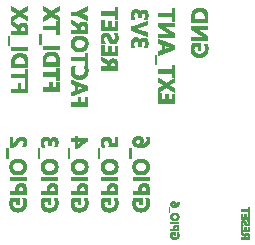
<source format=gbo>
G04 EasyPC Gerber Version 20.0.2 Build 4112 *
G04 #@! TF.Part,Single*
G04 #@! TF.FileFunction,Legend,Bot *
%FSLAX24Y24*%
%MOIN*%
%ADD11C,0.00100*%
X0Y0D02*
D02*
D11*
X5593Y1722D02*
X5583Y1701D01*
X5573Y1680*
X5565Y1657*
X5559Y1634*
X5554Y1609*
X5550Y1583*
X5548Y1557*
X5547Y1529*
X5547Y1514*
X5548Y1498*
X5550Y1484*
X5552Y1470*
X5554Y1455*
X5557Y1442*
X5561Y1429*
X5565Y1416*
X5570Y1404*
X5576Y1392*
X5582Y1381*
X5588Y1370*
X5595Y1359*
X5603Y1349*
X5611Y1339*
X5620Y1329*
X5629Y1320*
X5639Y1312*
X5649Y1304*
X5660Y1297*
X5670Y1290*
X5682Y1284*
X5694Y1279*
X5706Y1274*
X5719Y1269*
X5731Y1266*
X5745Y1263*
X5759Y1260*
X5773Y1258*
X5788Y1256*
X5803Y1255*
X5818*
X5834*
X5849Y1256*
X5864Y1258*
X5879Y1260*
X5893Y1263*
X5907Y1266*
X5920Y1270*
X5933Y1275*
X5946Y1281*
X5959Y1287*
X5970Y1293*
X5982Y1301*
X5994Y1309*
X6004Y1317*
X6015Y1326*
X6025Y1336*
X6035Y1346*
X6044Y1357*
X6053Y1368*
X6061Y1379*
X6068Y1391*
X6074Y1404*
X6081Y1416*
X6086Y1430*
X6090Y1443*
X6095Y1457*
X6098Y1472*
X6101Y1486*
X6103Y1501*
X6104Y1517*
X6105Y1533*
X6106Y1550*
X6105Y1571*
X6104Y1592*
X6103Y1611*
X6100Y1631*
X6096Y1649*
X6092Y1667*
X6087Y1684*
X6081Y1700*
X5979*
X5988Y1684*
X5996Y1667*
X6002Y1649*
X6007Y1631*
X6012Y1611*
X6015Y1590*
X6017Y1569*
X6017Y1547*
X6016Y1527*
X6014Y1508*
X6010Y1491*
X6004Y1474*
X5996Y1458*
X5987Y1443*
X5977Y1429*
X5964Y1416*
X5950Y1404*
X5936Y1393*
X5919Y1385*
X5902Y1378*
X5884Y1372*
X5865Y1369*
X5845Y1366*
X5824Y1365*
X5802Y1366*
X5782Y1368*
X5763Y1371*
X5745Y1377*
X5728Y1383*
X5713Y1391*
X5699Y1400*
X5686Y1411*
X5674Y1423*
X5664Y1435*
X5656Y1450*
X5648Y1465*
X5643Y1481*
X5639Y1498*
X5637Y1516*
X5636Y1536*
X5637Y1547*
X5637Y1559*
X5639Y1570*
X5640Y1580*
X5643Y1590*
X5645Y1599*
X5648Y1608*
X5652Y1617*
X5771*
Y1506*
X5856*
Y1722*
X5593*
X5748Y1937D02*
X5557D01*
Y1832*
X6097*
Y2011*
X6096Y2035*
X6094Y2057*
X6091Y2078*
X6086Y2097*
X6081Y2115*
X6073Y2131*
X6064Y2146*
X6055Y2159*
X6043Y2170*
X6031Y2181*
X6017Y2189*
X6002Y2196*
X5985Y2201*
X5967Y2205*
X5948Y2207*
X5928Y2208*
X5908Y2207*
X5889Y2204*
X5871Y2200*
X5854Y2193*
X5838Y2185*
X5823Y2175*
X5809Y2163*
X5796Y2148*
X5784Y2133*
X5774Y2117*
X5766Y2100*
X5759Y2081*
X5754Y2062*
X5750Y2042*
X5749Y2021*
X5748Y1998*
Y1937*
X6014D02*
X5830D01*
Y1990*
X5831Y2003*
X5832Y2016*
X5834Y2027*
X5836Y2038*
X5839Y2047*
X5843Y2056*
X5848Y2064*
X5854Y2071*
X5860Y2078*
X5867Y2083*
X5875Y2088*
X5883Y2092*
X5892Y2095*
X5902Y2097*
X5913Y2098*
X5924Y2099*
X5935Y2098*
X5945Y2097*
X5954Y2095*
X5963Y2092*
X5971Y2088*
X5979Y2083*
X5985Y2078*
X5991Y2072*
X5997Y2065*
X6001Y2057*
X6005Y2048*
X6008Y2039*
X6011Y2028*
X6012Y2017*
X6013Y2005*
X6014Y1992*
Y1937*
X6097Y2399D02*
X5557D01*
Y2294*
X6097*
Y2399*
X5820Y2494D02*
X5835D01*
X5851Y2495*
X5866Y2496*
X5880Y2498*
X5895Y2500*
X5909Y2504*
X5922Y2507*
X5935Y2512*
X5948Y2516*
X5960Y2522*
X5972Y2528*
X5984Y2535*
X5995Y2542*
X6006Y2550*
X6017Y2558*
X6026Y2567*
X6036Y2576*
X6045Y2586*
X6054Y2596*
X6061Y2606*
X6068Y2617*
X6075Y2628*
X6081Y2640*
X6086Y2652*
X6091Y2664*
X6095Y2677*
X6098Y2690*
X6101Y2704*
X6103Y2718*
X6104Y2732*
X6105Y2746*
X6106Y2762*
X6105Y2776*
X6104Y2789*
X6103Y2803*
X6101Y2816*
X6098Y2829*
X6095Y2842*
X6091Y2854*
X6086Y2866*
X6082Y2877*
X6076Y2888*
X6069Y2899*
X6062Y2909*
X6055Y2919*
X6047Y2929*
X6038Y2938*
X6029Y2947*
X6019Y2955*
X6009Y2963*
X5999Y2971*
X5988Y2978*
X5977Y2984*
X5965Y2990*
X5953Y2995*
X5941Y3000*
X5929Y3004*
X5916Y3007*
X5903Y3011*
X5889Y3013*
X5875Y3015*
X5861Y3016*
X5847Y3017*
X5832Y3017*
X5816Y3017*
X5801Y3016*
X5786Y3015*
X5771Y3013*
X5757Y3010*
X5743Y3007*
X5729Y3003*
X5717Y2999*
X5704Y2995*
X5692Y2989*
X5680Y2983*
X5668Y2976*
X5657Y2970*
X5646Y2962*
X5636Y2954*
X5626Y2945*
X5616Y2935*
X5607Y2926*
X5599Y2916*
X5591Y2906*
X5584Y2895*
X5578Y2884*
X5572Y2872*
X5567Y2861*
X5562Y2849*
X5558Y2836*
X5555Y2823*
X5552Y2809*
X5550Y2796*
X5548Y2782*
X5547Y2767*
X5547Y2753*
X5547Y2739*
X5548Y2725*
X5550Y2711*
X5552Y2698*
X5555Y2685*
X5558Y2672*
X5562Y2660*
X5566Y2648*
X5571Y2637*
X5577Y2625*
X5584Y2614*
X5590Y2604*
X5598Y2594*
X5606Y2584*
X5614Y2574*
X5624Y2565*
X5634Y2557*
X5644Y2548*
X5654Y2541*
X5665Y2534*
X5676Y2527*
X5687Y2521*
X5699Y2516*
X5711Y2511*
X5724Y2507*
X5736Y2503*
X5750Y2500*
X5763Y2498*
X5776Y2496*
X5791Y2495*
X5805Y2494*
X5820*
X5826Y2603D02*
X5806Y2604D01*
X5787Y2606*
X5768Y2609*
X5751Y2614*
X5734Y2620*
X5719Y2626*
X5705Y2635*
X5691Y2644*
X5678Y2655*
X5668Y2666*
X5659Y2679*
X5651Y2692*
X5646Y2706*
X5642Y2722*
X5639Y2737*
X5638Y2754*
X5639Y2772*
X5641Y2788*
X5645Y2804*
X5650Y2819*
X5658Y2832*
X5666Y2845*
X5676Y2856*
X5688Y2867*
X5701Y2876*
X5715Y2885*
X5731Y2891*
X5747Y2897*
X5765Y2902*
X5784Y2905*
X5803Y2907*
X5824Y2907*
X5846Y2907*
X5866Y2905*
X5885Y2902*
X5903Y2897*
X5920Y2892*
X5936Y2885*
X5950Y2877*
X5964Y2868*
X5976Y2858*
X5986Y2847*
X5995Y2834*
X6002Y2821*
X6008Y2807*
X6012Y2792*
X6014Y2775*
X6015Y2758*
X6014Y2741*
X6012Y2724*
X6007Y2708*
X6001Y2694*
X5994Y2680*
X5985Y2667*
X5974Y2656*
X5961Y2645*
X5948Y2635*
X5933Y2627*
X5917Y2620*
X5901Y2614*
X5883Y2609*
X5865Y2606*
X5846Y2604*
X5826Y2603*
X5445Y3368D02*
Y3047D01*
X5490*
Y3368*
X5445*
X5643Y3523D02*
Y3752D01*
X5557*
Y3414*
X5597*
X5619Y3415*
X5639Y3418*
X5659Y3423*
X5678Y3430*
X5696Y3438*
X5714Y3448*
X5730Y3459*
X5747Y3472*
X5755Y3480*
X5765Y3490*
X5776Y3501*
X5788Y3515*
X5801Y3531*
X5814Y3548*
X5830Y3567*
X5846Y3589*
X5852Y3597*
X5858Y3605*
X5864Y3612*
X5871Y3618*
X5877Y3624*
X5883Y3629*
X5889Y3634*
X5895Y3638*
X5907Y3645*
X5919Y3649*
X5933Y3652*
X5947Y3653*
X5956Y3653*
X5964Y3652*
X5972Y3650*
X5979Y3648*
X5986Y3645*
X5992Y3641*
X5998Y3637*
X6003Y3632*
X6008Y3626*
X6012Y3620*
X6016Y3613*
X6018Y3605*
X6021Y3597*
X6022Y3587*
X6023Y3578*
X6023Y3567*
X6022Y3549*
X6020Y3532*
X6016Y3516*
X6009Y3498*
X6002Y3482*
X5992Y3466*
X5981Y3449*
X5968Y3434*
X6061*
X6071Y3450*
X6080Y3467*
X6088Y3485*
X6094Y3503*
X6100Y3522*
X6103Y3541*
X6105Y3561*
X6106Y3581*
X6105Y3601*
X6104Y3621*
X6100Y3639*
X6096Y3656*
X6090Y3671*
X6083Y3685*
X6075Y3699*
X6065Y3711*
X6054Y3722*
X6043Y3731*
X6030Y3739*
X6017Y3745*
X6002Y3750*
X5986Y3753*
X5970Y3756*
X5953Y3756*
X5935Y3756*
X5917Y3753*
X5901Y3750*
X5887Y3745*
X5873Y3738*
X5859Y3731*
X5847Y3722*
X5834Y3713*
X5823Y3703*
X5812Y3692*
X5802Y3680*
X5791Y3668*
X5771Y3642*
X5751Y3616*
X5743Y3603*
X5734Y3592*
X5726Y3582*
X5717Y3573*
X5710Y3564*
X5703Y3557*
X5695Y3550*
X5689Y3544*
X5682Y3539*
X5676Y3535*
X5670Y3531*
X5664Y3528*
X5659Y3526*
X5653Y3524*
X5648Y3523*
X5643Y3523*
X5745Y1262D02*
X5890D01*
X5712Y1272D02*
X5924D01*
X5688Y1281D02*
X5947D01*
X5669Y1291D02*
X5965D01*
X5655Y1300D02*
X5981D01*
X5642Y1309D02*
X5995D01*
X5631Y1319D02*
X6007D01*
X5622Y1328D02*
X6017D01*
X5613Y1337D02*
X6027D01*
X5604Y1347D02*
X6036D01*
X5597Y1356D02*
X6043D01*
X5591Y1366D02*
X5814D01*
X5833D02*
X6051D01*
X5585Y1375D02*
X5751D01*
X5893D02*
X6057D01*
X5580Y1384D02*
X5726D01*
X5917D02*
X6064D01*
X5575Y1394D02*
X5709D01*
X5936D02*
X6069D01*
X5571Y1403D02*
X5695D01*
X5949D02*
X6074D01*
X5567Y1412D02*
X5684D01*
X5960D02*
X6079D01*
X5564Y1422D02*
X5675D01*
X5970D02*
X6083D01*
X5560Y1431D02*
X5667D01*
X5979D02*
X6086D01*
X5558Y1441D02*
X5661D01*
X5986D02*
X6089D01*
X5555Y1450D02*
X5656D01*
X5991D02*
X6092D01*
X5554Y1459D02*
X5651D01*
X5997D02*
X6095D01*
X5552Y1469D02*
X5647D01*
X6001D02*
X6097D01*
X5551Y1478D02*
X5644D01*
X6005D02*
X6099D01*
X5549Y1487D02*
X5642D01*
X6009D02*
X6101D01*
X5549Y1497D02*
X5639D01*
X6011D02*
X6102D01*
X5548Y1506D02*
X5638D01*
X5771D02*
X5856D01*
X6013D02*
X6103D01*
X5547Y1515D02*
X5637D01*
X5771D02*
X5856D01*
X6015D02*
X6104D01*
X5547Y1525D02*
X5637D01*
X5771D02*
X5856D01*
X6016D02*
X6105D01*
X5547Y1534D02*
X5636D01*
X5771D02*
X5856D01*
X6016D02*
X6106D01*
X5547Y1544D02*
X5637D01*
X5771D02*
X5856D01*
X6017D02*
X6106D01*
X5548Y1553D02*
X5637D01*
X5771D02*
X5856D01*
X6017D02*
X6106D01*
X5548Y1562D02*
X5638D01*
X5771D02*
X5856D01*
X6017D02*
X6106D01*
X5549Y1572D02*
X5639D01*
X5771D02*
X5856D01*
X6016D02*
X6105D01*
X5550Y1581D02*
X5640D01*
X5771D02*
X5856D01*
X6015D02*
X6105D01*
X5551Y1590D02*
X5643D01*
X5771D02*
X5856D01*
X6015D02*
X6105D01*
X5552Y1600D02*
X5645D01*
X5771D02*
X5856D01*
X6013D02*
X6104D01*
X5554Y1609D02*
X5649D01*
X5771D02*
X5856D01*
X6012D02*
X6103D01*
X5556Y1619D02*
X5856D01*
X6010D02*
X6101D01*
X5557Y1628D02*
X5856D01*
X6008D02*
X6100D01*
X5560Y1637D02*
X5856D01*
X6006D02*
X6098D01*
X5562Y1647D02*
X5856D01*
X6003D02*
X6097D01*
X5565Y1656D02*
X5856D01*
X6000D02*
X6094D01*
X5568Y1665D02*
X5856D01*
X5996D02*
X6092D01*
X5571Y1675D02*
X5856D01*
X5992D02*
X6090D01*
X5575Y1684D02*
X5856D01*
X5988D02*
X6087D01*
X5579Y1694D02*
X5856D01*
X5983D02*
X6083D01*
X5583Y1703D02*
X5856D01*
X5588Y1712D02*
X5856D01*
X5557Y1834D02*
X6097D01*
X5557Y1843D02*
X6097D01*
X5557Y1853D02*
X6097D01*
X5557Y1862D02*
X6097D01*
X5557Y1872D02*
X6097D01*
X5557Y1881D02*
X6097D01*
X5557Y1890D02*
X6097D01*
X5557Y1900D02*
X6097D01*
X5557Y1909D02*
X6097D01*
X5557Y1918D02*
X6097D01*
X5557Y1928D02*
X6097D01*
X5748Y1937D02*
X5830D01*
X6014D02*
X6097D01*
X5748Y1946D02*
X5830D01*
X6014D02*
X6097D01*
X5748Y1956D02*
X5830D01*
X6014D02*
X6097D01*
X5748Y1965D02*
X5830D01*
X6014D02*
X6097D01*
X5748Y1975D02*
X5830D01*
X6014D02*
X6097D01*
X5748Y1984D02*
X5830D01*
X6014D02*
X6097D01*
X5748Y1993D02*
X5830D01*
X6014D02*
X6097D01*
X5748Y2003D02*
X5831D01*
X6013D02*
X6097D01*
X5748Y2012D02*
X5831D01*
X6013D02*
X6097D01*
X5749Y2021D02*
X5833D01*
X6012D02*
X6097D01*
X5749Y2031D02*
X5834D01*
X6010D02*
X6096D01*
X5750Y2040D02*
X5837D01*
X6008D02*
X6096D01*
X5752Y2050D02*
X5840D01*
X6004D02*
X6095D01*
X5753Y2059D02*
X5845D01*
X6000D02*
X6094D01*
X5756Y2068D02*
X5851D01*
X5994D02*
X6093D01*
X5758Y2078D02*
X5860D01*
X5986D02*
X6091D01*
X5761Y2087D02*
X5873D01*
X5973D02*
X6089D01*
X5765Y2096D02*
X5901D01*
X5945D02*
X6087D01*
X5769Y2106D02*
X6084D01*
X5774Y2115D02*
X6080D01*
X5779Y2125D02*
X6076D01*
X5785Y2134D02*
X6072D01*
X5792Y2143D02*
X6066D01*
X5800Y2153D02*
X6059D01*
X5809Y2162D02*
X6051D01*
X5819Y2171D02*
X6042D01*
X5832Y2181D02*
X6030D01*
X5848Y2190D02*
X6014D01*
X5871Y2199D02*
X5990D01*
X5557Y2303D02*
X6097D01*
X5557Y2312D02*
X6097D01*
X5557Y2321D02*
X6097D01*
X5557Y2331D02*
X6097D01*
X5557Y2340D02*
X6097D01*
X5557Y2349D02*
X6097D01*
X5557Y2359D02*
X6097D01*
X5557Y2368D02*
X6097D01*
X5557Y2378D02*
X6097D01*
X5557Y2387D02*
X6097D01*
X5557Y2396D02*
X6097D01*
X5755Y2499D02*
X5889D01*
X5719Y2509D02*
X5926D01*
X5695Y2518D02*
X5951D01*
X5675Y2527D02*
X5971D01*
X5660Y2537D02*
X5987D01*
X5647Y2546D02*
X6001D01*
X5635Y2556D02*
X6013D01*
X5624Y2565D02*
X6024D01*
X5614Y2574D02*
X6034D01*
X5606Y2584D02*
X6043D01*
X5598Y2593D02*
X6051D01*
X5591Y2602D02*
X6058D01*
X5585Y2612D02*
X5758D01*
X5893D02*
X6065D01*
X5580Y2621D02*
X5731D01*
X5921D02*
X6071D01*
X5574Y2631D02*
X5712D01*
X5940D02*
X6076D01*
X5570Y2640D02*
X5697D01*
X5954D02*
X6080D01*
X5566Y2649D02*
X5685D01*
X5967D02*
X6085D01*
X5562Y2659D02*
X5675D01*
X5977D02*
X6089D01*
X5559Y2668D02*
X5667D01*
X5985D02*
X6092D01*
X5556Y2677D02*
X5660D01*
X5992D02*
X6095D01*
X5554Y2687D02*
X5654D01*
X5998D02*
X6097D01*
X5552Y2696D02*
X5650D01*
X6002D02*
X6099D01*
X5551Y2705D02*
X5646D01*
X6006D02*
X6101D01*
X5549Y2715D02*
X5643D01*
X6009D02*
X6103D01*
X5548Y2724D02*
X5641D01*
X6012D02*
X6104D01*
X5548Y2734D02*
X5640D01*
X6013D02*
X6105D01*
X5547Y2743D02*
X5639D01*
X6014D02*
X6105D01*
X5547Y2752D02*
X5638D01*
X6014D02*
X6106D01*
X5547Y2762D02*
X5638D01*
X6015D02*
X6106D01*
X5548Y2771D02*
X5639D01*
X6014D02*
X6106D01*
X5548Y2780D02*
X5640D01*
X6013D02*
X6105D01*
X5549Y2790D02*
X5641D01*
X6012D02*
X6104D01*
X5550Y2799D02*
X5644D01*
X6010D02*
X6103D01*
X5552Y2809D02*
X5647D01*
X6007D02*
X6102D01*
X5554Y2818D02*
X5650D01*
X6003D02*
X6101D01*
X5556Y2827D02*
X5655D01*
X5999D02*
X6099D01*
X5558Y2837D02*
X5661D01*
X5993D02*
X6096D01*
X5561Y2846D02*
X5667D01*
X5987D02*
X6094D01*
X5565Y2855D02*
X5675D01*
X5978D02*
X6091D01*
X5569Y2865D02*
X5685D01*
X5968D02*
X6087D01*
X5573Y2874D02*
X5698D01*
X5955D02*
X6083D01*
X5578Y2884D02*
X5713D01*
X5939D02*
X6078D01*
X5583Y2893D02*
X5735D01*
X5918D02*
X6073D01*
X5589Y2902D02*
X5768D01*
X5882D02*
X6067D01*
X5596Y2912D02*
X6061D01*
X5603Y2921D02*
X6053D01*
X5611Y2930D02*
X6045D01*
X5621Y2940D02*
X6036D01*
X5631Y2949D02*
X6027D01*
X5642Y2958D02*
X6015D01*
X5655Y2968D02*
X6003D01*
X5669Y2977D02*
X5989D01*
X5686Y2987D02*
X5972D01*
X5708Y2996D02*
X5951D01*
X5736Y3005D02*
X5923D01*
X5786Y3015D02*
X5878D01*
X5445Y3052D02*
X5490D01*
X5445Y3062D02*
X5490D01*
X5445Y3071D02*
X5490D01*
X5445Y3080D02*
X5490D01*
X5445Y3090D02*
X5490D01*
X5445Y3099D02*
X5490D01*
X5445Y3108D02*
X5490D01*
X5445Y3118D02*
X5490D01*
X5445Y3127D02*
X5490D01*
X5445Y3136D02*
X5490D01*
X5445Y3146D02*
X5490D01*
X5445Y3155D02*
X5490D01*
X5445Y3165D02*
X5490D01*
X5445Y3174D02*
X5490D01*
X5445Y3183D02*
X5490D01*
X5445Y3193D02*
X5490D01*
X5445Y3202D02*
X5490D01*
X5445Y3211D02*
X5490D01*
X5445Y3221D02*
X5490D01*
X5445Y3230D02*
X5490D01*
X5445Y3240D02*
X5490D01*
X5445Y3249D02*
X5490D01*
X5445Y3258D02*
X5490D01*
X5445Y3268D02*
X5490D01*
X5445Y3277D02*
X5490D01*
X5445Y3286D02*
X5490D01*
X5445Y3296D02*
X5490D01*
X5445Y3305D02*
X5490D01*
X5445Y3315D02*
X5490D01*
X5445Y3324D02*
X5490D01*
X5445Y3333D02*
X5490D01*
X5445Y3343D02*
X5490D01*
X5445Y3352D02*
X5490D01*
X5445Y3361D02*
X5490D01*
X5557Y3418D02*
X5634D01*
X5557Y3427D02*
X5671D01*
X5557Y3436D02*
X5693D01*
X5971D02*
X6062D01*
X5557Y3446D02*
X5710D01*
X5978D02*
X6068D01*
X5557Y3455D02*
X5725D01*
X5985D02*
X6074D01*
X5557Y3464D02*
X5737D01*
X5991D02*
X6079D01*
X5557Y3474D02*
X5749D01*
X5997D02*
X6083D01*
X5557Y3483D02*
X5759D01*
X6003D02*
X6087D01*
X5557Y3493D02*
X5768D01*
X6007D02*
X6091D01*
X5557Y3502D02*
X5776D01*
X6011D02*
X6094D01*
X5557Y3511D02*
X5784D01*
X6014D02*
X6097D01*
X5557Y3521D02*
X5792D01*
X6017D02*
X6099D01*
X5557Y3530D02*
X5643D01*
X5668D02*
X5800D01*
X6019D02*
X6101D01*
X5557Y3539D02*
X5643D01*
X5682D02*
X5808D01*
X6021D02*
X6103D01*
X5557Y3549D02*
X5643D01*
X5694D02*
X5815D01*
X6022D02*
X6104D01*
X5557Y3558D02*
X5643D01*
X5704D02*
X5822D01*
X6023D02*
X6105D01*
X5557Y3568D02*
X5643D01*
X5713D02*
X5830D01*
X6023D02*
X6105D01*
X5557Y3577D02*
X5643D01*
X5721D02*
X5837D01*
X6023D02*
X6106D01*
X5557Y3586D02*
X5643D01*
X5729D02*
X5844D01*
X6022D02*
X6106D01*
X5557Y3596D02*
X5643D01*
X5737D02*
X5851D01*
X6021D02*
X6106D01*
X5557Y3605D02*
X5643D01*
X5744D02*
X5859D01*
X6018D02*
X6105D01*
X5557Y3614D02*
X5643D01*
X5751D02*
X5867D01*
X6015D02*
X6104D01*
X5557Y3624D02*
X5643D01*
X5758D02*
X5877D01*
X6010D02*
X6103D01*
X5557Y3633D02*
X5643D01*
X5765D02*
X5887D01*
X6002D02*
X6101D01*
X5557Y3642D02*
X5643D01*
X5772D02*
X5902D01*
X5990D02*
X6099D01*
X5557Y3652D02*
X5643D01*
X5779D02*
X5931D01*
X5964D02*
X6097D01*
X5557Y3661D02*
X5643D01*
X5786D02*
X6094D01*
X5557Y3671D02*
X5643D01*
X5794D02*
X6090D01*
X5557Y3680D02*
X5643D01*
X5802D02*
X6086D01*
X5557Y3689D02*
X5643D01*
X5810D02*
X6081D01*
X5557Y3699D02*
X5643D01*
X5819D02*
X6075D01*
X5557Y3708D02*
X5643D01*
X5829D02*
X6067D01*
X5557Y3717D02*
X5643D01*
X5841D02*
X6058D01*
X5557Y3727D02*
X5643D01*
X5854D02*
X6048D01*
X5557Y3736D02*
X5643D01*
X5869D02*
X6034D01*
X5557Y3746D02*
X5643D01*
X5890D02*
X6015D01*
X5929Y3755D02*
X5975D01*
X6060Y5540D02*
Y5344D01*
X5911*
Y5525*
X5825*
Y5344*
X5607*
Y5239*
X6147*
Y5540*
X6060*
Y5996D02*
Y5841D01*
X5607*
Y5736*
X6060*
Y5582*
X6147*
Y5996*
X6060*
X5607Y6072D02*
X6147D01*
Y6251*
X6147Y6269*
X6146Y6286*
X6145Y6302*
X6143Y6318*
X6141Y6334*
X6138Y6348*
X6134Y6363*
X6131Y6377*
X6126Y6390*
X6121Y6403*
X6116Y6414*
X6110Y6426*
X6104Y6437*
X6096Y6447*
X6089Y6457*
X6081Y6466*
X6072Y6475*
X6064Y6483*
X6054Y6491*
X6044Y6498*
X6033Y6504*
X6023Y6510*
X6011Y6515*
X5999Y6520*
X5986Y6524*
X5973Y6528*
X5959Y6531*
X5945Y6533*
X5930Y6535*
X5915Y6537*
X5900Y6538*
X5884Y6538*
X5868Y6538*
X5853Y6537*
X5838Y6535*
X5824Y6533*
X5810Y6530*
X5796Y6527*
X5783Y6523*
X5770Y6518*
X5758Y6512*
X5746Y6507*
X5735Y6500*
X5723Y6492*
X5713Y6485*
X5702Y6476*
X5692Y6467*
X5682Y6457*
X5673Y6447*
X5665Y6436*
X5656Y6425*
X5649Y6414*
X5642Y6402*
X5636Y6390*
X5631Y6378*
X5626Y6364*
X5621Y6351*
X5617Y6338*
X5614Y6324*
X5612Y6310*
X5609Y6295*
X5608Y6280*
X5607Y6264*
X5607Y6249*
Y6072*
X6060Y6176D02*
X5693D01*
Y6242*
X5694Y6264*
X5696Y6284*
X5700Y6302*
X5706Y6320*
X5713Y6337*
X5722Y6352*
X5732Y6366*
X5744Y6379*
X5757Y6390*
X5771Y6400*
X5787Y6409*
X5803Y6416*
X5821Y6421*
X5841Y6425*
X5861Y6427*
X5882Y6428*
X5903Y6427*
X5923Y6425*
X5941Y6421*
X5958Y6416*
X5974Y6409*
X5988Y6400*
X6002Y6390*
X6014Y6379*
X6025Y6366*
X6034Y6352*
X6042Y6337*
X6049Y6321*
X6053Y6303*
X6057Y6284*
X6059Y6264*
X6060Y6243*
Y6176*
X6147Y6737D02*
X5607D01*
Y6632*
X6147*
Y6737*
X5495Y7121D02*
Y6801D01*
X5540*
Y7121*
X5495*
X5607Y7619D02*
Y7498D01*
X5749Y7412*
X5760Y7406*
X5769Y7400*
X5778Y7394*
X5785Y7388*
X5792Y7383*
X5798Y7378*
X5802Y7373*
X5806Y7368*
X5812Y7359*
X5817Y7349*
X5819Y7339*
X5820Y7328*
Y7290*
X5607*
Y7186*
X6147*
Y7369*
X6147Y7392*
X6145Y7413*
X6142Y7433*
X6138Y7451*
X6133Y7468*
X6127Y7483*
X6119Y7497*
X6111Y7509*
X6101Y7521*
X6090Y7530*
X6078Y7538*
X6065Y7545*
X6050Y7550*
X6035Y7553*
X6019Y7556*
X6001Y7556*
X5988Y7556*
X5975Y7554*
X5963Y7552*
X5951Y7549*
X5940Y7544*
X5928Y7539*
X5918Y7532*
X5908Y7525*
X5898Y7517*
X5889Y7508*
X5882Y7498*
X5874Y7487*
X5867Y7475*
X5862Y7463*
X5856Y7450*
X5852Y7436*
X5850*
X5846Y7445*
X5841Y7455*
X5833Y7465*
X5823Y7475*
X5812Y7485*
X5799Y7495*
X5784Y7507*
X5767Y7517*
X5607Y7619*
X6066Y7290D02*
X5902D01*
Y7353*
Y7363*
X5904Y7373*
X5905Y7382*
X5908Y7391*
X5911Y7399*
X5916Y7407*
X5921Y7414*
X5926Y7421*
X5933Y7426*
X5940Y7432*
X5947Y7436*
X5954Y7440*
X5963Y7443*
X5971Y7445*
X5979Y7446*
X5988*
X5998*
X6007Y7445*
X6015Y7443*
X6022Y7441*
X6029Y7437*
X6035Y7433*
X6041Y7428*
X6046Y7423*
X6051Y7417*
X6055Y7410*
X6058Y7403*
X6061Y7395*
X6063Y7385*
X6064Y7376*
X6065Y7365*
X6066Y7354*
Y7290*
X5607Y8098D02*
Y7974D01*
X5792Y7871*
X5797Y7869*
X5805Y7866*
X5814Y7863*
X5825Y7861*
Y7859*
X5807Y7853*
X5791Y7846*
X5607Y7742*
Y7617*
X5877Y7792*
X6147Y7632*
Y7759*
X5977Y7846*
X5967Y7851*
X5957Y7855*
X5946Y7860*
X5933Y7863*
Y7865*
X5942Y7868*
X5952Y7872*
X5965Y7877*
X5979Y7883*
X6147Y7978*
Y8095*
X5879Y7930*
X5607Y8098*
Y5241D02*
X6147D01*
X5607Y5250D02*
X6147D01*
X5607Y5259D02*
X6147D01*
X5607Y5269D02*
X6147D01*
X5607Y5278D02*
X6147D01*
X5607Y5287D02*
X6147D01*
X5607Y5297D02*
X6147D01*
X5607Y5306D02*
X6147D01*
X5607Y5316D02*
X6147D01*
X5607Y5325D02*
X6147D01*
X5607Y5334D02*
X6147D01*
X5607Y5344D02*
X6147D01*
X5825Y5353D02*
X5911D01*
X6060D02*
X6147D01*
X5825Y5362D02*
X5911D01*
X6060D02*
X6147D01*
X5825Y5372D02*
X5911D01*
X6060D02*
X6147D01*
X5825Y5381D02*
X5911D01*
X6060D02*
X6147D01*
X5825Y5391D02*
X5911D01*
X6060D02*
X6147D01*
X5825Y5400D02*
X5911D01*
X6060D02*
X6147D01*
X5825Y5409D02*
X5911D01*
X6060D02*
X6147D01*
X5825Y5419D02*
X5911D01*
X6060D02*
X6147D01*
X5825Y5428D02*
X5911D01*
X6060D02*
X6147D01*
X5825Y5437D02*
X5911D01*
X6060D02*
X6147D01*
X5825Y5447D02*
X5911D01*
X6060D02*
X6147D01*
X5825Y5456D02*
X5911D01*
X6060D02*
X6147D01*
X5825Y5465D02*
X5911D01*
X6060D02*
X6147D01*
X5825Y5475D02*
X5911D01*
X6060D02*
X6147D01*
X5825Y5484D02*
X5911D01*
X6060D02*
X6147D01*
X5825Y5494D02*
X5911D01*
X6060D02*
X6147D01*
X5825Y5503D02*
X5911D01*
X6060D02*
X6147D01*
X5825Y5512D02*
X5911D01*
X6060D02*
X6147D01*
X5825Y5522D02*
X5911D01*
X6060D02*
X6147D01*
X6060Y5531D02*
X6147D01*
X6060Y5587D02*
X6147D01*
X6060Y5597D02*
X6147D01*
X6060Y5606D02*
X6147D01*
X6060Y5615D02*
X6147D01*
X6060Y5625D02*
X6147D01*
X6060Y5634D02*
X6147D01*
X6060Y5644D02*
X6147D01*
X6060Y5653D02*
X6147D01*
X6060Y5662D02*
X6147D01*
X6060Y5672D02*
X6147D01*
X6060Y5681D02*
X6147D01*
X6060Y5690D02*
X6147D01*
X6060Y5700D02*
X6147D01*
X6060Y5709D02*
X6147D01*
X6060Y5718D02*
X6147D01*
X6060Y5728D02*
X6147D01*
X5607Y5737D02*
X6147D01*
X5607Y5747D02*
X6147D01*
X5607Y5756D02*
X6147D01*
X5607Y5765D02*
X6147D01*
X5607Y5775D02*
X6147D01*
X5607Y5784D02*
X6147D01*
X5607Y5793D02*
X6147D01*
X5607Y5803D02*
X6147D01*
X5607Y5812D02*
X6147D01*
X5607Y5822D02*
X6147D01*
X5607Y5831D02*
X6147D01*
X5607Y5840D02*
X6147D01*
X6060Y5850D02*
X6147D01*
X6060Y5859D02*
X6147D01*
X6060Y5868D02*
X6147D01*
X6060Y5878D02*
X6147D01*
X6060Y5887D02*
X6147D01*
X6060Y5896D02*
X6147D01*
X6060Y5906D02*
X6147D01*
X6060Y5915D02*
X6147D01*
X6060Y5925D02*
X6147D01*
X6060Y5934D02*
X6147D01*
X6060Y5943D02*
X6147D01*
X6060Y5953D02*
X6147D01*
X6060Y5962D02*
X6147D01*
X6060Y5971D02*
X6147D01*
X6060Y5981D02*
X6147D01*
X6060Y5990D02*
X6147D01*
X5607Y6075D02*
X6147D01*
X5607Y6084D02*
X6147D01*
X5607Y6093D02*
X6147D01*
X5607Y6103D02*
X6147D01*
X5607Y6112D02*
X6147D01*
X5607Y6121D02*
X6147D01*
X5607Y6131D02*
X6147D01*
X5607Y6140D02*
X6147D01*
X5607Y6149D02*
X6147D01*
X5607Y6159D02*
X6147D01*
X5607Y6168D02*
X6147D01*
X5607Y6178D02*
X5693D01*
X6060D02*
X6147D01*
X5607Y6187D02*
X5693D01*
X6060D02*
X6147D01*
X5607Y6196D02*
X5693D01*
X6060D02*
X6147D01*
X5607Y6206D02*
X5693D01*
X6060D02*
X6147D01*
X5607Y6215D02*
X5693D01*
X6060D02*
X6147D01*
X5607Y6224D02*
X5693D01*
X6060D02*
X6147D01*
X5607Y6234D02*
X5693D01*
X6060D02*
X6147D01*
X5607Y6243D02*
X5693D01*
X6060D02*
X6147D01*
X5607Y6253D02*
X5694D01*
X6060D02*
X6147D01*
X5607Y6262D02*
X5694D01*
X6059D02*
X6147D01*
X5607Y6271D02*
X5695D01*
X6059D02*
X6147D01*
X5608Y6281D02*
X5696D01*
X6058D02*
X6146D01*
X5609Y6290D02*
X5698D01*
X6056D02*
X6146D01*
X5610Y6299D02*
X5700D01*
X6054D02*
X6145D01*
X5611Y6309D02*
X5702D01*
X6052D02*
X6144D01*
X5613Y6318D02*
X5705D01*
X6049D02*
X6143D01*
X5615Y6328D02*
X5709D01*
X6046D02*
X6142D01*
X5617Y6337D02*
X5713D01*
X6042D02*
X6140D01*
X5620Y6346D02*
X5719D01*
X6037D02*
X6138D01*
X5623Y6356D02*
X5725D01*
X6032D02*
X6136D01*
X5626Y6365D02*
X5731D01*
X6026D02*
X6134D01*
X5629Y6374D02*
X5740D01*
X6018D02*
X6131D01*
X5633Y6384D02*
X5750D01*
X6009D02*
X6128D01*
X5638Y6393D02*
X5761D01*
X5998D02*
X6125D01*
X5643Y6402D02*
X5775D01*
X5984D02*
X6121D01*
X5648Y6412D02*
X5794D01*
X5967D02*
X6117D01*
X5654Y6421D02*
X5822D01*
X5941D02*
X6112D01*
X5661Y6431D02*
X6107D01*
X5668Y6440D02*
X6101D01*
X5675Y6449D02*
X6095D01*
X5684Y6459D02*
X6088D01*
X5693Y6468D02*
X6080D01*
X5703Y6477D02*
X6070D01*
X5716Y6487D02*
X6059D01*
X5729Y6496D02*
X6046D01*
X5744Y6506D02*
X6031D01*
X5764Y6515D02*
X6012D01*
X5788Y6524D02*
X5985D01*
X5828Y6534D02*
X5943D01*
X5607Y6637D02*
X6147D01*
X5607Y6646D02*
X6147D01*
X5607Y6655D02*
X6147D01*
X5607Y6665D02*
X6147D01*
X5607Y6674D02*
X6147D01*
X5607Y6684D02*
X6147D01*
X5607Y6693D02*
X6147D01*
X5607Y6702D02*
X6147D01*
X5607Y6712D02*
X6147D01*
X5607Y6721D02*
X6147D01*
X5607Y6730D02*
X6147D01*
X5495Y6805D02*
X5540D01*
X5495Y6815D02*
X5540D01*
X5495Y6824D02*
X5540D01*
X5495Y6834D02*
X5540D01*
X5495Y6843D02*
X5540D01*
X5495Y6852D02*
X5540D01*
X5495Y6862D02*
X5540D01*
X5495Y6871D02*
X5540D01*
X5495Y6880D02*
X5540D01*
X5495Y6890D02*
X5540D01*
X5495Y6899D02*
X5540D01*
X5495Y6908D02*
X5540D01*
X5495Y6918D02*
X5540D01*
X5495Y6927D02*
X5540D01*
X5495Y6937D02*
X5540D01*
X5495Y6946D02*
X5540D01*
X5495Y6955D02*
X5540D01*
X5495Y6965D02*
X5540D01*
X5495Y6974D02*
X5540D01*
X5495Y6983D02*
X5540D01*
X5495Y6993D02*
X5540D01*
X5495Y7002D02*
X5540D01*
X5495Y7012D02*
X5540D01*
X5495Y7021D02*
X5540D01*
X5495Y7030D02*
X5540D01*
X5495Y7040D02*
X5540D01*
X5495Y7049D02*
X5540D01*
X5495Y7058D02*
X5540D01*
X5495Y7068D02*
X5540D01*
X5495Y7077D02*
X5540D01*
X5495Y7086D02*
X5540D01*
X5495Y7096D02*
X5540D01*
X5495Y7105D02*
X5540D01*
X5495Y7115D02*
X5540D01*
X5607Y7190D02*
X6147D01*
X5607Y7199D02*
X6147D01*
X5607Y7208D02*
X6147D01*
X5607Y7218D02*
X6147D01*
X5607Y7227D02*
X6147D01*
X5607Y7236D02*
X6147D01*
X5607Y7246D02*
X6147D01*
X5607Y7255D02*
X6147D01*
X5607Y7265D02*
X6147D01*
X5607Y7274D02*
X6147D01*
X5607Y7283D02*
X6147D01*
X5820Y7293D02*
X5902D01*
X6066D02*
X6147D01*
X5820Y7302D02*
X5902D01*
X6066D02*
X6147D01*
X5820Y7311D02*
X5902D01*
X6066D02*
X6147D01*
X5820Y7321D02*
X5902D01*
X6066D02*
X6147D01*
X5820Y7330D02*
X5902D01*
X6066D02*
X6147D01*
X5819Y7339D02*
X5902D01*
X6066D02*
X6147D01*
X5817Y7349D02*
X5902D01*
X6066D02*
X6147D01*
X5812Y7358D02*
X5902D01*
X6065D02*
X6147D01*
X5806Y7368D02*
X5903D01*
X6065D02*
X6147D01*
X5798Y7377D02*
X5904D01*
X6064D02*
X6147D01*
X5788Y7386D02*
X5907D01*
X6062D02*
X6147D01*
X5775Y7396D02*
X5910D01*
X6060D02*
X6146D01*
X5761Y7405D02*
X5915D01*
X6057D02*
X6145D01*
X5746Y7414D02*
X5921D01*
X6053D02*
X6144D01*
X5730Y7424D02*
X5930D01*
X6045D02*
X6143D01*
X5715Y7433D02*
X5942D01*
X6035D02*
X6142D01*
X5699Y7443D02*
X5847D01*
X5854D02*
X5963D01*
X6016D02*
X6140D01*
X5684Y7452D02*
X5842D01*
X5857D02*
X6138D01*
X5668Y7461D02*
X5835D01*
X5861D02*
X6135D01*
X5652Y7471D02*
X5827D01*
X5865D02*
X6132D01*
X5637Y7480D02*
X5818D01*
X5870D02*
X6128D01*
X5621Y7489D02*
X5807D01*
X5876D02*
X6123D01*
X5607Y7499D02*
X5794D01*
X5882D02*
X6118D01*
X5607Y7508D02*
X5781D01*
X5890D02*
X6111D01*
X5607Y7518D02*
X5767D01*
X5899D02*
X6104D01*
X5607Y7527D02*
X5752D01*
X5910D02*
X6094D01*
X5607Y7536D02*
X5737D01*
X5924D02*
X6081D01*
X5607Y7546D02*
X5723D01*
X5943D02*
X6062D01*
X5607Y7555D02*
X5708D01*
X5980D02*
X6025D01*
X5607Y7564D02*
X5693D01*
X5607Y7574D02*
X5678D01*
X5607Y7583D02*
X5664D01*
X5607Y7592D02*
X5649D01*
X5607Y7602D02*
X5634D01*
X5607Y7611D02*
X5619D01*
X5607Y7621D02*
X5612D01*
X5607Y7630D02*
X5627D01*
X5607Y7639D02*
X5641D01*
X6135D02*
X6147D01*
X5607Y7649D02*
X5656D01*
X6119D02*
X6147D01*
X5607Y7658D02*
X5670D01*
X6103D02*
X6147D01*
X5607Y7667D02*
X5685D01*
X6087D02*
X6147D01*
X5607Y7677D02*
X5699D01*
X6071D02*
X6147D01*
X5607Y7686D02*
X5714D01*
X6055D02*
X6147D01*
X5607Y7696D02*
X5728D01*
X6040D02*
X6147D01*
X5607Y7705D02*
X5743D01*
X6024D02*
X6147D01*
X5607Y7714D02*
X5757D01*
X6008D02*
X6147D01*
X5607Y7724D02*
X5772D01*
X5992D02*
X6147D01*
X5607Y7733D02*
X5786D01*
X5976D02*
X6147D01*
X5607Y7742D02*
X5801D01*
X5960D02*
X6147D01*
X5623Y7752D02*
X5815D01*
X5944D02*
X6147D01*
X5640Y7761D02*
X5829D01*
X5928D02*
X6144D01*
X5656Y7771D02*
X5844D01*
X5913D02*
X6126D01*
X5673Y7780D02*
X5858D01*
X5897D02*
X6107D01*
X5690Y7789D02*
X5873D01*
X5881D02*
X6089D01*
X5706Y7799D02*
X6070D01*
X5723Y7808D02*
X6052D01*
X5739Y7817D02*
X6034D01*
X5756Y7827D02*
X6015D01*
X5773Y7836D02*
X5997D01*
X5789Y7845D02*
X5979D01*
X5813Y7855D02*
X5958D01*
X5812Y7864D02*
X5933D01*
X5788Y7874D02*
X5956D01*
X5771Y7883D02*
X5979D01*
X5754Y7892D02*
X5995D01*
X5737Y7902D02*
X6012D01*
X5720Y7911D02*
X6029D01*
X5703Y7920D02*
X6045D01*
X5686Y7930D02*
X6062D01*
X5669Y7939D02*
X5865D01*
X5893D02*
X6079D01*
X5652Y7949D02*
X5850D01*
X5909D02*
X6095D01*
X5635Y7958D02*
X5834D01*
X5924D02*
X6112D01*
X5618Y7967D02*
X5819D01*
X5939D02*
X6129D01*
X5607Y7977D02*
X5804D01*
X5955D02*
X6145D01*
X5607Y7986D02*
X5789D01*
X5970D02*
X6147D01*
X5607Y7995D02*
X5774D01*
X5985D02*
X6147D01*
X5607Y8005D02*
X5758D01*
X6000D02*
X6147D01*
X5607Y8014D02*
X5743D01*
X6016D02*
X6147D01*
X5607Y8024D02*
X5728D01*
X6031D02*
X6147D01*
X5607Y8033D02*
X5713D01*
X6046D02*
X6147D01*
X5607Y8042D02*
X5698D01*
X6061D02*
X6147D01*
X5607Y8052D02*
X5682D01*
X6077D02*
X6147D01*
X5607Y8061D02*
X5667D01*
X6092D02*
X6147D01*
X5607Y8070D02*
X5652D01*
X6107D02*
X6147D01*
X5607Y8080D02*
X5637D01*
X6122D02*
X6147D01*
X5607Y8089D02*
X5622D01*
X6138D02*
X6147D01*
X6643Y1722D02*
X6633Y1701D01*
X6623Y1680*
X6615Y1657*
X6609Y1634*
X6604Y1609*
X6600Y1583*
X6598Y1557*
X6597Y1529*
X6597Y1514*
X6598Y1498*
X6600Y1484*
X6602Y1470*
X6604Y1455*
X6607Y1442*
X6611Y1429*
X6615Y1416*
X6620Y1404*
X6626Y1392*
X6632Y1381*
X6638Y1370*
X6645Y1359*
X6653Y1349*
X6661Y1339*
X6670Y1329*
X6679Y1320*
X6689Y1312*
X6699Y1304*
X6710Y1297*
X6720Y1290*
X6732Y1284*
X6744Y1279*
X6756Y1274*
X6769Y1269*
X6781Y1266*
X6795Y1263*
X6809Y1260*
X6823Y1258*
X6838Y1256*
X6853Y1255*
X6868*
X6884*
X6899Y1256*
X6914Y1258*
X6929Y1260*
X6943Y1263*
X6957Y1266*
X6970Y1270*
X6983Y1275*
X6996Y1281*
X7009Y1287*
X7020Y1293*
X7032Y1301*
X7044Y1309*
X7054Y1317*
X7065Y1326*
X7075Y1336*
X7085Y1346*
X7094Y1357*
X7103Y1368*
X7111Y1379*
X7118Y1391*
X7124Y1404*
X7131Y1416*
X7136Y1430*
X7140Y1443*
X7145Y1457*
X7148Y1472*
X7151Y1486*
X7153Y1501*
X7154Y1517*
X7155Y1533*
X7156Y1550*
X7155Y1571*
X7154Y1592*
X7153Y1611*
X7150Y1631*
X7146Y1649*
X7142Y1667*
X7137Y1684*
X7131Y1700*
X7029*
X7038Y1684*
X7046Y1667*
X7052Y1649*
X7057Y1631*
X7062Y1611*
X7065Y1590*
X7067Y1569*
X7067Y1547*
X7066Y1527*
X7064Y1508*
X7060Y1491*
X7054Y1474*
X7046Y1458*
X7037Y1443*
X7027Y1429*
X7014Y1416*
X7000Y1404*
X6986Y1393*
X6969Y1385*
X6952Y1378*
X6934Y1372*
X6915Y1369*
X6895Y1366*
X6874Y1365*
X6852Y1366*
X6832Y1368*
X6813Y1371*
X6795Y1377*
X6778Y1383*
X6763Y1391*
X6749Y1400*
X6736Y1411*
X6724Y1423*
X6714Y1435*
X6706Y1450*
X6698Y1465*
X6693Y1481*
X6689Y1498*
X6687Y1516*
X6686Y1536*
X6687Y1547*
X6687Y1559*
X6689Y1570*
X6690Y1580*
X6693Y1590*
X6695Y1599*
X6698Y1608*
X6702Y1617*
X6821*
Y1506*
X6906*
Y1722*
X6643*
X6798Y1937D02*
X6607D01*
Y1832*
X7147*
Y2011*
X7146Y2035*
X7144Y2057*
X7141Y2078*
X7136Y2097*
X7131Y2115*
X7123Y2131*
X7114Y2146*
X7105Y2159*
X7093Y2170*
X7081Y2181*
X7067Y2189*
X7052Y2196*
X7035Y2201*
X7017Y2205*
X6998Y2207*
X6978Y2208*
X6958Y2207*
X6939Y2204*
X6921Y2200*
X6904Y2193*
X6888Y2185*
X6873Y2175*
X6859Y2163*
X6846Y2148*
X6834Y2133*
X6824Y2117*
X6816Y2100*
X6809Y2081*
X6804Y2062*
X6800Y2042*
X6799Y2021*
X6798Y1998*
Y1937*
X7064D02*
X6880D01*
Y1990*
X6881Y2003*
X6882Y2016*
X6884Y2027*
X6886Y2038*
X6889Y2047*
X6893Y2056*
X6898Y2064*
X6904Y2071*
X6910Y2078*
X6917Y2083*
X6925Y2088*
X6933Y2092*
X6942Y2095*
X6952Y2097*
X6963Y2098*
X6974Y2099*
X6985Y2098*
X6995Y2097*
X7004Y2095*
X7013Y2092*
X7021Y2088*
X7029Y2083*
X7035Y2078*
X7041Y2072*
X7047Y2065*
X7051Y2057*
X7055Y2048*
X7058Y2039*
X7061Y2028*
X7062Y2017*
X7063Y2005*
X7064Y1992*
Y1937*
X7147Y2399D02*
X6607D01*
Y2294*
X7147*
Y2399*
X6870Y2494D02*
X6885D01*
X6901Y2495*
X6916Y2496*
X6930Y2498*
X6945Y2500*
X6959Y2504*
X6972Y2507*
X6985Y2512*
X6998Y2516*
X7010Y2522*
X7022Y2528*
X7034Y2535*
X7045Y2542*
X7056Y2550*
X7067Y2558*
X7076Y2567*
X7086Y2576*
X7095Y2586*
X7104Y2596*
X7111Y2606*
X7118Y2617*
X7125Y2628*
X7131Y2640*
X7136Y2652*
X7141Y2664*
X7145Y2677*
X7148Y2690*
X7151Y2704*
X7153Y2718*
X7154Y2732*
X7155Y2746*
X7156Y2762*
X7155Y2776*
X7154Y2789*
X7153Y2803*
X7151Y2816*
X7148Y2829*
X7145Y2842*
X7141Y2854*
X7136Y2866*
X7132Y2877*
X7126Y2888*
X7119Y2899*
X7112Y2909*
X7105Y2919*
X7097Y2929*
X7088Y2938*
X7079Y2947*
X7069Y2955*
X7059Y2963*
X7049Y2971*
X7038Y2978*
X7027Y2984*
X7015Y2990*
X7003Y2995*
X6991Y3000*
X6979Y3004*
X6966Y3007*
X6953Y3011*
X6939Y3013*
X6925Y3015*
X6911Y3016*
X6897Y3017*
X6882Y3017*
X6866Y3017*
X6851Y3016*
X6836Y3015*
X6821Y3013*
X6807Y3010*
X6793Y3007*
X6779Y3003*
X6767Y2999*
X6754Y2995*
X6742Y2989*
X6730Y2983*
X6718Y2976*
X6707Y2970*
X6696Y2962*
X6686Y2954*
X6676Y2945*
X6666Y2935*
X6657Y2926*
X6649Y2916*
X6641Y2906*
X6634Y2895*
X6628Y2884*
X6622Y2872*
X6617Y2861*
X6612Y2849*
X6608Y2836*
X6605Y2823*
X6602Y2809*
X6600Y2796*
X6598Y2782*
X6597Y2767*
X6597Y2753*
X6597Y2739*
X6598Y2725*
X6600Y2711*
X6602Y2698*
X6605Y2685*
X6608Y2672*
X6612Y2660*
X6616Y2648*
X6621Y2637*
X6627Y2625*
X6634Y2614*
X6640Y2604*
X6648Y2594*
X6656Y2584*
X6664Y2574*
X6674Y2565*
X6684Y2557*
X6694Y2548*
X6704Y2541*
X6715Y2534*
X6726Y2527*
X6737Y2521*
X6749Y2516*
X6761Y2511*
X6774Y2507*
X6786Y2503*
X6800Y2500*
X6813Y2498*
X6826Y2496*
X6841Y2495*
X6855Y2494*
X6870*
X6876Y2603D02*
X6856Y2604D01*
X6837Y2606*
X6818Y2609*
X6801Y2614*
X6784Y2620*
X6769Y2626*
X6755Y2635*
X6741Y2644*
X6728Y2655*
X6718Y2666*
X6709Y2679*
X6701Y2692*
X6696Y2706*
X6692Y2722*
X6689Y2737*
X6688Y2754*
X6689Y2772*
X6691Y2788*
X6695Y2804*
X6700Y2819*
X6708Y2832*
X6716Y2845*
X6726Y2856*
X6738Y2867*
X6751Y2876*
X6765Y2885*
X6781Y2891*
X6797Y2897*
X6815Y2902*
X6834Y2905*
X6853Y2907*
X6874Y2907*
X6896Y2907*
X6916Y2905*
X6935Y2902*
X6953Y2897*
X6970Y2892*
X6986Y2885*
X7000Y2877*
X7014Y2868*
X7026Y2858*
X7036Y2847*
X7045Y2834*
X7052Y2821*
X7058Y2807*
X7062Y2792*
X7064Y2775*
X7065Y2758*
X7064Y2741*
X7062Y2724*
X7057Y2708*
X7051Y2694*
X7044Y2680*
X7035Y2667*
X7024Y2656*
X7011Y2645*
X6998Y2635*
X6983Y2627*
X6967Y2620*
X6951Y2614*
X6933Y2609*
X6915Y2606*
X6896Y2604*
X6876Y2603*
X6495Y3368D02*
Y3047D01*
X6540*
Y3368*
X6495*
X6718Y3421D02*
X6708Y3435D01*
X6700Y3450*
X6693Y3465*
X6687Y3480*
X6683Y3496*
X6680Y3513*
X6678Y3530*
X6677Y3547*
X6677Y3559*
X6678Y3570*
X6680Y3580*
X6682Y3590*
X6685Y3599*
X6689Y3608*
X6694Y3616*
X6698Y3623*
X6704Y3630*
X6711Y3636*
X6717Y3641*
X6725Y3644*
X6733Y3648*
X6741Y3650*
X6750Y3651*
X6760Y3652*
X6770Y3651*
X6780Y3650*
X6789Y3647*
X6797Y3644*
X6804Y3640*
X6811Y3634*
X6818Y3627*
X6823Y3620*
X6828Y3612*
X6832Y3602*
X6836Y3592*
X6839Y3580*
X6841Y3568*
X6843Y3555*
X6844Y3540*
Y3525*
Y3477*
X6924*
Y3521*
X6925Y3535*
X6925Y3548*
X6927Y3560*
X6929Y3571*
X6932Y3581*
X6935Y3591*
X6939Y3599*
X6944Y3607*
X6949Y3614*
X6955Y3619*
X6961Y3624*
X6968Y3628*
X6976Y3631*
X6985Y3634*
X6993Y3635*
X7003Y3635*
X7011Y3635*
X7020Y3634*
X7028Y3632*
X7035Y3630*
X7042Y3627*
X7048Y3623*
X7053Y3619*
X7058Y3613*
X7062Y3608*
X7066Y3601*
X7069Y3594*
X7071Y3586*
X7073Y3578*
X7075Y3568*
X7076Y3559*
X7076Y3548*
X7076Y3534*
X7074Y3521*
X7071Y3507*
X7067Y3494*
X7062Y3481*
X7056Y3468*
X7049Y3454*
X7040Y3442*
X7127*
X7134Y3456*
X7139Y3471*
X7144Y3486*
X7149Y3502*
X7152Y3518*
X7154Y3536*
X7155Y3553*
X7156Y3572*
X7155Y3590*
X7154Y3607*
X7151Y3624*
X7147Y3639*
X7142Y3654*
X7136Y3668*
X7129Y3681*
X7121Y3693*
X7112Y3704*
X7101Y3713*
X7091Y3721*
X7078Y3728*
X7066Y3733*
X7052Y3737*
X7038Y3739*
X7023Y3740*
X7010Y3739*
X6998Y3738*
X6986Y3736*
X6975Y3733*
X6965Y3729*
X6955Y3725*
X6946Y3719*
X6937Y3713*
X6929Y3705*
X6922Y3698*
X6915Y3689*
X6908Y3679*
X6903Y3668*
X6898Y3657*
X6893Y3645*
X6889Y3632*
X6888*
X6886Y3645*
X6883Y3659*
X6879Y3671*
X6875Y3683*
X6869Y3694*
X6862Y3704*
X6855Y3713*
X6846Y3722*
X6838Y3730*
X6828Y3737*
X6818Y3743*
X6807Y3748*
X6797Y3752*
X6785Y3754*
X6773Y3756*
X6761Y3756*
X6742Y3756*
X6724Y3753*
X6708Y3748*
X6693Y3743*
X6678Y3735*
X6664Y3725*
X6652Y3714*
X6640Y3701*
X6631Y3686*
X6621Y3671*
X6614Y3654*
X6608Y3636*
X6603Y3617*
X6600Y3597*
X6598Y3576*
X6597Y3553*
X6597Y3534*
X6599Y3515*
X6601Y3497*
X6604Y3480*
X6608Y3464*
X6613Y3449*
X6618Y3434*
X6625Y3421*
X6718*
X6795Y1262D02*
X6940D01*
X6762Y1272D02*
X6974D01*
X6738Y1281D02*
X6997D01*
X6719Y1291D02*
X7015D01*
X6705Y1300D02*
X7031D01*
X6692Y1309D02*
X7045D01*
X6681Y1319D02*
X7057D01*
X6672Y1328D02*
X7067D01*
X6663Y1337D02*
X7077D01*
X6654Y1347D02*
X7086D01*
X6647Y1356D02*
X7093D01*
X6641Y1366D02*
X6864D01*
X6883D02*
X7101D01*
X6635Y1375D02*
X6801D01*
X6943D02*
X7107D01*
X6630Y1384D02*
X6776D01*
X6967D02*
X7114D01*
X6625Y1394D02*
X6759D01*
X6986D02*
X7119D01*
X6621Y1403D02*
X6745D01*
X6999D02*
X7124D01*
X6617Y1412D02*
X6734D01*
X7010D02*
X7129D01*
X6614Y1422D02*
X6725D01*
X7020D02*
X7133D01*
X6610Y1431D02*
X6717D01*
X7029D02*
X7136D01*
X6608Y1441D02*
X6711D01*
X7036D02*
X7139D01*
X6605Y1450D02*
X6706D01*
X7041D02*
X7142D01*
X6604Y1459D02*
X6701D01*
X7047D02*
X7145D01*
X6602Y1469D02*
X6697D01*
X7051D02*
X7147D01*
X6601Y1478D02*
X6694D01*
X7055D02*
X7149D01*
X6599Y1487D02*
X6692D01*
X7059D02*
X7151D01*
X6599Y1497D02*
X6689D01*
X7061D02*
X7152D01*
X6598Y1506D02*
X6688D01*
X6821D02*
X6906D01*
X7063D02*
X7153D01*
X6597Y1515D02*
X6687D01*
X6821D02*
X6906D01*
X7065D02*
X7154D01*
X6597Y1525D02*
X6687D01*
X6821D02*
X6906D01*
X7066D02*
X7155D01*
X6597Y1534D02*
X6686D01*
X6821D02*
X6906D01*
X7066D02*
X7156D01*
X6597Y1544D02*
X6687D01*
X6821D02*
X6906D01*
X7067D02*
X7156D01*
X6598Y1553D02*
X6687D01*
X6821D02*
X6906D01*
X7067D02*
X7156D01*
X6598Y1562D02*
X6688D01*
X6821D02*
X6906D01*
X7067D02*
X7156D01*
X6599Y1572D02*
X6689D01*
X6821D02*
X6906D01*
X7066D02*
X7155D01*
X6600Y1581D02*
X6690D01*
X6821D02*
X6906D01*
X7065D02*
X7155D01*
X6601Y1590D02*
X6693D01*
X6821D02*
X6906D01*
X7065D02*
X7155D01*
X6602Y1600D02*
X6695D01*
X6821D02*
X6906D01*
X7063D02*
X7154D01*
X6604Y1609D02*
X6699D01*
X6821D02*
X6906D01*
X7062D02*
X7153D01*
X6606Y1619D02*
X6906D01*
X7060D02*
X7151D01*
X6607Y1628D02*
X6906D01*
X7058D02*
X7150D01*
X6610Y1637D02*
X6906D01*
X7056D02*
X7148D01*
X6612Y1647D02*
X6906D01*
X7053D02*
X7147D01*
X6615Y1656D02*
X6906D01*
X7050D02*
X7144D01*
X6618Y1665D02*
X6906D01*
X7046D02*
X7142D01*
X6621Y1675D02*
X6906D01*
X7042D02*
X7140D01*
X6625Y1684D02*
X6906D01*
X7038D02*
X7137D01*
X6629Y1694D02*
X6906D01*
X7033D02*
X7133D01*
X6633Y1703D02*
X6906D01*
X6638Y1712D02*
X6906D01*
X6607Y1834D02*
X7147D01*
X6607Y1843D02*
X7147D01*
X6607Y1853D02*
X7147D01*
X6607Y1862D02*
X7147D01*
X6607Y1872D02*
X7147D01*
X6607Y1881D02*
X7147D01*
X6607Y1890D02*
X7147D01*
X6607Y1900D02*
X7147D01*
X6607Y1909D02*
X7147D01*
X6607Y1918D02*
X7147D01*
X6607Y1928D02*
X7147D01*
X6798Y1937D02*
X6880D01*
X7064D02*
X7147D01*
X6798Y1946D02*
X6880D01*
X7064D02*
X7147D01*
X6798Y1956D02*
X6880D01*
X7064D02*
X7147D01*
X6798Y1965D02*
X6880D01*
X7064D02*
X7147D01*
X6798Y1975D02*
X6880D01*
X7064D02*
X7147D01*
X6798Y1984D02*
X6880D01*
X7064D02*
X7147D01*
X6798Y1993D02*
X6880D01*
X7064D02*
X7147D01*
X6798Y2003D02*
X6881D01*
X7063D02*
X7147D01*
X6798Y2012D02*
X6881D01*
X7063D02*
X7147D01*
X6799Y2021D02*
X6883D01*
X7062D02*
X7147D01*
X6799Y2031D02*
X6884D01*
X7060D02*
X7146D01*
X6800Y2040D02*
X6887D01*
X7058D02*
X7146D01*
X6802Y2050D02*
X6890D01*
X7054D02*
X7145D01*
X6803Y2059D02*
X6895D01*
X7050D02*
X7144D01*
X6806Y2068D02*
X6901D01*
X7044D02*
X7143D01*
X6808Y2078D02*
X6910D01*
X7036D02*
X7141D01*
X6811Y2087D02*
X6923D01*
X7023D02*
X7139D01*
X6815Y2096D02*
X6951D01*
X6995D02*
X7137D01*
X6819Y2106D02*
X7134D01*
X6824Y2115D02*
X7130D01*
X6829Y2125D02*
X7126D01*
X6835Y2134D02*
X7122D01*
X6842Y2143D02*
X7116D01*
X6850Y2153D02*
X7109D01*
X6859Y2162D02*
X7101D01*
X6869Y2171D02*
X7092D01*
X6882Y2181D02*
X7080D01*
X6898Y2190D02*
X7064D01*
X6921Y2199D02*
X7040D01*
X6607Y2303D02*
X7147D01*
X6607Y2312D02*
X7147D01*
X6607Y2321D02*
X7147D01*
X6607Y2331D02*
X7147D01*
X6607Y2340D02*
X7147D01*
X6607Y2349D02*
X7147D01*
X6607Y2359D02*
X7147D01*
X6607Y2368D02*
X7147D01*
X6607Y2378D02*
X7147D01*
X6607Y2387D02*
X7147D01*
X6607Y2396D02*
X7147D01*
X6805Y2499D02*
X6939D01*
X6769Y2509D02*
X6976D01*
X6745Y2518D02*
X7001D01*
X6725Y2527D02*
X7021D01*
X6710Y2537D02*
X7037D01*
X6697Y2546D02*
X7051D01*
X6685Y2556D02*
X7063D01*
X6674Y2565D02*
X7074D01*
X6664Y2574D02*
X7084D01*
X6656Y2584D02*
X7093D01*
X6648Y2593D02*
X7101D01*
X6641Y2602D02*
X7108D01*
X6635Y2612D02*
X6808D01*
X6943D02*
X7115D01*
X6630Y2621D02*
X6781D01*
X6971D02*
X7121D01*
X6624Y2631D02*
X6762D01*
X6990D02*
X7126D01*
X6620Y2640D02*
X6747D01*
X7004D02*
X7130D01*
X6616Y2649D02*
X6735D01*
X7017D02*
X7135D01*
X6612Y2659D02*
X6725D01*
X7027D02*
X7139D01*
X6609Y2668D02*
X6717D01*
X7035D02*
X7142D01*
X6606Y2677D02*
X6710D01*
X7042D02*
X7145D01*
X6604Y2687D02*
X6704D01*
X7048D02*
X7147D01*
X6602Y2696D02*
X6700D01*
X7052D02*
X7149D01*
X6601Y2705D02*
X6696D01*
X7056D02*
X7151D01*
X6599Y2715D02*
X6693D01*
X7059D02*
X7153D01*
X6598Y2724D02*
X6691D01*
X7062D02*
X7154D01*
X6598Y2734D02*
X6690D01*
X7063D02*
X7155D01*
X6597Y2743D02*
X6689D01*
X7064D02*
X7155D01*
X6597Y2752D02*
X6688D01*
X7064D02*
X7156D01*
X6597Y2762D02*
X6688D01*
X7065D02*
X7156D01*
X6598Y2771D02*
X6689D01*
X7064D02*
X7156D01*
X6598Y2780D02*
X6690D01*
X7063D02*
X7155D01*
X6599Y2790D02*
X6691D01*
X7062D02*
X7154D01*
X6600Y2799D02*
X6694D01*
X7060D02*
X7153D01*
X6602Y2809D02*
X6697D01*
X7057D02*
X7152D01*
X6604Y2818D02*
X6700D01*
X7053D02*
X7151D01*
X6606Y2827D02*
X6705D01*
X7049D02*
X7149D01*
X6608Y2837D02*
X6711D01*
X7043D02*
X7146D01*
X6611Y2846D02*
X6717D01*
X7037D02*
X7144D01*
X6615Y2855D02*
X6725D01*
X7028D02*
X7141D01*
X6619Y2865D02*
X6735D01*
X7018D02*
X7137D01*
X6623Y2874D02*
X6748D01*
X7005D02*
X7133D01*
X6628Y2884D02*
X6763D01*
X6989D02*
X7128D01*
X6633Y2893D02*
X6785D01*
X6968D02*
X7123D01*
X6639Y2902D02*
X6818D01*
X6932D02*
X7117D01*
X6646Y2912D02*
X7111D01*
X6653Y2921D02*
X7103D01*
X6661Y2930D02*
X7095D01*
X6671Y2940D02*
X7086D01*
X6681Y2949D02*
X7077D01*
X6692Y2958D02*
X7065D01*
X6705Y2968D02*
X7053D01*
X6719Y2977D02*
X7039D01*
X6736Y2987D02*
X7022D01*
X6758Y2996D02*
X7001D01*
X6786Y3005D02*
X6973D01*
X6836Y3015D02*
X6928D01*
X6495Y3052D02*
X6540D01*
X6495Y3062D02*
X6540D01*
X6495Y3071D02*
X6540D01*
X6495Y3080D02*
X6540D01*
X6495Y3090D02*
X6540D01*
X6495Y3099D02*
X6540D01*
X6495Y3108D02*
X6540D01*
X6495Y3118D02*
X6540D01*
X6495Y3127D02*
X6540D01*
X6495Y3136D02*
X6540D01*
X6495Y3146D02*
X6540D01*
X6495Y3155D02*
X6540D01*
X6495Y3165D02*
X6540D01*
X6495Y3174D02*
X6540D01*
X6495Y3183D02*
X6540D01*
X6495Y3193D02*
X6540D01*
X6495Y3202D02*
X6540D01*
X6495Y3211D02*
X6540D01*
X6495Y3221D02*
X6540D01*
X6495Y3230D02*
X6540D01*
X6495Y3240D02*
X6540D01*
X6495Y3249D02*
X6540D01*
X6495Y3258D02*
X6540D01*
X6495Y3268D02*
X6540D01*
X6495Y3277D02*
X6540D01*
X6495Y3286D02*
X6540D01*
X6495Y3296D02*
X6540D01*
X6495Y3305D02*
X6540D01*
X6495Y3315D02*
X6540D01*
X6495Y3324D02*
X6540D01*
X6495Y3333D02*
X6540D01*
X6495Y3343D02*
X6540D01*
X6495Y3352D02*
X6540D01*
X6495Y3361D02*
X6540D01*
X6622Y3427D02*
X6714D01*
X6618Y3436D02*
X6707D01*
X6614Y3446D02*
X6702D01*
X7043D02*
X7129D01*
X6611Y3455D02*
X6697D01*
X7049D02*
X7133D01*
X6608Y3464D02*
X6693D01*
X7054D02*
X7137D01*
X6606Y3474D02*
X6690D01*
X7059D02*
X7140D01*
X6604Y3483D02*
X6686D01*
X6844D02*
X6924D01*
X7063D02*
X7143D01*
X6602Y3493D02*
X6684D01*
X6844D02*
X6924D01*
X7067D02*
X7146D01*
X6600Y3502D02*
X6682D01*
X6844D02*
X6924D01*
X7069D02*
X7149D01*
X6599Y3511D02*
X6680D01*
X6844D02*
X6924D01*
X7072D02*
X7150D01*
X6598Y3521D02*
X6679D01*
X6844D02*
X6924D01*
X7074D02*
X7152D01*
X6598Y3530D02*
X6678D01*
X6844D02*
X6924D01*
X7075D02*
X7153D01*
X6597Y3539D02*
X6677D01*
X6844D02*
X6925D01*
X7076D02*
X7154D01*
X6597Y3549D02*
X6677D01*
X6843D02*
X6926D01*
X7076D02*
X7155D01*
X6597Y3558D02*
X6677D01*
X6842D02*
X6927D01*
X7076D02*
X7156D01*
X6597Y3568D02*
X6678D01*
X6841D02*
X6928D01*
X7075D02*
X7156D01*
X6598Y3577D02*
X6679D01*
X6840D02*
X6931D01*
X7074D02*
X7156D01*
X6599Y3586D02*
X6681D01*
X6838D02*
X6934D01*
X7071D02*
X7156D01*
X6600Y3596D02*
X6684D01*
X6835D02*
X6938D01*
X7068D02*
X7155D01*
X6601Y3605D02*
X6688D01*
X6831D02*
X6943D01*
X7064D02*
X7154D01*
X6603Y3614D02*
X6693D01*
X6826D02*
X6950D01*
X7057D02*
X7152D01*
X6605Y3624D02*
X6699D01*
X6820D02*
X6961D01*
X7046D02*
X7151D01*
X6607Y3633D02*
X6708D01*
X6812D02*
X6888D01*
X6890D02*
X6983D01*
X7023D02*
X7149D01*
X6610Y3642D02*
X6721D01*
X6800D02*
X6886D01*
X6893D02*
X7146D01*
X6613Y3652D02*
X6884D01*
X6896D02*
X7143D01*
X6617Y3661D02*
X6882D01*
X6899D02*
X7139D01*
X6621Y3671D02*
X6879D01*
X6904D02*
X7134D01*
X6627Y3680D02*
X6876D01*
X6909D02*
X7129D01*
X6633Y3689D02*
X6871D01*
X6915D02*
X7123D01*
X6639Y3699D02*
X6866D01*
X6923D02*
X7116D01*
X6647Y3708D02*
X6859D01*
X6932D02*
X7107D01*
X6656Y3717D02*
X6851D01*
X6943D02*
X7096D01*
X6667Y3727D02*
X6841D01*
X6960D02*
X7080D01*
X6681Y3736D02*
X6829D01*
X6989D02*
X7054D01*
X6700Y3746D02*
X6813D01*
X6737Y3755D02*
X6780D01*
X7110Y5590D02*
Y5394D01*
X6961*
Y5575*
X6875*
Y5394*
X6657*
Y5289*
X7197*
Y5590*
X7110*
Y6046D02*
Y5891D01*
X6657*
Y5786*
X7110*
Y5632*
X7197*
Y6046*
X7110*
X6657Y6122D02*
X7197D01*
Y6301*
X7197Y6319*
X7196Y6336*
X7195Y6352*
X7193Y6368*
X7191Y6384*
X7188Y6398*
X7184Y6413*
X7181Y6427*
X7176Y6440*
X7171Y6453*
X7166Y6464*
X7160Y6476*
X7154Y6487*
X7146Y6497*
X7139Y6507*
X7131Y6516*
X7122Y6525*
X7114Y6533*
X7104Y6541*
X7094Y6548*
X7083Y6554*
X7073Y6560*
X7061Y6565*
X7049Y6570*
X7036Y6574*
X7023Y6578*
X7009Y6581*
X6995Y6583*
X6980Y6585*
X6965Y6587*
X6950Y6588*
X6934Y6588*
X6918Y6588*
X6903Y6587*
X6888Y6585*
X6874Y6583*
X6860Y6580*
X6846Y6577*
X6833Y6573*
X6820Y6568*
X6808Y6562*
X6796Y6557*
X6785Y6550*
X6773Y6542*
X6763Y6535*
X6752Y6526*
X6742Y6517*
X6732Y6507*
X6723Y6497*
X6715Y6486*
X6706Y6475*
X6699Y6464*
X6692Y6452*
X6686Y6440*
X6681Y6428*
X6676Y6414*
X6671Y6401*
X6667Y6388*
X6664Y6374*
X6662Y6360*
X6659Y6345*
X6658Y6330*
X6657Y6314*
X6657Y6299*
Y6122*
X7110Y6226D02*
X6743D01*
Y6292*
X6744Y6314*
X6746Y6334*
X6750Y6352*
X6756Y6370*
X6763Y6387*
X6772Y6402*
X6782Y6416*
X6794Y6429*
X6807Y6440*
X6821Y6450*
X6837Y6459*
X6853Y6466*
X6871Y6471*
X6891Y6475*
X6911Y6477*
X6932Y6478*
X6953Y6477*
X6973Y6475*
X6991Y6471*
X7008Y6466*
X7024Y6459*
X7038Y6450*
X7052Y6440*
X7064Y6429*
X7075Y6416*
X7084Y6402*
X7092Y6387*
X7099Y6371*
X7103Y6353*
X7107Y6334*
X7109Y6314*
X7110Y6293*
Y6226*
X7197Y6787D02*
X6657D01*
Y6682*
X7197*
Y6787*
X6545Y7171D02*
Y6851D01*
X6590*
Y7171*
X6545*
X7110Y7598D02*
Y7443D01*
X6657*
Y7338*
X7110*
Y7184*
X7197*
Y7598*
X7110*
X6657Y8095D02*
Y7970D01*
X6842Y7868*
X6847Y7865*
X6855Y7863*
X6864Y7860*
X6875Y7857*
Y7855*
X6857Y7849*
X6841Y7843*
X6657Y7739*
Y7613*
X6927Y7788*
X7197Y7628*
Y7756*
X7027Y7843*
X7017Y7847*
X7007Y7851*
X6996Y7856*
X6983Y7860*
Y7861*
X6992Y7864*
X7002Y7869*
X7015Y7873*
X7029Y7879*
X7197Y7974*
Y8091*
X6929Y7927*
X6657Y8095*
Y5291D02*
X7197D01*
X6657Y5300D02*
X7197D01*
X6657Y5309D02*
X7197D01*
X6657Y5319D02*
X7197D01*
X6657Y5328D02*
X7197D01*
X6657Y5337D02*
X7197D01*
X6657Y5347D02*
X7197D01*
X6657Y5356D02*
X7197D01*
X6657Y5366D02*
X7197D01*
X6657Y5375D02*
X7197D01*
X6657Y5384D02*
X7197D01*
X6657Y5394D02*
X7197D01*
X6875Y5403D02*
X6961D01*
X7110D02*
X7197D01*
X6875Y5412D02*
X6961D01*
X7110D02*
X7197D01*
X6875Y5422D02*
X6961D01*
X7110D02*
X7197D01*
X6875Y5431D02*
X6961D01*
X7110D02*
X7197D01*
X6875Y5441D02*
X6961D01*
X7110D02*
X7197D01*
X6875Y5450D02*
X6961D01*
X7110D02*
X7197D01*
X6875Y5459D02*
X6961D01*
X7110D02*
X7197D01*
X6875Y5469D02*
X6961D01*
X7110D02*
X7197D01*
X6875Y5478D02*
X6961D01*
X7110D02*
X7197D01*
X6875Y5487D02*
X6961D01*
X7110D02*
X7197D01*
X6875Y5497D02*
X6961D01*
X7110D02*
X7197D01*
X6875Y5506D02*
X6961D01*
X7110D02*
X7197D01*
X6875Y5515D02*
X6961D01*
X7110D02*
X7197D01*
X6875Y5525D02*
X6961D01*
X7110D02*
X7197D01*
X6875Y5534D02*
X6961D01*
X7110D02*
X7197D01*
X6875Y5544D02*
X6961D01*
X7110D02*
X7197D01*
X6875Y5553D02*
X6961D01*
X7110D02*
X7197D01*
X6875Y5562D02*
X6961D01*
X7110D02*
X7197D01*
X6875Y5572D02*
X6961D01*
X7110D02*
X7197D01*
X7110Y5581D02*
X7197D01*
X7110Y5637D02*
X7197D01*
X7110Y5647D02*
X7197D01*
X7110Y5656D02*
X7197D01*
X7110Y5665D02*
X7197D01*
X7110Y5675D02*
X7197D01*
X7110Y5684D02*
X7197D01*
X7110Y5694D02*
X7197D01*
X7110Y5703D02*
X7197D01*
X7110Y5712D02*
X7197D01*
X7110Y5722D02*
X7197D01*
X7110Y5731D02*
X7197D01*
X7110Y5740D02*
X7197D01*
X7110Y5750D02*
X7197D01*
X7110Y5759D02*
X7197D01*
X7110Y5768D02*
X7197D01*
X7110Y5778D02*
X7197D01*
X6657Y5787D02*
X7197D01*
X6657Y5797D02*
X7197D01*
X6657Y5806D02*
X7197D01*
X6657Y5815D02*
X7197D01*
X6657Y5825D02*
X7197D01*
X6657Y5834D02*
X7197D01*
X6657Y5843D02*
X7197D01*
X6657Y5853D02*
X7197D01*
X6657Y5862D02*
X7197D01*
X6657Y5872D02*
X7197D01*
X6657Y5881D02*
X7197D01*
X6657Y5890D02*
X7197D01*
X7110Y5900D02*
X7197D01*
X7110Y5909D02*
X7197D01*
X7110Y5918D02*
X7197D01*
X7110Y5928D02*
X7197D01*
X7110Y5937D02*
X7197D01*
X7110Y5946D02*
X7197D01*
X7110Y5956D02*
X7197D01*
X7110Y5965D02*
X7197D01*
X7110Y5975D02*
X7197D01*
X7110Y5984D02*
X7197D01*
X7110Y5993D02*
X7197D01*
X7110Y6003D02*
X7197D01*
X7110Y6012D02*
X7197D01*
X7110Y6021D02*
X7197D01*
X7110Y6031D02*
X7197D01*
X7110Y6040D02*
X7197D01*
X6657Y6125D02*
X7197D01*
X6657Y6134D02*
X7197D01*
X6657Y6143D02*
X7197D01*
X6657Y6153D02*
X7197D01*
X6657Y6162D02*
X7197D01*
X6657Y6171D02*
X7197D01*
X6657Y6181D02*
X7197D01*
X6657Y6190D02*
X7197D01*
X6657Y6199D02*
X7197D01*
X6657Y6209D02*
X7197D01*
X6657Y6218D02*
X7197D01*
X6657Y6228D02*
X6743D01*
X7110D02*
X7197D01*
X6657Y6237D02*
X6743D01*
X7110D02*
X7197D01*
X6657Y6246D02*
X6743D01*
X7110D02*
X7197D01*
X6657Y6256D02*
X6743D01*
X7110D02*
X7197D01*
X6657Y6265D02*
X6743D01*
X7110D02*
X7197D01*
X6657Y6274D02*
X6743D01*
X7110D02*
X7197D01*
X6657Y6284D02*
X6743D01*
X7110D02*
X7197D01*
X6657Y6293D02*
X6743D01*
X7110D02*
X7197D01*
X6657Y6303D02*
X6744D01*
X7110D02*
X7197D01*
X6657Y6312D02*
X6744D01*
X7109D02*
X7197D01*
X6657Y6321D02*
X6745D01*
X7109D02*
X7197D01*
X6658Y6331D02*
X6746D01*
X7108D02*
X7196D01*
X6659Y6340D02*
X6748D01*
X7106D02*
X7196D01*
X6660Y6349D02*
X6750D01*
X7104D02*
X7195D01*
X6661Y6359D02*
X6752D01*
X7102D02*
X7194D01*
X6663Y6368D02*
X6755D01*
X7099D02*
X7193D01*
X6665Y6378D02*
X6759D01*
X7096D02*
X7192D01*
X6667Y6387D02*
X6763D01*
X7092D02*
X7190D01*
X6670Y6396D02*
X6769D01*
X7087D02*
X7188D01*
X6673Y6406D02*
X6775D01*
X7082D02*
X7186D01*
X6676Y6415D02*
X6781D01*
X7076D02*
X7184D01*
X6679Y6424D02*
X6790D01*
X7068D02*
X7181D01*
X6683Y6434D02*
X6800D01*
X7059D02*
X7178D01*
X6688Y6443D02*
X6811D01*
X7048D02*
X7175D01*
X6693Y6452D02*
X6825D01*
X7034D02*
X7171D01*
X6698Y6462D02*
X6844D01*
X7017D02*
X7167D01*
X6704Y6471D02*
X6872D01*
X6991D02*
X7162D01*
X6711Y6481D02*
X7157D01*
X6718Y6490D02*
X7151D01*
X6725Y6499D02*
X7145D01*
X6734Y6509D02*
X7138D01*
X6743Y6518D02*
X7130D01*
X6753Y6527D02*
X7120D01*
X6766Y6537D02*
X7109D01*
X6779Y6546D02*
X7096D01*
X6794Y6556D02*
X7081D01*
X6814Y6565D02*
X7062D01*
X6838Y6574D02*
X7035D01*
X6878Y6584D02*
X6993D01*
X6657Y6687D02*
X7197D01*
X6657Y6696D02*
X7197D01*
X6657Y6705D02*
X7197D01*
X6657Y6715D02*
X7197D01*
X6657Y6724D02*
X7197D01*
X6657Y6734D02*
X7197D01*
X6657Y6743D02*
X7197D01*
X6657Y6752D02*
X7197D01*
X6657Y6762D02*
X7197D01*
X6657Y6771D02*
X7197D01*
X6657Y6780D02*
X7197D01*
X6545Y6855D02*
X6590D01*
X6545Y6865D02*
X6590D01*
X6545Y6874D02*
X6590D01*
X6545Y6884D02*
X6590D01*
X6545Y6893D02*
X6590D01*
X6545Y6902D02*
X6590D01*
X6545Y6912D02*
X6590D01*
X6545Y6921D02*
X6590D01*
X6545Y6930D02*
X6590D01*
X6545Y6940D02*
X6590D01*
X6545Y6949D02*
X6590D01*
X6545Y6958D02*
X6590D01*
X6545Y6968D02*
X6590D01*
X6545Y6977D02*
X6590D01*
X6545Y6987D02*
X6590D01*
X6545Y6996D02*
X6590D01*
X6545Y7005D02*
X6590D01*
X6545Y7015D02*
X6590D01*
X6545Y7024D02*
X6590D01*
X6545Y7033D02*
X6590D01*
X6545Y7043D02*
X6590D01*
X6545Y7052D02*
X6590D01*
X6545Y7062D02*
X6590D01*
X6545Y7071D02*
X6590D01*
X6545Y7080D02*
X6590D01*
X6545Y7090D02*
X6590D01*
X6545Y7099D02*
X6590D01*
X6545Y7108D02*
X6590D01*
X6545Y7118D02*
X6590D01*
X6545Y7127D02*
X6590D01*
X6545Y7136D02*
X6590D01*
X6545Y7146D02*
X6590D01*
X6545Y7155D02*
X6590D01*
X6545Y7165D02*
X6590D01*
X7110Y7193D02*
X7197D01*
X7110Y7202D02*
X7197D01*
X7110Y7211D02*
X7197D01*
X7110Y7221D02*
X7197D01*
X7110Y7230D02*
X7197D01*
X7110Y7240D02*
X7197D01*
X7110Y7249D02*
X7197D01*
X7110Y7258D02*
X7197D01*
X7110Y7268D02*
X7197D01*
X7110Y7277D02*
X7197D01*
X7110Y7286D02*
X7197D01*
X7110Y7296D02*
X7197D01*
X7110Y7305D02*
X7197D01*
X7110Y7315D02*
X7197D01*
X7110Y7324D02*
X7197D01*
X7110Y7333D02*
X7197D01*
X6657Y7343D02*
X7197D01*
X6657Y7352D02*
X7197D01*
X6657Y7361D02*
X7197D01*
X6657Y7371D02*
X7197D01*
X6657Y7380D02*
X7197D01*
X6657Y7389D02*
X7197D01*
X6657Y7399D02*
X7197D01*
X6657Y7408D02*
X7197D01*
X6657Y7418D02*
X7197D01*
X6657Y7427D02*
X7197D01*
X6657Y7436D02*
X7197D01*
X7110Y7446D02*
X7197D01*
X7110Y7455D02*
X7197D01*
X7110Y7464D02*
X7197D01*
X7110Y7474D02*
X7197D01*
X7110Y7483D02*
X7197D01*
X7110Y7493D02*
X7197D01*
X7110Y7502D02*
X7197D01*
X7110Y7511D02*
X7197D01*
X7110Y7521D02*
X7197D01*
X7110Y7530D02*
X7197D01*
X7110Y7539D02*
X7197D01*
X7110Y7549D02*
X7197D01*
X7110Y7558D02*
X7197D01*
X7110Y7568D02*
X7197D01*
X7110Y7577D02*
X7197D01*
X7110Y7586D02*
X7197D01*
X7110Y7596D02*
X7197D01*
X6657Y7614D02*
X6658D01*
X6657Y7624D02*
X6673D01*
X6657Y7633D02*
X6687D01*
X7189D02*
X7197D01*
X6657Y7642D02*
X6702D01*
X7173D02*
X7197D01*
X6657Y7652D02*
X6716D01*
X7157D02*
X7197D01*
X6657Y7661D02*
X6731D01*
X7141D02*
X7197D01*
X6657Y7671D02*
X6745D01*
X7126D02*
X7197D01*
X6657Y7680D02*
X6760D01*
X7110D02*
X7197D01*
X6657Y7689D02*
X6774D01*
X7094D02*
X7197D01*
X6657Y7699D02*
X6789D01*
X7078D02*
X7197D01*
X6657Y7708D02*
X6803D01*
X7062D02*
X7197D01*
X6657Y7717D02*
X6818D01*
X7046D02*
X7197D01*
X6657Y7727D02*
X6832D01*
X7030D02*
X7197D01*
X6657Y7736D02*
X6847D01*
X7014D02*
X7197D01*
X6669Y7746D02*
X6861D01*
X6999D02*
X7197D01*
X6685Y7755D02*
X6876D01*
X6983D02*
X7197D01*
X6702Y7764D02*
X6890D01*
X6967D02*
X7180D01*
X6719Y7774D02*
X6905D01*
X6951D02*
X7162D01*
X6735Y7783D02*
X6919D01*
X6935D02*
X7144D01*
X6752Y7792D02*
X7125D01*
X6768Y7802D02*
X7107D01*
X6785Y7811D02*
X7089D01*
X6801Y7821D02*
X7070D01*
X6818Y7830D02*
X7052D01*
X6835Y7839D02*
X7034D01*
X6856Y7849D02*
X7014D01*
X6871Y7858D02*
X6989D01*
X6842Y7867D02*
X7000D01*
X6825Y7877D02*
X7023D01*
X6808Y7886D02*
X7041D01*
X6791Y7895D02*
X7057D01*
X6774Y7905D02*
X7074D01*
X6758Y7914D02*
X7091D01*
X6741Y7924D02*
X7107D01*
X6724Y7933D02*
X6919D01*
X6939D02*
X7124D01*
X6707Y7942D02*
X6904D01*
X6955D02*
X7141D01*
X6690Y7952D02*
X6889D01*
X6970D02*
X7157D01*
X6673Y7961D02*
X6873D01*
X6985D02*
X7174D01*
X6657Y7970D02*
X6858D01*
X7000D02*
X7191D01*
X6657Y7980D02*
X6843D01*
X7016D02*
X7197D01*
X6657Y7989D02*
X6828D01*
X7031D02*
X7197D01*
X6657Y7999D02*
X6813D01*
X7046D02*
X7197D01*
X6657Y8008D02*
X6797D01*
X7061D02*
X7197D01*
X6657Y8017D02*
X6782D01*
X7077D02*
X7197D01*
X6657Y8027D02*
X6767D01*
X7092D02*
X7197D01*
X6657Y8036D02*
X6752D01*
X7107D02*
X7197D01*
X6657Y8045D02*
X6737D01*
X7123D02*
X7197D01*
X6657Y8055D02*
X6721D01*
X7138D02*
X7197D01*
X6657Y8064D02*
X6706D01*
X7153D02*
X7197D01*
X6657Y8074D02*
X6691D01*
X7168D02*
X7197D01*
X6657Y8083D02*
X6676D01*
X7184D02*
X7197D01*
X6657Y8092D02*
X6661D01*
X7643Y1722D02*
X7633Y1701D01*
X7623Y1680*
X7615Y1657*
X7609Y1634*
X7604Y1609*
X7600Y1583*
X7598Y1557*
X7597Y1529*
X7597Y1514*
X7598Y1498*
X7600Y1484*
X7602Y1470*
X7604Y1455*
X7607Y1442*
X7611Y1429*
X7615Y1416*
X7620Y1404*
X7626Y1392*
X7632Y1381*
X7638Y1370*
X7645Y1359*
X7653Y1349*
X7661Y1339*
X7670Y1329*
X7679Y1320*
X7689Y1312*
X7699Y1304*
X7710Y1297*
X7720Y1290*
X7732Y1284*
X7744Y1279*
X7756Y1274*
X7769Y1269*
X7781Y1266*
X7795Y1263*
X7809Y1260*
X7823Y1258*
X7838Y1256*
X7853Y1255*
X7868*
X7884*
X7899Y1256*
X7914Y1258*
X7929Y1260*
X7943Y1263*
X7957Y1266*
X7970Y1270*
X7983Y1275*
X7996Y1281*
X8009Y1287*
X8020Y1293*
X8032Y1301*
X8044Y1309*
X8054Y1317*
X8065Y1326*
X8075Y1336*
X8085Y1346*
X8094Y1357*
X8103Y1368*
X8111Y1379*
X8118Y1391*
X8124Y1404*
X8131Y1416*
X8136Y1430*
X8140Y1443*
X8145Y1457*
X8148Y1472*
X8151Y1486*
X8153Y1501*
X8154Y1517*
X8155Y1533*
X8156Y1550*
X8155Y1571*
X8154Y1592*
X8153Y1611*
X8150Y1631*
X8146Y1649*
X8142Y1667*
X8137Y1684*
X8131Y1700*
X8029*
X8038Y1684*
X8046Y1667*
X8052Y1649*
X8057Y1631*
X8062Y1611*
X8065Y1590*
X8067Y1569*
X8067Y1547*
X8066Y1527*
X8064Y1508*
X8060Y1491*
X8054Y1474*
X8046Y1458*
X8037Y1443*
X8027Y1429*
X8014Y1416*
X8000Y1404*
X7986Y1393*
X7969Y1385*
X7952Y1378*
X7934Y1372*
X7915Y1369*
X7895Y1366*
X7874Y1365*
X7852Y1366*
X7832Y1368*
X7813Y1371*
X7795Y1377*
X7778Y1383*
X7763Y1391*
X7749Y1400*
X7736Y1411*
X7724Y1423*
X7714Y1435*
X7706Y1450*
X7698Y1465*
X7693Y1481*
X7689Y1498*
X7687Y1516*
X7686Y1536*
X7687Y1547*
X7687Y1559*
X7689Y1570*
X7690Y1580*
X7693Y1590*
X7695Y1599*
X7698Y1608*
X7702Y1617*
X7821*
Y1506*
X7906*
Y1722*
X7643*
X7798Y1937D02*
X7607D01*
Y1832*
X8147*
Y2011*
X8146Y2035*
X8144Y2057*
X8141Y2078*
X8136Y2097*
X8131Y2115*
X8123Y2131*
X8114Y2146*
X8105Y2159*
X8093Y2170*
X8081Y2181*
X8067Y2189*
X8052Y2196*
X8035Y2201*
X8017Y2205*
X7998Y2207*
X7978Y2208*
X7958Y2207*
X7939Y2204*
X7921Y2200*
X7904Y2193*
X7888Y2185*
X7873Y2175*
X7859Y2163*
X7846Y2148*
X7834Y2133*
X7824Y2117*
X7816Y2100*
X7809Y2081*
X7804Y2062*
X7800Y2042*
X7799Y2021*
X7798Y1998*
Y1937*
X8064D02*
X7880D01*
Y1990*
X7881Y2003*
X7882Y2016*
X7884Y2027*
X7886Y2038*
X7889Y2047*
X7893Y2056*
X7898Y2064*
X7904Y2071*
X7910Y2078*
X7917Y2083*
X7925Y2088*
X7933Y2092*
X7942Y2095*
X7952Y2097*
X7963Y2098*
X7974Y2099*
X7985Y2098*
X7995Y2097*
X8004Y2095*
X8013Y2092*
X8021Y2088*
X8029Y2083*
X8035Y2078*
X8041Y2072*
X8047Y2065*
X8051Y2057*
X8055Y2048*
X8058Y2039*
X8061Y2028*
X8062Y2017*
X8063Y2005*
X8064Y1992*
Y1937*
X8147Y2399D02*
X7607D01*
Y2294*
X8147*
Y2399*
X7870Y2494D02*
X7885D01*
X7901Y2495*
X7916Y2496*
X7930Y2498*
X7945Y2500*
X7959Y2504*
X7972Y2507*
X7985Y2512*
X7998Y2516*
X8010Y2522*
X8022Y2528*
X8034Y2535*
X8045Y2542*
X8056Y2550*
X8067Y2558*
X8076Y2567*
X8086Y2576*
X8095Y2586*
X8104Y2596*
X8111Y2606*
X8118Y2617*
X8125Y2628*
X8131Y2640*
X8136Y2652*
X8141Y2664*
X8145Y2677*
X8148Y2690*
X8151Y2704*
X8153Y2718*
X8154Y2732*
X8155Y2746*
X8156Y2762*
X8155Y2776*
X8154Y2789*
X8153Y2803*
X8151Y2816*
X8148Y2829*
X8145Y2842*
X8141Y2854*
X8136Y2866*
X8132Y2877*
X8126Y2888*
X8119Y2899*
X8112Y2909*
X8105Y2919*
X8097Y2929*
X8088Y2938*
X8079Y2947*
X8069Y2955*
X8059Y2963*
X8049Y2971*
X8038Y2978*
X8027Y2984*
X8015Y2990*
X8003Y2995*
X7991Y3000*
X7979Y3004*
X7966Y3007*
X7953Y3011*
X7939Y3013*
X7925Y3015*
X7911Y3016*
X7897Y3017*
X7882Y3017*
X7866Y3017*
X7851Y3016*
X7836Y3015*
X7821Y3013*
X7807Y3010*
X7793Y3007*
X7779Y3003*
X7767Y2999*
X7754Y2995*
X7742Y2989*
X7730Y2983*
X7718Y2976*
X7707Y2970*
X7696Y2962*
X7686Y2954*
X7676Y2945*
X7666Y2935*
X7657Y2926*
X7649Y2916*
X7641Y2906*
X7634Y2895*
X7628Y2884*
X7622Y2872*
X7617Y2861*
X7612Y2849*
X7608Y2836*
X7605Y2823*
X7602Y2809*
X7600Y2796*
X7598Y2782*
X7597Y2767*
X7597Y2753*
X7597Y2739*
X7598Y2725*
X7600Y2711*
X7602Y2698*
X7605Y2685*
X7608Y2672*
X7612Y2660*
X7616Y2648*
X7621Y2637*
X7627Y2625*
X7634Y2614*
X7640Y2604*
X7648Y2594*
X7656Y2584*
X7664Y2574*
X7674Y2565*
X7684Y2557*
X7694Y2548*
X7704Y2541*
X7715Y2534*
X7726Y2527*
X7737Y2521*
X7749Y2516*
X7761Y2511*
X7774Y2507*
X7786Y2503*
X7800Y2500*
X7813Y2498*
X7826Y2496*
X7841Y2495*
X7855Y2494*
X7870*
X7876Y2603D02*
X7856Y2604D01*
X7837Y2606*
X7818Y2609*
X7801Y2614*
X7784Y2620*
X7769Y2626*
X7755Y2635*
X7741Y2644*
X7728Y2655*
X7718Y2666*
X7709Y2679*
X7701Y2692*
X7696Y2706*
X7692Y2722*
X7689Y2737*
X7688Y2754*
X7689Y2772*
X7691Y2788*
X7695Y2804*
X7700Y2819*
X7708Y2832*
X7716Y2845*
X7726Y2856*
X7738Y2867*
X7751Y2876*
X7765Y2885*
X7781Y2891*
X7797Y2897*
X7815Y2902*
X7834Y2905*
X7853Y2907*
X7874Y2907*
X7896Y2907*
X7916Y2905*
X7935Y2902*
X7953Y2897*
X7970Y2892*
X7986Y2885*
X8000Y2877*
X8014Y2868*
X8026Y2858*
X8036Y2847*
X8045Y2834*
X8052Y2821*
X8058Y2807*
X8062Y2792*
X8064Y2775*
X8065Y2758*
X8064Y2741*
X8062Y2724*
X8057Y2708*
X8051Y2694*
X8044Y2680*
X8035Y2667*
X8024Y2656*
X8011Y2645*
X7998Y2635*
X7983Y2627*
X7967Y2620*
X7951Y2614*
X7933Y2609*
X7915Y2606*
X7896Y2604*
X7876Y2603*
X7495Y3368D02*
Y3047D01*
X7540*
Y3368*
X7495*
X8147Y3716D02*
X7801D01*
Y3781*
X7726*
Y3716*
X7607*
Y3621*
X7726*
Y3386*
X7805*
X7847Y3423*
X7891Y3457*
X7936Y3491*
X7981Y3523*
X8004Y3538*
X8026Y3553*
X8048Y3566*
X8069Y3579*
X8089Y3591*
X8109Y3601*
X8128Y3611*
X8147Y3620*
Y3716*
X7801Y3474D02*
Y3621D01*
X8010*
X8000Y3616*
X7989Y3609*
X7977Y3602*
X7966Y3595*
X7953Y3586*
X7940Y3578*
X7925Y3568*
X7911Y3558*
X7882Y3538*
X7854Y3516*
X7827Y3495*
X7801Y3474*
X7795Y1262D02*
X7940D01*
X7762Y1272D02*
X7974D01*
X7738Y1281D02*
X7997D01*
X7719Y1291D02*
X8015D01*
X7705Y1300D02*
X8031D01*
X7692Y1309D02*
X8045D01*
X7681Y1319D02*
X8057D01*
X7672Y1328D02*
X8067D01*
X7663Y1337D02*
X8077D01*
X7654Y1347D02*
X8086D01*
X7647Y1356D02*
X8093D01*
X7641Y1366D02*
X7864D01*
X7883D02*
X8101D01*
X7635Y1375D02*
X7801D01*
X7943D02*
X8107D01*
X7630Y1384D02*
X7776D01*
X7967D02*
X8114D01*
X7625Y1394D02*
X7759D01*
X7986D02*
X8119D01*
X7621Y1403D02*
X7745D01*
X7999D02*
X8124D01*
X7617Y1412D02*
X7734D01*
X8010D02*
X8129D01*
X7614Y1422D02*
X7725D01*
X8020D02*
X8133D01*
X7610Y1431D02*
X7717D01*
X8029D02*
X8136D01*
X7608Y1441D02*
X7711D01*
X8036D02*
X8139D01*
X7605Y1450D02*
X7706D01*
X8041D02*
X8142D01*
X7604Y1459D02*
X7701D01*
X8047D02*
X8145D01*
X7602Y1469D02*
X7697D01*
X8051D02*
X8147D01*
X7601Y1478D02*
X7694D01*
X8055D02*
X8149D01*
X7599Y1487D02*
X7692D01*
X8059D02*
X8151D01*
X7599Y1497D02*
X7689D01*
X8061D02*
X8152D01*
X7598Y1506D02*
X7688D01*
X7821D02*
X7906D01*
X8063D02*
X8153D01*
X7597Y1515D02*
X7687D01*
X7821D02*
X7906D01*
X8065D02*
X8154D01*
X7597Y1525D02*
X7687D01*
X7821D02*
X7906D01*
X8066D02*
X8155D01*
X7597Y1534D02*
X7686D01*
X7821D02*
X7906D01*
X8066D02*
X8156D01*
X7597Y1544D02*
X7687D01*
X7821D02*
X7906D01*
X8067D02*
X8156D01*
X7598Y1553D02*
X7687D01*
X7821D02*
X7906D01*
X8067D02*
X8156D01*
X7598Y1562D02*
X7688D01*
X7821D02*
X7906D01*
X8067D02*
X8156D01*
X7599Y1572D02*
X7689D01*
X7821D02*
X7906D01*
X8066D02*
X8155D01*
X7600Y1581D02*
X7690D01*
X7821D02*
X7906D01*
X8065D02*
X8155D01*
X7601Y1590D02*
X7693D01*
X7821D02*
X7906D01*
X8065D02*
X8155D01*
X7602Y1600D02*
X7695D01*
X7821D02*
X7906D01*
X8063D02*
X8154D01*
X7604Y1609D02*
X7699D01*
X7821D02*
X7906D01*
X8062D02*
X8153D01*
X7606Y1619D02*
X7906D01*
X8060D02*
X8151D01*
X7607Y1628D02*
X7906D01*
X8058D02*
X8150D01*
X7610Y1637D02*
X7906D01*
X8056D02*
X8148D01*
X7612Y1647D02*
X7906D01*
X8053D02*
X8147D01*
X7615Y1656D02*
X7906D01*
X8050D02*
X8144D01*
X7618Y1665D02*
X7906D01*
X8046D02*
X8142D01*
X7621Y1675D02*
X7906D01*
X8042D02*
X8140D01*
X7625Y1684D02*
X7906D01*
X8038D02*
X8137D01*
X7629Y1694D02*
X7906D01*
X8033D02*
X8133D01*
X7633Y1703D02*
X7906D01*
X7638Y1712D02*
X7906D01*
X7607Y1834D02*
X8147D01*
X7607Y1843D02*
X8147D01*
X7607Y1853D02*
X8147D01*
X7607Y1862D02*
X8147D01*
X7607Y1872D02*
X8147D01*
X7607Y1881D02*
X8147D01*
X7607Y1890D02*
X8147D01*
X7607Y1900D02*
X8147D01*
X7607Y1909D02*
X8147D01*
X7607Y1918D02*
X8147D01*
X7607Y1928D02*
X8147D01*
X7798Y1937D02*
X7880D01*
X8064D02*
X8147D01*
X7798Y1946D02*
X7880D01*
X8064D02*
X8147D01*
X7798Y1956D02*
X7880D01*
X8064D02*
X8147D01*
X7798Y1965D02*
X7880D01*
X8064D02*
X8147D01*
X7798Y1975D02*
X7880D01*
X8064D02*
X8147D01*
X7798Y1984D02*
X7880D01*
X8064D02*
X8147D01*
X7798Y1993D02*
X7880D01*
X8064D02*
X8147D01*
X7798Y2003D02*
X7881D01*
X8063D02*
X8147D01*
X7798Y2012D02*
X7881D01*
X8063D02*
X8147D01*
X7799Y2021D02*
X7883D01*
X8062D02*
X8147D01*
X7799Y2031D02*
X7884D01*
X8060D02*
X8146D01*
X7800Y2040D02*
X7887D01*
X8058D02*
X8146D01*
X7802Y2050D02*
X7890D01*
X8054D02*
X8145D01*
X7803Y2059D02*
X7895D01*
X8050D02*
X8144D01*
X7806Y2068D02*
X7901D01*
X8044D02*
X8143D01*
X7808Y2078D02*
X7910D01*
X8036D02*
X8141D01*
X7811Y2087D02*
X7923D01*
X8023D02*
X8139D01*
X7815Y2096D02*
X7951D01*
X7995D02*
X8137D01*
X7819Y2106D02*
X8134D01*
X7824Y2115D02*
X8130D01*
X7829Y2125D02*
X8126D01*
X7835Y2134D02*
X8122D01*
X7842Y2143D02*
X8116D01*
X7850Y2153D02*
X8109D01*
X7859Y2162D02*
X8101D01*
X7869Y2171D02*
X8092D01*
X7882Y2181D02*
X8080D01*
X7898Y2190D02*
X8064D01*
X7921Y2199D02*
X8040D01*
X7607Y2303D02*
X8147D01*
X7607Y2312D02*
X8147D01*
X7607Y2321D02*
X8147D01*
X7607Y2331D02*
X8147D01*
X7607Y2340D02*
X8147D01*
X7607Y2349D02*
X8147D01*
X7607Y2359D02*
X8147D01*
X7607Y2368D02*
X8147D01*
X7607Y2378D02*
X8147D01*
X7607Y2387D02*
X8147D01*
X7607Y2396D02*
X8147D01*
X7805Y2499D02*
X7939D01*
X7769Y2509D02*
X7976D01*
X7745Y2518D02*
X8001D01*
X7725Y2527D02*
X8021D01*
X7710Y2537D02*
X8037D01*
X7697Y2546D02*
X8051D01*
X7685Y2556D02*
X8063D01*
X7674Y2565D02*
X8074D01*
X7664Y2574D02*
X8084D01*
X7656Y2584D02*
X8093D01*
X7648Y2593D02*
X8101D01*
X7641Y2602D02*
X8108D01*
X7635Y2612D02*
X7808D01*
X7943D02*
X8115D01*
X7630Y2621D02*
X7781D01*
X7971D02*
X8121D01*
X7624Y2631D02*
X7762D01*
X7990D02*
X8126D01*
X7620Y2640D02*
X7747D01*
X8004D02*
X8130D01*
X7616Y2649D02*
X7735D01*
X8017D02*
X8135D01*
X7612Y2659D02*
X7725D01*
X8027D02*
X8139D01*
X7609Y2668D02*
X7717D01*
X8035D02*
X8142D01*
X7606Y2677D02*
X7710D01*
X8042D02*
X8145D01*
X7604Y2687D02*
X7704D01*
X8048D02*
X8147D01*
X7602Y2696D02*
X7700D01*
X8052D02*
X8149D01*
X7601Y2705D02*
X7696D01*
X8056D02*
X8151D01*
X7599Y2715D02*
X7693D01*
X8059D02*
X8153D01*
X7598Y2724D02*
X7691D01*
X8062D02*
X8154D01*
X7598Y2734D02*
X7690D01*
X8063D02*
X8155D01*
X7597Y2743D02*
X7689D01*
X8064D02*
X8155D01*
X7597Y2752D02*
X7688D01*
X8064D02*
X8156D01*
X7597Y2762D02*
X7688D01*
X8065D02*
X8156D01*
X7598Y2771D02*
X7689D01*
X8064D02*
X8156D01*
X7598Y2780D02*
X7690D01*
X8063D02*
X8155D01*
X7599Y2790D02*
X7691D01*
X8062D02*
X8154D01*
X7600Y2799D02*
X7694D01*
X8060D02*
X8153D01*
X7602Y2809D02*
X7697D01*
X8057D02*
X8152D01*
X7604Y2818D02*
X7700D01*
X8053D02*
X8151D01*
X7606Y2827D02*
X7705D01*
X8049D02*
X8149D01*
X7608Y2837D02*
X7711D01*
X8043D02*
X8146D01*
X7611Y2846D02*
X7717D01*
X8037D02*
X8144D01*
X7615Y2855D02*
X7725D01*
X8028D02*
X8141D01*
X7619Y2865D02*
X7735D01*
X8018D02*
X8137D01*
X7623Y2874D02*
X7748D01*
X8005D02*
X8133D01*
X7628Y2884D02*
X7763D01*
X7989D02*
X8128D01*
X7633Y2893D02*
X7785D01*
X7968D02*
X8123D01*
X7639Y2902D02*
X7818D01*
X7932D02*
X8117D01*
X7646Y2912D02*
X8111D01*
X7653Y2921D02*
X8103D01*
X7661Y2930D02*
X8095D01*
X7671Y2940D02*
X8086D01*
X7681Y2949D02*
X8077D01*
X7692Y2958D02*
X8065D01*
X7705Y2968D02*
X8053D01*
X7719Y2977D02*
X8039D01*
X7736Y2987D02*
X8022D01*
X7758Y2996D02*
X8001D01*
X7786Y3005D02*
X7973D01*
X7836Y3015D02*
X7928D01*
X7495Y3052D02*
X7540D01*
X7495Y3062D02*
X7540D01*
X7495Y3071D02*
X7540D01*
X7495Y3080D02*
X7540D01*
X7495Y3090D02*
X7540D01*
X7495Y3099D02*
X7540D01*
X7495Y3108D02*
X7540D01*
X7495Y3118D02*
X7540D01*
X7495Y3127D02*
X7540D01*
X7495Y3136D02*
X7540D01*
X7495Y3146D02*
X7540D01*
X7495Y3155D02*
X7540D01*
X7495Y3165D02*
X7540D01*
X7495Y3174D02*
X7540D01*
X7495Y3183D02*
X7540D01*
X7495Y3193D02*
X7540D01*
X7495Y3202D02*
X7540D01*
X7495Y3211D02*
X7540D01*
X7495Y3221D02*
X7540D01*
X7495Y3230D02*
X7540D01*
X7495Y3240D02*
X7540D01*
X7495Y3249D02*
X7540D01*
X7495Y3258D02*
X7540D01*
X7495Y3268D02*
X7540D01*
X7495Y3277D02*
X7540D01*
X7495Y3286D02*
X7540D01*
X7495Y3296D02*
X7540D01*
X7495Y3305D02*
X7540D01*
X7495Y3315D02*
X7540D01*
X7495Y3324D02*
X7540D01*
X7495Y3333D02*
X7540D01*
X7495Y3343D02*
X7540D01*
X7495Y3352D02*
X7540D01*
X7495Y3361D02*
X7540D01*
X7726Y3389D02*
X7809D01*
X7726Y3399D02*
X7820D01*
X7726Y3408D02*
X7831D01*
X7726Y3418D02*
X7841D01*
X7726Y3427D02*
X7853D01*
X7726Y3436D02*
X7865D01*
X7726Y3446D02*
X7876D01*
X7726Y3455D02*
X7888D01*
X7726Y3464D02*
X7901D01*
X7726Y3474D02*
X7801D01*
X7801D02*
X7913D01*
X7726Y3483D02*
X7801D01*
X7813D02*
X7925D01*
X7726Y3493D02*
X7801D01*
X7824D02*
X7938D01*
X7726Y3502D02*
X7801D01*
X7836D02*
X7951D01*
X7726Y3511D02*
X7801D01*
X7848D02*
X7964D01*
X7726Y3521D02*
X7801D01*
X7860D02*
X7977D01*
X7726Y3530D02*
X7801D01*
X7872D02*
X7991D01*
X7726Y3539D02*
X7801D01*
X7885D02*
X8006D01*
X7726Y3549D02*
X7801D01*
X7898D02*
X8020D01*
X7726Y3558D02*
X7801D01*
X7911D02*
X8034D01*
X7726Y3568D02*
X7801D01*
X7924D02*
X8050D01*
X7726Y3577D02*
X7801D01*
X7939D02*
X8065D01*
X7726Y3586D02*
X7801D01*
X7953D02*
X8081D01*
X7726Y3596D02*
X7801D01*
X7967D02*
X8098D01*
X7726Y3605D02*
X7801D01*
X7982D02*
X8116D01*
X7726Y3614D02*
X7801D01*
X7998D02*
X8135D01*
X7607Y3624D02*
X8147D01*
X7607Y3633D02*
X8147D01*
X7607Y3642D02*
X8147D01*
X7607Y3652D02*
X8147D01*
X7607Y3661D02*
X8147D01*
X7607Y3671D02*
X8147D01*
X7607Y3680D02*
X8147D01*
X7607Y3689D02*
X8147D01*
X7607Y3699D02*
X8147D01*
X7607Y3708D02*
X8147D01*
X7726Y3717D02*
X7801D01*
X7726Y3727D02*
X7801D01*
X7726Y3736D02*
X7801D01*
X7726Y3746D02*
X7801D01*
X7726Y3755D02*
X7801D01*
X7726Y3764D02*
X7801D01*
X7726Y3774D02*
X7801D01*
X8060Y5090D02*
Y4894D01*
X7911*
Y5075*
X7825*
Y4894*
X7607*
Y4789*
X8147*
Y5090*
X8060*
X7607Y5642D02*
Y5528D01*
X7736Y5484*
Y5281*
X7607Y5239*
Y5124*
X8147Y5325*
Y5445*
X7607Y5642*
X7819Y5458D02*
X8014Y5392D01*
X8018Y5391*
X8022Y5390*
X8026Y5389*
X8031Y5388*
X8037Y5387*
X8044Y5386*
X8051Y5385*
X8059Y5384*
Y5381*
X8048Y5379*
X8036Y5377*
X8025Y5375*
X8015Y5372*
X7819Y5305*
Y5458*
X7627Y6095D02*
X7620Y6079D01*
X7614Y6063*
X7609Y6046*
X7605Y6027*
X7601Y6007*
X7599Y5987*
X7597Y5965*
X7597Y5942*
X7597Y5927*
X7598Y5913*
X7600Y5898*
X7602Y5885*
X7604Y5871*
X7607Y5859*
X7611Y5846*
X7615Y5834*
X7620Y5822*
X7626Y5811*
X7632Y5800*
X7638Y5789*
X7645Y5779*
X7653Y5769*
X7661Y5760*
X7670Y5750*
X7679Y5742*
X7689Y5734*
X7699Y5726*
X7710Y5719*
X7721Y5713*
X7732Y5707*
X7744Y5702*
X7756Y5697*
X7768Y5693*
X7781Y5689*
X7794Y5686*
X7807Y5684*
X7821Y5682*
X7836Y5680*
X7850Y5679*
X7865*
X7881*
X7897Y5680*
X7912Y5682*
X7926Y5684*
X7941Y5687*
X7955Y5690*
X7968Y5694*
X7982Y5699*
X7994Y5704*
X8007Y5710*
X8019Y5717*
X8031Y5724*
X8042Y5731*
X8053Y5740*
X8064Y5749*
X8074Y5759*
X8084Y5769*
X8093Y5779*
X8102Y5790*
X8110Y5801*
X8117Y5813*
X8124Y5825*
X8130Y5837*
X8135Y5850*
X8140Y5863*
X8144Y5876*
X8148Y5890*
X8151Y5904*
X8153Y5918*
X8154Y5933*
X8155Y5948*
X8156Y5963*
X8155Y5982*
X8154Y6001*
X8153Y6018*
X8151Y6035*
X8148Y6051*
X8144Y6066*
X8140Y6081*
X8135Y6095*
X8033*
X8040Y6080*
X8047Y6066*
X8052Y6051*
X8057Y6036*
X8060Y6020*
X8063Y6004*
X8064Y5987*
X8065Y5970*
X8064Y5950*
X8062Y5931*
X8057Y5913*
X8051Y5896*
X8044Y5880*
X8035Y5865*
X8024Y5851*
X8011Y5838*
X7998Y5827*
X7983Y5817*
X7967Y5809*
X7950Y5802*
X7932Y5796*
X7914Y5792*
X7894Y5790*
X7873Y5789*
X7852Y5790*
X7833Y5792*
X7815Y5796*
X7797Y5801*
X7781Y5808*
X7766Y5815*
X7752Y5825*
X7738Y5836*
X7727Y5849*
X7716Y5862*
X7708Y5876*
X7701Y5891*
X7695Y5907*
X7691Y5924*
X7689Y5942*
X7688Y5961*
X7689Y5979*
X7690Y5997*
X7693Y6015*
X7697Y6032*
X7702Y6048*
X7708Y6064*
X7715Y6079*
X7723Y6095*
X7627*
X8060Y6556D02*
Y6401D01*
X7607*
Y6296*
X8060*
Y6142*
X8147*
Y6556*
X8060*
X7870Y6598D02*
X7885D01*
X7901Y6599*
X7916Y6600*
X7930Y6602*
X7945Y6604*
X7959Y6608*
X7972Y6611*
X7985Y6616*
X7998Y6621*
X8010Y6626*
X8022Y6632*
X8034Y6639*
X8045Y6646*
X8056Y6654*
X8067Y6662*
X8076Y6671*
X8086Y6680*
X8095Y6690*
X8104Y6700*
X8111Y6710*
X8118Y6721*
X8125Y6732*
X8131Y6744*
X8136Y6756*
X8141Y6768*
X8145Y6781*
X8148Y6794*
X8151Y6808*
X8153Y6822*
X8154Y6836*
X8155Y6850*
X8156Y6866*
X8155Y6880*
X8154Y6893*
X8153Y6907*
X8151Y6920*
X8148Y6933*
X8145Y6946*
X8141Y6958*
X8136Y6970*
X8132Y6981*
X8126Y6992*
X8119Y7003*
X8112Y7013*
X8105Y7023*
X8097Y7033*
X8088Y7042*
X8079Y7051*
X8069Y7059*
X8059Y7067*
X8049Y7075*
X8038Y7082*
X8027Y7088*
X8015Y7094*
X8003Y7099*
X7991Y7104*
X7979Y7108*
X7966Y7111*
X7953Y7115*
X7939Y7117*
X7925Y7119*
X7911Y7120*
X7897Y7121*
X7882Y7121*
X7866Y7121*
X7851Y7120*
X7836Y7119*
X7821Y7117*
X7807Y7114*
X7793Y7111*
X7779Y7107*
X7767Y7103*
X7754Y7099*
X7742Y7093*
X7730Y7087*
X7718Y7080*
X7707Y7074*
X7696Y7066*
X7686Y7058*
X7676Y7049*
X7666Y7039*
X7657Y7030*
X7649Y7020*
X7641Y7010*
X7634Y6999*
X7628Y6988*
X7622Y6976*
X7617Y6965*
X7612Y6953*
X7608Y6940*
X7605Y6927*
X7602Y6913*
X7600Y6900*
X7598Y6886*
X7597Y6871*
X7597Y6857*
X7597Y6843*
X7598Y6829*
X7600Y6815*
X7602Y6802*
X7605Y6789*
X7608Y6776*
X7612Y6764*
X7616Y6752*
X7621Y6741*
X7627Y6729*
X7634Y6718*
X7640Y6708*
X7648Y6698*
X7656Y6688*
X7664Y6678*
X7674Y6669*
X7684Y6661*
X7694Y6652*
X7704Y6645*
X7715Y6638*
X7726Y6631*
X7737Y6625*
X7749Y6620*
X7761Y6615*
X7774Y6611*
X7786Y6607*
X7800Y6604*
X7813Y6602*
X7826Y6600*
X7841Y6599*
X7855Y6598*
X7870*
X7876Y6707D02*
X7856Y6708D01*
X7837Y6710*
X7818Y6713*
X7801Y6718*
X7784Y6724*
X7769Y6730*
X7755Y6739*
X7741Y6748*
X7728Y6759*
X7718Y6770*
X7709Y6783*
X7701Y6796*
X7696Y6810*
X7692Y6826*
X7689Y6841*
X7688Y6858*
X7689Y6876*
X7691Y6892*
X7695Y6908*
X7700Y6923*
X7708Y6936*
X7716Y6949*
X7726Y6960*
X7738Y6971*
X7751Y6980*
X7765Y6989*
X7781Y6996*
X7797Y7001*
X7815Y7006*
X7834Y7009*
X7853Y7011*
X7874Y7011*
X7896Y7011*
X7916Y7009*
X7935Y7006*
X7953Y7001*
X7970Y6996*
X7986Y6989*
X8000Y6981*
X8014Y6972*
X8026Y6962*
X8036Y6951*
X8045Y6938*
X8052Y6925*
X8058Y6911*
X8062Y6896*
X8064Y6879*
X8065Y6862*
X8064Y6845*
X8062Y6828*
X8057Y6812*
X8051Y6798*
X8044Y6784*
X8035Y6771*
X8024Y6760*
X8011Y6749*
X7998Y6739*
X7983Y6731*
X7967Y6724*
X7951Y6718*
X7933Y6713*
X7915Y6710*
X7896Y6708*
X7876Y6707*
X7607Y7649D02*
Y7528D01*
X7749Y7442*
X7760Y7436*
X7769Y7430*
X7778Y7424*
X7785Y7418*
X7792Y7413*
X7798Y7408*
X7802Y7403*
X7806Y7398*
X7812Y7389*
X7817Y7379*
X7819Y7369*
X7820Y7358*
Y7320*
X7607*
Y7216*
X8147*
Y7399*
X8147Y7422*
X8145Y7443*
X8142Y7463*
X8138Y7481*
X8133Y7498*
X8127Y7513*
X8119Y7527*
X8111Y7539*
X8101Y7551*
X8090Y7560*
X8078Y7568*
X8065Y7575*
X8050Y7580*
X8035Y7583*
X8019Y7586*
X8001Y7586*
X7988Y7586*
X7975Y7584*
X7963Y7582*
X7951Y7579*
X7940Y7574*
X7928Y7569*
X7918Y7562*
X7908Y7555*
X7898Y7547*
X7889Y7538*
X7882Y7528*
X7874Y7517*
X7867Y7505*
X7862Y7493*
X7856Y7480*
X7852Y7466*
X7850*
X7846Y7475*
X7841Y7485*
X7833Y7495*
X7823Y7505*
X7812Y7515*
X7799Y7525*
X7784Y7537*
X7767Y7547*
X7607Y7649*
X8066Y7320D02*
X7902D01*
Y7383*
Y7393*
X7904Y7403*
X7905Y7412*
X7908Y7421*
X7911Y7429*
X7916Y7437*
X7921Y7444*
X7926Y7451*
X7933Y7456*
X7940Y7462*
X7947Y7466*
X7954Y7470*
X7963Y7473*
X7971Y7475*
X7979Y7476*
X7988*
X7998*
X8007Y7475*
X8015Y7473*
X8022Y7471*
X8029Y7467*
X8035Y7463*
X8041Y7458*
X8046Y7453*
X8051Y7447*
X8055Y7440*
X8058Y7433*
X8061Y7425*
X8063Y7415*
X8064Y7406*
X8065Y7395*
X8066Y7384*
Y7320*
X8147Y8099D02*
X7801Y7922D01*
X7607*
Y7817*
X7799*
X8147Y7645*
Y7765*
X7933Y7861*
X7931Y7862*
X7928Y7863*
X7925Y7864*
X7920Y7866*
X7914Y7868*
X7908Y7869*
X7900Y7871*
X7892Y7874*
Y7875*
X7903Y7878*
X7913Y7881*
X7923Y7884*
X7932Y7888*
X8147Y7987*
Y8099*
X7607Y4791D02*
X8147D01*
X7607Y4800D02*
X8147D01*
X7607Y4809D02*
X8147D01*
X7607Y4819D02*
X8147D01*
X7607Y4828D02*
X8147D01*
X7607Y4837D02*
X8147D01*
X7607Y4847D02*
X8147D01*
X7607Y4856D02*
X8147D01*
X7607Y4866D02*
X8147D01*
X7607Y4875D02*
X8147D01*
X7607Y4884D02*
X8147D01*
X7607Y4894D02*
X8147D01*
X7825Y4903D02*
X7911D01*
X8060D02*
X8147D01*
X7825Y4912D02*
X7911D01*
X8060D02*
X8147D01*
X7825Y4922D02*
X7911D01*
X8060D02*
X8147D01*
X7825Y4931D02*
X7911D01*
X8060D02*
X8147D01*
X7825Y4941D02*
X7911D01*
X8060D02*
X8147D01*
X7825Y4950D02*
X7911D01*
X8060D02*
X8147D01*
X7825Y4959D02*
X7911D01*
X8060D02*
X8147D01*
X7825Y4969D02*
X7911D01*
X8060D02*
X8147D01*
X7825Y4978D02*
X7911D01*
X8060D02*
X8147D01*
X7825Y4987D02*
X7911D01*
X8060D02*
X8147D01*
X7825Y4997D02*
X7911D01*
X8060D02*
X8147D01*
X7825Y5006D02*
X7911D01*
X8060D02*
X8147D01*
X7825Y5015D02*
X7911D01*
X8060D02*
X8147D01*
X7825Y5025D02*
X7911D01*
X8060D02*
X8147D01*
X7825Y5034D02*
X7911D01*
X8060D02*
X8147D01*
X7825Y5044D02*
X7911D01*
X8060D02*
X8147D01*
X7825Y5053D02*
X7911D01*
X8060D02*
X8147D01*
X7825Y5062D02*
X7911D01*
X8060D02*
X8147D01*
X7825Y5072D02*
X7911D01*
X8060D02*
X8147D01*
X8060Y5081D02*
X8147D01*
X7607Y5128D02*
X7616D01*
X7607Y5137D02*
X7641D01*
X7607Y5147D02*
X7667D01*
X7607Y5156D02*
X7692D01*
X7607Y5165D02*
X7717D01*
X7607Y5175D02*
X7743D01*
X7607Y5184D02*
X7768D01*
X7607Y5194D02*
X7793D01*
X7607Y5203D02*
X7819D01*
X7607Y5212D02*
X7844D01*
X7607Y5222D02*
X7869D01*
X7607Y5231D02*
X7894D01*
X7612Y5240D02*
X7920D01*
X7640Y5250D02*
X7945D01*
X7669Y5259D02*
X7970D01*
X7697Y5268D02*
X7996D01*
X7726Y5278D02*
X8021D01*
X7736Y5287D02*
X8046D01*
X7736Y5297D02*
X8071D01*
X7736Y5306D02*
X7819D01*
X7822D02*
X8097D01*
X7736Y5315D02*
X7819D01*
X7849D02*
X8122D01*
X7736Y5325D02*
X7819D01*
X7877D02*
X8147D01*
X7736Y5334D02*
X7819D01*
X7904D02*
X8147D01*
X7736Y5343D02*
X7819D01*
X7932D02*
X8147D01*
X7736Y5353D02*
X7819D01*
X7959D02*
X8147D01*
X7736Y5362D02*
X7819D01*
X7987D02*
X8147D01*
X7736Y5372D02*
X7819D01*
X8014D02*
X8147D01*
X7736Y5381D02*
X7819D01*
X8059D02*
X8147D01*
X7736Y5390D02*
X7819D01*
X8021D02*
X8147D01*
X7736Y5400D02*
X7819D01*
X7992D02*
X8147D01*
X7736Y5409D02*
X7819D01*
X7964D02*
X8147D01*
X7736Y5418D02*
X7819D01*
X7936D02*
X8147D01*
X7736Y5428D02*
X7819D01*
X7908D02*
X8147D01*
X7736Y5437D02*
X7819D01*
X7881D02*
X8147D01*
X7736Y5446D02*
X7819D01*
X7853D02*
X8144D01*
X7736Y5456D02*
X7819D01*
X7825D02*
X8118D01*
X7736Y5465D02*
X8092D01*
X7736Y5475D02*
X8066D01*
X7736Y5484D02*
X8041D01*
X7709Y5493D02*
X8015D01*
X7681Y5503D02*
X7989D01*
X7653Y5512D02*
X7963D01*
X7625Y5521D02*
X7938D01*
X7607Y5531D02*
X7912D01*
X7607Y5540D02*
X7886D01*
X7607Y5550D02*
X7861D01*
X7607Y5559D02*
X7835D01*
X7607Y5568D02*
X7809D01*
X7607Y5578D02*
X7783D01*
X7607Y5587D02*
X7758D01*
X7607Y5596D02*
X7732D01*
X7607Y5606D02*
X7706D01*
X7607Y5615D02*
X7680D01*
X7607Y5625D02*
X7655D01*
X7607Y5634D02*
X7629D01*
X7829Y5681D02*
X7904D01*
X7777Y5690D02*
X7954D01*
X7749Y5699D02*
X7984D01*
X7728Y5709D02*
X8005D01*
X7712Y5718D02*
X8022D01*
X7697Y5728D02*
X8037D01*
X7685Y5737D02*
X8049D01*
X7674Y5746D02*
X8061D01*
X7665Y5756D02*
X8071D01*
X7656Y5765D02*
X8081D01*
X7649Y5774D02*
X8089D01*
X7642Y5784D02*
X8097D01*
X7636Y5793D02*
X7827D01*
X7918D02*
X8104D01*
X7630Y5803D02*
X7793D01*
X7953D02*
X8111D01*
X7625Y5812D02*
X7772D01*
X7974D02*
X8117D01*
X7621Y5821D02*
X7757D01*
X7990D02*
X8122D01*
X7617Y5831D02*
X7745D01*
X8002D02*
X8127D01*
X7613Y5840D02*
X7735D01*
X8013D02*
X8131D01*
X7610Y5849D02*
X7726D01*
X8022D02*
X8135D01*
X7607Y5859D02*
X7719D01*
X8030D02*
X8139D01*
X7605Y5868D02*
X7713D01*
X8037D02*
X8142D01*
X7603Y5878D02*
X7707D01*
X8042D02*
X8145D01*
X7601Y5887D02*
X7703D01*
X8047D02*
X8147D01*
X7600Y5896D02*
X7699D01*
X8052D02*
X8149D01*
X7599Y5906D02*
X7696D01*
X8055D02*
X8151D01*
X7598Y5915D02*
X7693D01*
X8058D02*
X8153D01*
X7598Y5924D02*
X7691D01*
X8060D02*
X8154D01*
X7597Y5934D02*
X7690D01*
X8062D02*
X8155D01*
X7597Y5943D02*
X7689D01*
X8063D02*
X8155D01*
X7597Y5952D02*
X7688D01*
X8064D02*
X8156D01*
X7597Y5962D02*
X7688D01*
X8064D02*
X8156D01*
X7598Y5971D02*
X7688D01*
X8065D02*
X8156D01*
X7598Y5981D02*
X7689D01*
X8064D02*
X8156D01*
X7599Y5990D02*
X7690D01*
X8064D02*
X8155D01*
X7600Y5999D02*
X7690D01*
X8063D02*
X8155D01*
X7601Y6009D02*
X7692D01*
X8062D02*
X8154D01*
X7603Y6018D02*
X7694D01*
X8061D02*
X8153D01*
X7605Y6027D02*
X7696D01*
X8059D02*
X8152D01*
X7607Y6037D02*
X7699D01*
X8057D02*
X8150D01*
X7609Y6046D02*
X7701D01*
X8054D02*
X8149D01*
X7612Y6056D02*
X7705D01*
X8051D02*
X8147D01*
X7615Y6065D02*
X7708D01*
X8048D02*
X8145D01*
X7618Y6074D02*
X7713D01*
X8043D02*
X8142D01*
X7622Y6084D02*
X7717D01*
X8039D02*
X8139D01*
X7626Y6093D02*
X7722D01*
X8034D02*
X8136D01*
X8060Y6149D02*
X8147D01*
X8060Y6159D02*
X8147D01*
X8060Y6168D02*
X8147D01*
X8060Y6177D02*
X8147D01*
X8060Y6187D02*
X8147D01*
X8060Y6196D02*
X8147D01*
X8060Y6205D02*
X8147D01*
X8060Y6215D02*
X8147D01*
X8060Y6224D02*
X8147D01*
X8060Y6234D02*
X8147D01*
X8060Y6243D02*
X8147D01*
X8060Y6252D02*
X8147D01*
X8060Y6262D02*
X8147D01*
X8060Y6271D02*
X8147D01*
X8060Y6280D02*
X8147D01*
X8060Y6290D02*
X8147D01*
X7607Y6299D02*
X8147D01*
X7607Y6309D02*
X8147D01*
X7607Y6318D02*
X8147D01*
X7607Y6327D02*
X8147D01*
X7607Y6337D02*
X8147D01*
X7607Y6346D02*
X8147D01*
X7607Y6355D02*
X8147D01*
X7607Y6365D02*
X8147D01*
X7607Y6374D02*
X8147D01*
X7607Y6384D02*
X8147D01*
X7607Y6393D02*
X8147D01*
X8060Y6402D02*
X8147D01*
X8060Y6412D02*
X8147D01*
X8060Y6421D02*
X8147D01*
X8060Y6430D02*
X8147D01*
X8060Y6440D02*
X8147D01*
X8060Y6449D02*
X8147D01*
X8060Y6458D02*
X8147D01*
X8060Y6468D02*
X8147D01*
X8060Y6477D02*
X8147D01*
X8060Y6487D02*
X8147D01*
X8060Y6496D02*
X8147D01*
X8060Y6505D02*
X8147D01*
X8060Y6515D02*
X8147D01*
X8060Y6524D02*
X8147D01*
X8060Y6533D02*
X8147D01*
X8060Y6543D02*
X8147D01*
X8060Y6552D02*
X8147D01*
X7836Y6599D02*
X7906D01*
X7783Y6608D02*
X7961D01*
X7755Y6618D02*
X7991D01*
X7734Y6627D02*
X8013D01*
X7717Y6636D02*
X8030D01*
X7703Y6646D02*
X8045D01*
X7690Y6655D02*
X8058D01*
X7679Y6665D02*
X8069D01*
X7669Y6674D02*
X8080D01*
X7660Y6683D02*
X8089D01*
X7652Y6693D02*
X8098D01*
X7644Y6702D02*
X8105D01*
X7638Y6711D02*
X7828D01*
X7922D02*
X8112D01*
X7632Y6721D02*
X7792D01*
X7960D02*
X8118D01*
X7627Y6730D02*
X7769D01*
X7982D02*
X8124D01*
X7622Y6740D02*
X7753D01*
X7998D02*
X8128D01*
X7618Y6749D02*
X7740D01*
X8011D02*
X8133D01*
X7614Y6758D02*
X7729D01*
X8023D02*
X8137D01*
X7610Y6768D02*
X7720D01*
X8031D02*
X8141D01*
X7607Y6777D02*
X7713D01*
X8039D02*
X8143D01*
X7605Y6786D02*
X7707D01*
X8045D02*
X8146D01*
X7603Y6796D02*
X7701D01*
X8050D02*
X8148D01*
X7601Y6805D02*
X7698D01*
X8054D02*
X8151D01*
X7600Y6815D02*
X7694D01*
X8058D02*
X8152D01*
X7599Y6824D02*
X7692D01*
X8061D02*
X8153D01*
X7598Y6833D02*
X7690D01*
X8063D02*
X8154D01*
X7597Y6843D02*
X7689D01*
X8064D02*
X8155D01*
X7597Y6852D02*
X7689D01*
X8064D02*
X8156D01*
X7597Y6861D02*
X7688D01*
X8065D02*
X8156D01*
X7597Y6871D02*
X7689D01*
X8064D02*
X8156D01*
X7598Y6880D02*
X7689D01*
X8064D02*
X8155D01*
X7599Y6889D02*
X7691D01*
X8063D02*
X8155D01*
X7600Y6899D02*
X7693D01*
X8061D02*
X8154D01*
X7601Y6908D02*
X7695D01*
X8059D02*
X8153D01*
X7603Y6918D02*
X7699D01*
X8055D02*
X8151D01*
X7605Y6927D02*
X7703D01*
X8051D02*
X8150D01*
X7607Y6936D02*
X7708D01*
X8046D02*
X8147D01*
X7610Y6946D02*
X7714D01*
X8040D02*
X8145D01*
X7613Y6955D02*
X7722D01*
X8032D02*
X8142D01*
X7617Y6964D02*
X7731D01*
X8023D02*
X8139D01*
X7621Y6974D02*
X7742D01*
X8011D02*
X8135D01*
X7625Y6983D02*
X7756D01*
X7997D02*
X8130D01*
X7631Y6993D02*
X7774D01*
X7978D02*
X8125D01*
X7636Y7002D02*
X7799D01*
X7951D02*
X8120D01*
X7643Y7011D02*
X8114D01*
X7650Y7021D02*
X8107D01*
X7657Y7030D02*
X8099D01*
X7666Y7039D02*
X8090D01*
X7676Y7049D02*
X8081D01*
X7687Y7058D02*
X8071D01*
X7699Y7068D02*
X8058D01*
X7712Y7077D02*
X8046D01*
X7728Y7086D02*
X8030D01*
X7748Y7096D02*
X8011D01*
X7772Y7105D02*
X7987D01*
X7808Y7114D02*
X7954D01*
X7607Y7217D02*
X8147D01*
X7607Y7227D02*
X8147D01*
X7607Y7236D02*
X8147D01*
X7607Y7246D02*
X8147D01*
X7607Y7255D02*
X8147D01*
X7607Y7264D02*
X8147D01*
X7607Y7274D02*
X8147D01*
X7607Y7283D02*
X8147D01*
X7607Y7292D02*
X8147D01*
X7607Y7302D02*
X8147D01*
X7607Y7311D02*
X8147D01*
X7820Y7321D02*
X7902D01*
X8066D02*
X8147D01*
X7820Y7330D02*
X7902D01*
X8066D02*
X8147D01*
X7820Y7339D02*
X7902D01*
X8066D02*
X8147D01*
X7820Y7349D02*
X7902D01*
X8066D02*
X8147D01*
X7820Y7358D02*
X7902D01*
X8066D02*
X8147D01*
X7819Y7367D02*
X7902D01*
X8066D02*
X8147D01*
X7817Y7377D02*
X7902D01*
X8066D02*
X8147D01*
X7813Y7386D02*
X7902D01*
X8066D02*
X8147D01*
X7808Y7395D02*
X7902D01*
X8065D02*
X8147D01*
X7800Y7405D02*
X7904D01*
X8064D02*
X8147D01*
X7790Y7414D02*
X7906D01*
X8063D02*
X8147D01*
X7778Y7424D02*
X7909D01*
X8061D02*
X8147D01*
X7765Y7433D02*
X7914D01*
X8058D02*
X8146D01*
X7749Y7442D02*
X7919D01*
X8054D02*
X8145D01*
X7734Y7452D02*
X7928D01*
X8047D02*
X8143D01*
X7718Y7461D02*
X7939D01*
X8038D02*
X8142D01*
X7703Y7470D02*
X7848D01*
X7853D02*
X7957D01*
X8022D02*
X8140D01*
X7687Y7480D02*
X7844D01*
X7856D02*
X8138D01*
X7671Y7489D02*
X7837D01*
X7860D02*
X8136D01*
X7656Y7499D02*
X7829D01*
X7864D02*
X8133D01*
X7640Y7508D02*
X7820D01*
X7869D02*
X8129D01*
X7625Y7517D02*
X7809D01*
X7874D02*
X8124D01*
X7609Y7527D02*
X7797D01*
X7881D02*
X8120D01*
X7607Y7536D02*
X7785D01*
X7888D02*
X8113D01*
X7607Y7545D02*
X7770D01*
X7897D02*
X8105D01*
X7607Y7555D02*
X7756D01*
X7908D02*
X8096D01*
X7607Y7564D02*
X7741D01*
X7921D02*
X8084D01*
X7607Y7574D02*
X7726D01*
X7938D02*
X8067D01*
X7607Y7583D02*
X7711D01*
X7967D02*
X8038D01*
X7607Y7592D02*
X7696D01*
X7607Y7602D02*
X7682D01*
X7607Y7611D02*
X7667D01*
X7607Y7620D02*
X7652D01*
X7607Y7630D02*
X7638D01*
X7607Y7639D02*
X7623D01*
X7607Y7648D02*
X7608D01*
X8141D02*
X8147D01*
X8122Y7658D02*
X8147D01*
X8103Y7667D02*
X8147D01*
X8084Y7677D02*
X8147D01*
X8065Y7686D02*
X8147D01*
X8046Y7695D02*
X8147D01*
X8027Y7705D02*
X8147D01*
X8008Y7714D02*
X8147D01*
X7988Y7723D02*
X8147D01*
X7969Y7733D02*
X8147D01*
X7950Y7742D02*
X8147D01*
X7931Y7752D02*
X8147D01*
X7912Y7761D02*
X8147D01*
X7893Y7770D02*
X8136D01*
X7874Y7780D02*
X8115D01*
X7855Y7789D02*
X8094D01*
X7836Y7798D02*
X8073D01*
X7817Y7808D02*
X8052D01*
X7607Y7817D02*
X8031D01*
X7607Y7826D02*
X8010D01*
X7607Y7836D02*
X7989D01*
X7607Y7845D02*
X7968D01*
X7607Y7855D02*
X7948D01*
X7607Y7864D02*
X7925D01*
X7607Y7873D02*
X7894D01*
X7607Y7883D02*
X7920D01*
X7607Y7892D02*
X7942D01*
X7607Y7901D02*
X7962D01*
X7607Y7911D02*
X7982D01*
X7607Y7920D02*
X8002D01*
X7816Y7930D02*
X8023D01*
X7835Y7939D02*
X8043D01*
X7853Y7948D02*
X8063D01*
X7871Y7958D02*
X8083D01*
X7890Y7967D02*
X8104D01*
X7908Y7976D02*
X8124D01*
X7926Y7986D02*
X8144D01*
X7945Y7995D02*
X8147D01*
X7963Y8005D02*
X8147D01*
X7981Y8014D02*
X8147D01*
X8000Y8023D02*
X8147D01*
X8018Y8033D02*
X8147D01*
X8036Y8042D02*
X8147D01*
X8055Y8051D02*
X8147D01*
X8073Y8061D02*
X8147D01*
X8091Y8070D02*
X8147D01*
X8110Y8079D02*
X8147D01*
X8128Y8089D02*
X8147D01*
X8147Y8098D02*
X8147D01*
X8643Y1722D02*
X8633Y1701D01*
X8623Y1680*
X8615Y1657*
X8609Y1634*
X8604Y1609*
X8600Y1583*
X8598Y1557*
X8597Y1529*
X8597Y1514*
X8598Y1498*
X8600Y1484*
X8602Y1470*
X8604Y1455*
X8607Y1442*
X8611Y1429*
X8615Y1416*
X8620Y1404*
X8626Y1392*
X8632Y1381*
X8638Y1370*
X8645Y1359*
X8653Y1349*
X8661Y1339*
X8670Y1329*
X8679Y1320*
X8689Y1312*
X8699Y1304*
X8710Y1297*
X8720Y1290*
X8732Y1284*
X8744Y1279*
X8756Y1274*
X8769Y1269*
X8781Y1266*
X8795Y1263*
X8809Y1260*
X8823Y1258*
X8838Y1256*
X8853Y1255*
X8868*
X8884*
X8899Y1256*
X8914Y1258*
X8929Y1260*
X8943Y1263*
X8957Y1266*
X8970Y1270*
X8983Y1275*
X8996Y1281*
X9009Y1287*
X9020Y1293*
X9032Y1301*
X9044Y1309*
X9054Y1317*
X9065Y1326*
X9075Y1336*
X9085Y1346*
X9094Y1357*
X9103Y1368*
X9111Y1379*
X9118Y1391*
X9124Y1404*
X9131Y1416*
X9136Y1430*
X9140Y1443*
X9145Y1457*
X9148Y1472*
X9151Y1486*
X9153Y1501*
X9154Y1517*
X9155Y1533*
X9156Y1550*
X9155Y1571*
X9154Y1592*
X9153Y1611*
X9150Y1631*
X9146Y1649*
X9142Y1667*
X9137Y1684*
X9131Y1700*
X9029*
X9038Y1684*
X9046Y1667*
X9052Y1649*
X9057Y1631*
X9062Y1611*
X9065Y1590*
X9067Y1569*
X9067Y1547*
X9066Y1527*
X9064Y1508*
X9060Y1491*
X9054Y1474*
X9046Y1458*
X9037Y1443*
X9027Y1429*
X9014Y1416*
X9000Y1404*
X8986Y1393*
X8969Y1385*
X8952Y1378*
X8934Y1372*
X8915Y1369*
X8895Y1366*
X8874Y1365*
X8852Y1366*
X8832Y1368*
X8813Y1371*
X8795Y1377*
X8778Y1383*
X8763Y1391*
X8749Y1400*
X8736Y1411*
X8724Y1423*
X8714Y1435*
X8706Y1450*
X8698Y1465*
X8693Y1481*
X8689Y1498*
X8687Y1516*
X8686Y1536*
X8687Y1547*
X8687Y1559*
X8689Y1570*
X8690Y1580*
X8693Y1590*
X8695Y1599*
X8698Y1608*
X8702Y1617*
X8821*
Y1506*
X8906*
Y1722*
X8643*
X8798Y1937D02*
X8607D01*
Y1832*
X9147*
Y2011*
X9146Y2035*
X9144Y2057*
X9141Y2078*
X9136Y2097*
X9131Y2115*
X9123Y2131*
X9114Y2146*
X9105Y2159*
X9093Y2170*
X9081Y2181*
X9067Y2189*
X9052Y2196*
X9035Y2201*
X9017Y2205*
X8998Y2207*
X8978Y2208*
X8958Y2207*
X8939Y2204*
X8921Y2200*
X8904Y2193*
X8888Y2185*
X8873Y2175*
X8859Y2163*
X8846Y2148*
X8834Y2133*
X8824Y2117*
X8816Y2100*
X8809Y2081*
X8804Y2062*
X8800Y2042*
X8799Y2021*
X8798Y1998*
Y1937*
X9064D02*
X8880D01*
Y1990*
X8881Y2003*
X8882Y2016*
X8884Y2027*
X8886Y2038*
X8889Y2047*
X8893Y2056*
X8898Y2064*
X8904Y2071*
X8910Y2078*
X8917Y2083*
X8925Y2088*
X8933Y2092*
X8942Y2095*
X8952Y2097*
X8963Y2098*
X8974Y2099*
X8985Y2098*
X8995Y2097*
X9004Y2095*
X9013Y2092*
X9021Y2088*
X9029Y2083*
X9035Y2078*
X9041Y2072*
X9047Y2065*
X9051Y2057*
X9055Y2048*
X9058Y2039*
X9061Y2028*
X9062Y2017*
X9063Y2005*
X9064Y1992*
Y1937*
X9147Y2399D02*
X8607D01*
Y2294*
X9147*
Y2399*
X8870Y2494D02*
X8885D01*
X8901Y2495*
X8916Y2496*
X8930Y2498*
X8945Y2500*
X8959Y2504*
X8972Y2507*
X8985Y2512*
X8998Y2516*
X9010Y2522*
X9022Y2528*
X9034Y2535*
X9045Y2542*
X9056Y2550*
X9067Y2558*
X9076Y2567*
X9086Y2576*
X9095Y2586*
X9104Y2596*
X9111Y2606*
X9118Y2617*
X9125Y2628*
X9131Y2640*
X9136Y2652*
X9141Y2664*
X9145Y2677*
X9148Y2690*
X9151Y2704*
X9153Y2718*
X9154Y2732*
X9155Y2746*
X9156Y2762*
X9155Y2776*
X9154Y2789*
X9153Y2803*
X9151Y2816*
X9148Y2829*
X9145Y2842*
X9141Y2854*
X9136Y2866*
X9132Y2877*
X9126Y2888*
X9119Y2899*
X9112Y2909*
X9105Y2919*
X9097Y2929*
X9088Y2938*
X9079Y2947*
X9069Y2955*
X9059Y2963*
X9049Y2971*
X9038Y2978*
X9027Y2984*
X9015Y2990*
X9003Y2995*
X8991Y3000*
X8979Y3004*
X8966Y3007*
X8953Y3011*
X8939Y3013*
X8925Y3015*
X8911Y3016*
X8897Y3017*
X8882Y3017*
X8866Y3017*
X8851Y3016*
X8836Y3015*
X8821Y3013*
X8807Y3010*
X8793Y3007*
X8779Y3003*
X8767Y2999*
X8754Y2995*
X8742Y2989*
X8730Y2983*
X8718Y2976*
X8707Y2970*
X8696Y2962*
X8686Y2954*
X8676Y2945*
X8666Y2935*
X8657Y2926*
X8649Y2916*
X8641Y2906*
X8634Y2895*
X8628Y2884*
X8622Y2872*
X8617Y2861*
X8612Y2849*
X8608Y2836*
X8605Y2823*
X8602Y2809*
X8600Y2796*
X8598Y2782*
X8597Y2767*
X8597Y2753*
X8597Y2739*
X8598Y2725*
X8600Y2711*
X8602Y2698*
X8605Y2685*
X8608Y2672*
X8612Y2660*
X8616Y2648*
X8621Y2637*
X8627Y2625*
X8634Y2614*
X8640Y2604*
X8648Y2594*
X8656Y2584*
X8664Y2574*
X8674Y2565*
X8684Y2557*
X8694Y2548*
X8704Y2541*
X8715Y2534*
X8726Y2527*
X8737Y2521*
X8749Y2516*
X8761Y2511*
X8774Y2507*
X8786Y2503*
X8800Y2500*
X8813Y2498*
X8826Y2496*
X8841Y2495*
X8855Y2494*
X8870*
X8876Y2603D02*
X8856Y2604D01*
X8837Y2606*
X8818Y2609*
X8801Y2614*
X8784Y2620*
X8769Y2626*
X8755Y2635*
X8741Y2644*
X8728Y2655*
X8718Y2666*
X8709Y2679*
X8701Y2692*
X8696Y2706*
X8692Y2722*
X8689Y2737*
X8688Y2754*
X8689Y2772*
X8691Y2788*
X8695Y2804*
X8700Y2819*
X8708Y2832*
X8716Y2845*
X8726Y2856*
X8738Y2867*
X8751Y2876*
X8765Y2885*
X8781Y2891*
X8797Y2897*
X8815Y2902*
X8834Y2905*
X8853Y2907*
X8874Y2907*
X8896Y2907*
X8916Y2905*
X8935Y2902*
X8953Y2897*
X8970Y2892*
X8986Y2885*
X9000Y2877*
X9014Y2868*
X9026Y2858*
X9036Y2847*
X9045Y2834*
X9052Y2821*
X9058Y2807*
X9062Y2792*
X9064Y2775*
X9065Y2758*
X9064Y2741*
X9062Y2724*
X9057Y2708*
X9051Y2694*
X9044Y2680*
X9035Y2667*
X9024Y2656*
X9011Y2645*
X8998Y2635*
X8983Y2627*
X8967Y2620*
X8951Y2614*
X8933Y2609*
X8915Y2606*
X8896Y2604*
X8876Y2603*
X8495Y3368D02*
Y3047D01*
X8540*
Y3368*
X8495*
X8623Y3423D02*
X8716D01*
X8707Y3436*
X8699Y3449*
X8693Y3464*
X8687Y3479*
X8683Y3495*
X8679Y3510*
X8678Y3525*
X8677Y3540*
X8677Y3553*
X8678Y3565*
X8680Y3576*
X8683Y3587*
X8687Y3597*
X8691Y3606*
X8696Y3614*
X8702Y3622*
X8709Y3629*
X8716Y3635*
X8723Y3640*
X8732Y3644*
X8741Y3647*
X8751Y3650*
X8760Y3651*
X8772Y3652*
X8782Y3651*
X8793Y3650*
X8802Y3647*
X8811Y3644*
X8820Y3640*
X8827Y3634*
X8833Y3628*
X8839Y3621*
X8844Y3612*
X8848Y3602*
X8852Y3592*
X8855Y3580*
X8857Y3568*
X8859Y3555*
X8860Y3540*
X8860Y3524*
X8860Y3502*
X8858Y3479*
X8856Y3455*
X8852Y3432*
X9147Y3452*
Y3731*
X9062*
Y3536*
X8936Y3527*
X8937Y3537*
X8938Y3546*
X8939Y3554*
X8940Y3561*
X8941Y3567*
Y3573*
X8941Y3578*
Y3581*
X8941Y3600*
X8938Y3619*
X8935Y3636*
X8930Y3652*
X8924Y3668*
X8917Y3682*
X8908Y3696*
X8898Y3708*
X8886Y3719*
X8874Y3729*
X8861Y3737*
X8847Y3744*
X8832Y3749*
X8817Y3753*
X8800Y3755*
X8782Y3756*
X8761Y3755*
X8741Y3753*
X8722Y3748*
X8705Y3742*
X8689Y3735*
X8673Y3725*
X8659Y3714*
X8646Y3701*
X8634Y3686*
X8625Y3671*
X8616Y3654*
X8610Y3636*
X8604Y3616*
X8600Y3596*
X8598Y3574*
X8597Y3550*
X8597Y3531*
X8599Y3513*
X8601Y3495*
X8604Y3478*
X8607Y3463*
X8612Y3449*
X8617Y3435*
X8623Y3423*
X8795Y1262D02*
X8940D01*
X8762Y1272D02*
X8974D01*
X8738Y1281D02*
X8997D01*
X8719Y1291D02*
X9015D01*
X8705Y1300D02*
X9031D01*
X8692Y1309D02*
X9045D01*
X8681Y1319D02*
X9057D01*
X8672Y1328D02*
X9067D01*
X8663Y1337D02*
X9077D01*
X8654Y1347D02*
X9086D01*
X8647Y1356D02*
X9093D01*
X8641Y1366D02*
X8864D01*
X8883D02*
X9101D01*
X8635Y1375D02*
X8801D01*
X8943D02*
X9107D01*
X8630Y1384D02*
X8776D01*
X8967D02*
X9114D01*
X8625Y1394D02*
X8759D01*
X8986D02*
X9119D01*
X8621Y1403D02*
X8745D01*
X8999D02*
X9124D01*
X8617Y1412D02*
X8734D01*
X9010D02*
X9129D01*
X8614Y1422D02*
X8725D01*
X9020D02*
X9133D01*
X8610Y1431D02*
X8717D01*
X9029D02*
X9136D01*
X8608Y1441D02*
X8711D01*
X9036D02*
X9139D01*
X8605Y1450D02*
X8706D01*
X9041D02*
X9142D01*
X8604Y1459D02*
X8701D01*
X9047D02*
X9145D01*
X8602Y1469D02*
X8697D01*
X9051D02*
X9147D01*
X8601Y1478D02*
X8694D01*
X9055D02*
X9149D01*
X8599Y1487D02*
X8692D01*
X9059D02*
X9151D01*
X8599Y1497D02*
X8689D01*
X9061D02*
X9152D01*
X8598Y1506D02*
X8688D01*
X8821D02*
X8906D01*
X9063D02*
X9153D01*
X8597Y1515D02*
X8687D01*
X8821D02*
X8906D01*
X9065D02*
X9154D01*
X8597Y1525D02*
X8687D01*
X8821D02*
X8906D01*
X9066D02*
X9155D01*
X8597Y1534D02*
X8686D01*
X8821D02*
X8906D01*
X9066D02*
X9156D01*
X8597Y1544D02*
X8687D01*
X8821D02*
X8906D01*
X9067D02*
X9156D01*
X8598Y1553D02*
X8687D01*
X8821D02*
X8906D01*
X9067D02*
X9156D01*
X8598Y1562D02*
X8688D01*
X8821D02*
X8906D01*
X9067D02*
X9156D01*
X8599Y1572D02*
X8689D01*
X8821D02*
X8906D01*
X9066D02*
X9155D01*
X8600Y1581D02*
X8690D01*
X8821D02*
X8906D01*
X9065D02*
X9155D01*
X8601Y1590D02*
X8693D01*
X8821D02*
X8906D01*
X9065D02*
X9155D01*
X8602Y1600D02*
X8695D01*
X8821D02*
X8906D01*
X9063D02*
X9154D01*
X8604Y1609D02*
X8699D01*
X8821D02*
X8906D01*
X9062D02*
X9153D01*
X8606Y1619D02*
X8906D01*
X9060D02*
X9151D01*
X8607Y1628D02*
X8906D01*
X9058D02*
X9150D01*
X8610Y1637D02*
X8906D01*
X9056D02*
X9148D01*
X8612Y1647D02*
X8906D01*
X9053D02*
X9147D01*
X8615Y1656D02*
X8906D01*
X9050D02*
X9144D01*
X8618Y1665D02*
X8906D01*
X9046D02*
X9142D01*
X8621Y1675D02*
X8906D01*
X9042D02*
X9140D01*
X8625Y1684D02*
X8906D01*
X9038D02*
X9137D01*
X8629Y1694D02*
X8906D01*
X9033D02*
X9133D01*
X8633Y1703D02*
X8906D01*
X8638Y1712D02*
X8906D01*
X8607Y1834D02*
X9147D01*
X8607Y1843D02*
X9147D01*
X8607Y1853D02*
X9147D01*
X8607Y1862D02*
X9147D01*
X8607Y1872D02*
X9147D01*
X8607Y1881D02*
X9147D01*
X8607Y1890D02*
X9147D01*
X8607Y1900D02*
X9147D01*
X8607Y1909D02*
X9147D01*
X8607Y1918D02*
X9147D01*
X8607Y1928D02*
X9147D01*
X8798Y1937D02*
X8880D01*
X9064D02*
X9147D01*
X8798Y1946D02*
X8880D01*
X9064D02*
X9147D01*
X8798Y1956D02*
X8880D01*
X9064D02*
X9147D01*
X8798Y1965D02*
X8880D01*
X9064D02*
X9147D01*
X8798Y1975D02*
X8880D01*
X9064D02*
X9147D01*
X8798Y1984D02*
X8880D01*
X9064D02*
X9147D01*
X8798Y1993D02*
X8880D01*
X9064D02*
X9147D01*
X8798Y2003D02*
X8881D01*
X9063D02*
X9147D01*
X8798Y2012D02*
X8881D01*
X9063D02*
X9147D01*
X8799Y2021D02*
X8883D01*
X9062D02*
X9147D01*
X8799Y2031D02*
X8884D01*
X9060D02*
X9146D01*
X8800Y2040D02*
X8887D01*
X9058D02*
X9146D01*
X8802Y2050D02*
X8890D01*
X9054D02*
X9145D01*
X8803Y2059D02*
X8895D01*
X9050D02*
X9144D01*
X8806Y2068D02*
X8901D01*
X9044D02*
X9143D01*
X8808Y2078D02*
X8910D01*
X9036D02*
X9141D01*
X8811Y2087D02*
X8923D01*
X9023D02*
X9139D01*
X8815Y2096D02*
X8951D01*
X8995D02*
X9137D01*
X8819Y2106D02*
X9134D01*
X8824Y2115D02*
X9130D01*
X8829Y2125D02*
X9126D01*
X8835Y2134D02*
X9122D01*
X8842Y2143D02*
X9116D01*
X8850Y2153D02*
X9109D01*
X8859Y2162D02*
X9101D01*
X8869Y2171D02*
X9092D01*
X8882Y2181D02*
X9080D01*
X8898Y2190D02*
X9064D01*
X8921Y2199D02*
X9040D01*
X8607Y2303D02*
X9147D01*
X8607Y2312D02*
X9147D01*
X8607Y2321D02*
X9147D01*
X8607Y2331D02*
X9147D01*
X8607Y2340D02*
X9147D01*
X8607Y2349D02*
X9147D01*
X8607Y2359D02*
X9147D01*
X8607Y2368D02*
X9147D01*
X8607Y2378D02*
X9147D01*
X8607Y2387D02*
X9147D01*
X8607Y2396D02*
X9147D01*
X8805Y2499D02*
X8939D01*
X8769Y2509D02*
X8976D01*
X8745Y2518D02*
X9001D01*
X8725Y2527D02*
X9021D01*
X8710Y2537D02*
X9037D01*
X8697Y2546D02*
X9051D01*
X8685Y2556D02*
X9063D01*
X8674Y2565D02*
X9074D01*
X8664Y2574D02*
X9084D01*
X8656Y2584D02*
X9093D01*
X8648Y2593D02*
X9101D01*
X8641Y2602D02*
X9108D01*
X8635Y2612D02*
X8808D01*
X8943D02*
X9115D01*
X8630Y2621D02*
X8781D01*
X8971D02*
X9121D01*
X8624Y2631D02*
X8762D01*
X8990D02*
X9126D01*
X8620Y2640D02*
X8747D01*
X9004D02*
X9130D01*
X8616Y2649D02*
X8735D01*
X9017D02*
X9135D01*
X8612Y2659D02*
X8725D01*
X9027D02*
X9139D01*
X8609Y2668D02*
X8717D01*
X9035D02*
X9142D01*
X8606Y2677D02*
X8710D01*
X9042D02*
X9145D01*
X8604Y2687D02*
X8704D01*
X9048D02*
X9147D01*
X8602Y2696D02*
X8700D01*
X9052D02*
X9149D01*
X8601Y2705D02*
X8696D01*
X9056D02*
X9151D01*
X8599Y2715D02*
X8693D01*
X9059D02*
X9153D01*
X8598Y2724D02*
X8691D01*
X9062D02*
X9154D01*
X8598Y2734D02*
X8690D01*
X9063D02*
X9155D01*
X8597Y2743D02*
X8689D01*
X9064D02*
X9155D01*
X8597Y2752D02*
X8688D01*
X9064D02*
X9156D01*
X8597Y2762D02*
X8688D01*
X9065D02*
X9156D01*
X8598Y2771D02*
X8689D01*
X9064D02*
X9156D01*
X8598Y2780D02*
X8690D01*
X9063D02*
X9155D01*
X8599Y2790D02*
X8691D01*
X9062D02*
X9154D01*
X8600Y2799D02*
X8694D01*
X9060D02*
X9153D01*
X8602Y2809D02*
X8697D01*
X9057D02*
X9152D01*
X8604Y2818D02*
X8700D01*
X9053D02*
X9151D01*
X8606Y2827D02*
X8705D01*
X9049D02*
X9149D01*
X8608Y2837D02*
X8711D01*
X9043D02*
X9146D01*
X8611Y2846D02*
X8717D01*
X9037D02*
X9144D01*
X8615Y2855D02*
X8725D01*
X9028D02*
X9141D01*
X8619Y2865D02*
X8735D01*
X9018D02*
X9137D01*
X8623Y2874D02*
X8748D01*
X9005D02*
X9133D01*
X8628Y2884D02*
X8763D01*
X8989D02*
X9128D01*
X8633Y2893D02*
X8785D01*
X8968D02*
X9123D01*
X8639Y2902D02*
X8818D01*
X8932D02*
X9117D01*
X8646Y2912D02*
X9111D01*
X8653Y2921D02*
X9103D01*
X8661Y2930D02*
X9095D01*
X8671Y2940D02*
X9086D01*
X8681Y2949D02*
X9077D01*
X8692Y2958D02*
X9065D01*
X8705Y2968D02*
X9053D01*
X8719Y2977D02*
X9039D01*
X8736Y2987D02*
X9022D01*
X8758Y2996D02*
X9001D01*
X8786Y3005D02*
X8973D01*
X8836Y3015D02*
X8928D01*
X8495Y3052D02*
X8540D01*
X8495Y3062D02*
X8540D01*
X8495Y3071D02*
X8540D01*
X8495Y3080D02*
X8540D01*
X8495Y3090D02*
X8540D01*
X8495Y3099D02*
X8540D01*
X8495Y3108D02*
X8540D01*
X8495Y3118D02*
X8540D01*
X8495Y3127D02*
X8540D01*
X8495Y3136D02*
X8540D01*
X8495Y3146D02*
X8540D01*
X8495Y3155D02*
X8540D01*
X8495Y3165D02*
X8540D01*
X8495Y3174D02*
X8540D01*
X8495Y3183D02*
X8540D01*
X8495Y3193D02*
X8540D01*
X8495Y3202D02*
X8540D01*
X8495Y3211D02*
X8540D01*
X8495Y3221D02*
X8540D01*
X8495Y3230D02*
X8540D01*
X8495Y3240D02*
X8540D01*
X8495Y3249D02*
X8540D01*
X8495Y3258D02*
X8540D01*
X8495Y3268D02*
X8540D01*
X8495Y3277D02*
X8540D01*
X8495Y3286D02*
X8540D01*
X8495Y3296D02*
X8540D01*
X8495Y3305D02*
X8540D01*
X8495Y3315D02*
X8540D01*
X8495Y3324D02*
X8540D01*
X8495Y3333D02*
X8540D01*
X8495Y3343D02*
X8540D01*
X8495Y3352D02*
X8540D01*
X8495Y3361D02*
X8540D01*
X8621Y3427D02*
X8713D01*
X8617Y3436D02*
X8706D01*
X8853D02*
X8923D01*
X8613Y3446D02*
X8701D01*
X8854D02*
X9061D01*
X8610Y3455D02*
X8696D01*
X8856D02*
X9147D01*
X8607Y3464D02*
X8692D01*
X8857D02*
X9147D01*
X8605Y3474D02*
X8689D01*
X8858D02*
X9147D01*
X8603Y3483D02*
X8686D01*
X8858D02*
X9147D01*
X8601Y3493D02*
X8683D01*
X8859D02*
X9147D01*
X8600Y3502D02*
X8681D01*
X8860D02*
X9147D01*
X8599Y3511D02*
X8679D01*
X8860D02*
X9147D01*
X8598Y3521D02*
X8678D01*
X8860D02*
X9147D01*
X8597Y3530D02*
X8678D01*
X8860D02*
X8937D01*
X8981D02*
X9147D01*
X8597Y3539D02*
X8677D01*
X8860D02*
X8937D01*
X9062D02*
X9147D01*
X8597Y3549D02*
X8677D01*
X8859D02*
X8939D01*
X9062D02*
X9147D01*
X8597Y3558D02*
X8678D01*
X8858D02*
X8939D01*
X9062D02*
X9147D01*
X8598Y3568D02*
X8679D01*
X8857D02*
X8941D01*
X9062D02*
X9147D01*
X8598Y3577D02*
X8681D01*
X8855D02*
X8941D01*
X9062D02*
X9147D01*
X8599Y3586D02*
X8683D01*
X8853D02*
X8941D01*
X9062D02*
X9147D01*
X8600Y3596D02*
X8686D01*
X8850D02*
X8941D01*
X9062D02*
X9147D01*
X8602Y3605D02*
X8691D01*
X8847D02*
X8940D01*
X9062D02*
X9147D01*
X8604Y3614D02*
X8696D01*
X8843D02*
X8939D01*
X9062D02*
X9147D01*
X8606Y3624D02*
X8704D01*
X8836D02*
X8937D01*
X9062D02*
X9147D01*
X8609Y3633D02*
X8713D01*
X8828D02*
X8935D01*
X9062D02*
X9147D01*
X8612Y3642D02*
X8728D01*
X8814D02*
X8933D01*
X9062D02*
X9147D01*
X8616Y3652D02*
X8930D01*
X9062D02*
X9147D01*
X8620Y3661D02*
X8927D01*
X9062D02*
X9147D01*
X8625Y3671D02*
X8923D01*
X9062D02*
X9147D01*
X8630Y3680D02*
X8918D01*
X9062D02*
X9147D01*
X8637Y3689D02*
X8912D01*
X9062D02*
X9147D01*
X8644Y3699D02*
X8905D01*
X9062D02*
X9147D01*
X8653Y3708D02*
X8897D01*
X9062D02*
X9147D01*
X8664Y3717D02*
X8888D01*
X9062D02*
X9147D01*
X8676Y3727D02*
X8877D01*
X9062D02*
X9147D01*
X8692Y3736D02*
X8863D01*
X8714Y3746D02*
X8843D01*
X8759Y3755D02*
X8802D01*
X8607Y6423D02*
Y6302D01*
X8749Y6216*
X8760Y6210*
X8769Y6204*
X8778Y6197*
X8785Y6192*
X8792Y6187*
X8798Y6181*
X8802Y6176*
X8806Y6172*
X8812Y6162*
X8817Y6153*
X8819Y6143*
X8820Y6132*
Y6094*
X8607*
Y5989*
X9147*
Y6173*
X9147Y6196*
X9145Y6216*
X9142Y6237*
X9138Y6255*
X9133Y6272*
X9127Y6287*
X9119Y6301*
X9111Y6313*
X9101Y6324*
X9090Y6334*
X9078Y6342*
X9065Y6348*
X9050Y6354*
X9035Y6357*
X9019Y6360*
X9001Y6360*
X8988Y6360*
X8975Y6358*
X8963Y6356*
X8951Y6352*
X8940Y6348*
X8928Y6342*
X8918Y6336*
X8908Y6329*
X8898Y6321*
X8889Y6311*
X8882Y6301*
X8874Y6291*
X8867Y6279*
X8862Y6267*
X8856Y6254*
X8852Y6239*
X8850*
X8846Y6249*
X8841Y6259*
X8833Y6268*
X8823Y6279*
X8812Y6289*
X8799Y6299*
X8784Y6310*
X8767Y6321*
X8607Y6423*
X9066Y6094D02*
X8902D01*
Y6156*
Y6167*
X8904Y6176*
X8905Y6186*
X8908Y6195*
X8911Y6203*
X8916Y6211*
X8921Y6218*
X8926Y6224*
X8933Y6230*
X8940Y6236*
X8947Y6240*
X8954Y6243*
X8963Y6246*
X8971Y6248*
X8979Y6250*
X8988*
X8998*
X9007Y6249*
X9015Y6247*
X9022Y6244*
X9029Y6241*
X9035Y6237*
X9041Y6232*
X9046Y6227*
X9051Y6221*
X9055Y6214*
X9058Y6207*
X9061Y6198*
X9063Y6189*
X9064Y6180*
X9065Y6169*
X9066Y6158*
Y6094*
X8607Y6794D02*
Y6481D01*
X9147*
Y6781*
X9060*
Y6586*
X8923*
Y6768*
X8836*
Y6586*
X8693*
Y6794*
X8607*
X8735Y6861D02*
X8722Y6877D01*
X8712Y6894*
X8702Y6912*
X8695Y6930*
X8689Y6948*
X8685Y6967*
X8682Y6988*
X8681Y7008*
X8682Y7020*
X8683Y7031*
X8684Y7042*
X8686Y7051*
X8688Y7061*
X8691Y7069*
X8695Y7076*
X8699Y7083*
X8703Y7088*
X8708Y7093*
X8714Y7097*
X8719Y7101*
X8725Y7104*
X8731Y7106*
X8738Y7107*
X8745Y7107*
X8751Y7107*
X8757Y7106*
X8762Y7104*
X8768Y7102*
X8774Y7099*
X8779Y7095*
X8784Y7091*
X8790Y7087*
X8795Y7081*
X8801Y7072*
X8807Y7063*
X8814Y7051*
X8821Y7038*
X8828Y7023*
X8836Y7006*
X8844Y6987*
X8852Y6971*
X8860Y6956*
X8868Y6942*
X8876Y6929*
X8884Y6918*
X8894Y6907*
X8903Y6898*
X8912Y6890*
X8922Y6883*
X8931Y6876*
X8942Y6871*
X8953Y6867*
X8964Y6863*
X8976Y6861*
X8987Y6860*
X9000Y6859*
X9018Y6860*
X9035Y6863*
X9050Y6867*
X9065Y6873*
X9079Y6882*
X9092Y6891*
X9104Y6903*
X9114Y6916*
X9124Y6930*
X9133Y6946*
X9140Y6963*
X9146Y6981*
X9150Y7000*
X9154Y7021*
X9155Y7042*
X9156Y7064*
X9155Y7084*
X9154Y7103*
X9153Y7121*
X9151Y7138*
X9148Y7154*
X9144Y7168*
X9140Y7181*
X9135Y7194*
X9035*
X9044Y7180*
X9051Y7166*
X9057Y7152*
X9062Y7136*
X9066Y7120*
X9069Y7103*
X9071Y7085*
X9071Y7067*
Y7056*
X9070Y7047*
X9069Y7037*
X9067Y7028*
X9065Y7019*
X9062Y7011*
X9058Y7004*
X9054Y6996*
X9050Y6990*
X9046Y6985*
X9040Y6980*
X9035Y6976*
X9029Y6973*
X9023Y6971*
X9016Y6970*
X9009Y6969*
X9003Y6970*
X8998Y6970*
X8992Y6972*
X8987Y6974*
X8982Y6977*
X8977Y6980*
X8971Y6984*
X8967Y6988*
X8962Y6994*
X8957Y7001*
X8951Y7009*
X8945Y7019*
X8939Y7031*
X8932Y7045*
X8925Y7059*
X8917Y7076*
X8908Y7095*
X8900Y7113*
X8891Y7129*
X8882Y7143*
X8873Y7156*
X8863Y7168*
X8854Y7177*
X8845Y7186*
X8835Y7194*
X8825Y7199*
X8814Y7205*
X8803Y7209*
X8791Y7213*
X8779Y7215*
X8767Y7216*
X8754Y7217*
X8736Y7216*
X8718Y7214*
X8702Y7209*
X8687Y7203*
X8673Y7196*
X8660Y7186*
X8648Y7175*
X8637Y7162*
X8628Y7148*
X8620Y7133*
X8613Y7115*
X8607Y7097*
X8603Y7077*
X8600Y7056*
X8598Y7033*
X8597Y7009*
X8597Y6987*
X8599Y6966*
X8601Y6946*
X8605Y6926*
X8609Y6908*
X8614Y6892*
X8620Y6876*
X8628Y6861*
X8735*
X8607Y7624D02*
Y7312D01*
X9147*
Y7612*
X9060*
Y7416*
X8923*
Y7598*
X8836*
Y7416*
X8693*
Y7624*
X8607*
X9060Y8078D02*
Y7924D01*
X8607*
Y7819*
X9060*
Y7665*
X9147*
Y8078*
X9060*
X8607Y5991D02*
X9147D01*
X8607Y6000D02*
X9147D01*
X8607Y6009D02*
X9147D01*
X8607Y6019D02*
X9147D01*
X8607Y6028D02*
X9147D01*
X8607Y6037D02*
X9147D01*
X8607Y6047D02*
X9147D01*
X8607Y6056D02*
X9147D01*
X8607Y6066D02*
X9147D01*
X8607Y6075D02*
X9147D01*
X8607Y6084D02*
X9147D01*
X8607Y6094D02*
X9147D01*
X8820Y6103D02*
X8902D01*
X9066D02*
X9147D01*
X8820Y6112D02*
X8902D01*
X9066D02*
X9147D01*
X8820Y6122D02*
X8902D01*
X9066D02*
X9147D01*
X8820Y6131D02*
X8902D01*
X9066D02*
X9147D01*
X8819Y6141D02*
X8902D01*
X9066D02*
X9147D01*
X8817Y6150D02*
X8902D01*
X9066D02*
X9147D01*
X8814Y6159D02*
X8902D01*
X9066D02*
X9147D01*
X8808Y6169D02*
X8902D01*
X9065D02*
X9147D01*
X8801Y6178D02*
X8904D01*
X9064D02*
X9147D01*
X8791Y6187D02*
X8906D01*
X9063D02*
X9147D01*
X8779Y6197D02*
X8909D01*
X9061D02*
X9147D01*
X8766Y6206D02*
X8913D01*
X9058D02*
X9146D01*
X8750Y6215D02*
X8919D01*
X9054D02*
X9145D01*
X8735Y6225D02*
X8927D01*
X9048D02*
X9144D01*
X8719Y6234D02*
X8938D01*
X9039D02*
X9142D01*
X8704Y6244D02*
X8849D01*
X8853D02*
X8955D01*
X9024D02*
X9140D01*
X8688Y6253D02*
X8844D01*
X8856D02*
X9138D01*
X8672Y6262D02*
X8837D01*
X8860D02*
X9136D01*
X8657Y6272D02*
X8830D01*
X8864D02*
X9133D01*
X8641Y6281D02*
X8821D01*
X8869D02*
X9129D01*
X8626Y6290D02*
X8810D01*
X8874D02*
X9125D01*
X8610Y6300D02*
X8798D01*
X8880D02*
X9120D01*
X8607Y6309D02*
X8785D01*
X8888D02*
X9113D01*
X8607Y6319D02*
X8771D01*
X8896D02*
X9106D01*
X8607Y6328D02*
X8756D01*
X8907D02*
X9097D01*
X8607Y6337D02*
X8742D01*
X8920D02*
X9085D01*
X8607Y6347D02*
X8727D01*
X8937D02*
X9068D01*
X8607Y6356D02*
X8712D01*
X8964D02*
X9040D01*
X8607Y6365D02*
X8697D01*
X8607Y6375D02*
X8683D01*
X8607Y6384D02*
X8668D01*
X8607Y6394D02*
X8653D01*
X8607Y6403D02*
X8638D01*
X8607Y6412D02*
X8624D01*
X8607Y6422D02*
X8609D01*
X8607Y6487D02*
X9147D01*
X8607Y6497D02*
X9147D01*
X8607Y6506D02*
X9147D01*
X8607Y6515D02*
X9147D01*
X8607Y6525D02*
X9147D01*
X8607Y6534D02*
X9147D01*
X8607Y6543D02*
X9147D01*
X8607Y6553D02*
X9147D01*
X8607Y6562D02*
X9147D01*
X8607Y6572D02*
X9147D01*
X8607Y6581D02*
X9147D01*
X8607Y6590D02*
X8693D01*
X8836D02*
X8923D01*
X9060D02*
X9147D01*
X8607Y6600D02*
X8693D01*
X8836D02*
X8923D01*
X9060D02*
X9147D01*
X8607Y6609D02*
X8693D01*
X8836D02*
X8923D01*
X9060D02*
X9147D01*
X8607Y6618D02*
X8693D01*
X8836D02*
X8923D01*
X9060D02*
X9147D01*
X8607Y6628D02*
X8693D01*
X8836D02*
X8923D01*
X9060D02*
X9147D01*
X8607Y6637D02*
X8693D01*
X8836D02*
X8923D01*
X9060D02*
X9147D01*
X8607Y6646D02*
X8693D01*
X8836D02*
X8923D01*
X9060D02*
X9147D01*
X8607Y6656D02*
X8693D01*
X8836D02*
X8923D01*
X9060D02*
X9147D01*
X8607Y6665D02*
X8693D01*
X8836D02*
X8923D01*
X9060D02*
X9147D01*
X8607Y6675D02*
X8693D01*
X8836D02*
X8923D01*
X9060D02*
X9147D01*
X8607Y6684D02*
X8693D01*
X8836D02*
X8923D01*
X9060D02*
X9147D01*
X8607Y6693D02*
X8693D01*
X8836D02*
X8923D01*
X9060D02*
X9147D01*
X8607Y6703D02*
X8693D01*
X8836D02*
X8923D01*
X9060D02*
X9147D01*
X8607Y6712D02*
X8693D01*
X8836D02*
X8923D01*
X9060D02*
X9147D01*
X8607Y6721D02*
X8693D01*
X8836D02*
X8923D01*
X9060D02*
X9147D01*
X8607Y6731D02*
X8693D01*
X8836D02*
X8923D01*
X9060D02*
X9147D01*
X8607Y6740D02*
X8693D01*
X8836D02*
X8923D01*
X9060D02*
X9147D01*
X8607Y6750D02*
X8693D01*
X8836D02*
X8923D01*
X9060D02*
X9147D01*
X8607Y6759D02*
X8693D01*
X8836D02*
X8923D01*
X9060D02*
X9147D01*
X8607Y6768D02*
X8693D01*
X9060D02*
X9147D01*
X8607Y6778D02*
X8693D01*
X9060D02*
X9147D01*
X8607Y6787D02*
X8693D01*
X8627Y6862D02*
X8734D01*
X8971D02*
X9029D01*
X8622Y6871D02*
X8727D01*
X8942D02*
X9060D01*
X8618Y6881D02*
X8720D01*
X8924D02*
X9078D01*
X8615Y6890D02*
X8714D01*
X8911D02*
X9090D01*
X8612Y6899D02*
X8709D01*
X8901D02*
X9101D01*
X8609Y6909D02*
X8704D01*
X8892D02*
X9109D01*
X8607Y6918D02*
X8700D01*
X8884D02*
X9116D01*
X8604Y6928D02*
X8696D01*
X8877D02*
X9122D01*
X8603Y6937D02*
X8693D01*
X8871D02*
X9128D01*
X8601Y6946D02*
X8690D01*
X8865D02*
X9132D01*
X8600Y6956D02*
X8687D01*
X8860D02*
X9137D01*
X8599Y6965D02*
X8685D01*
X8855D02*
X9141D01*
X8598Y6974D02*
X8684D01*
X8850D02*
X8987D01*
X9031D02*
X9144D01*
X8598Y6984D02*
X8683D01*
X8845D02*
X8971D01*
X9045D02*
X9146D01*
X8597Y6993D02*
X8682D01*
X8841D02*
X8962D01*
X9052D02*
X9148D01*
X8597Y7003D02*
X8682D01*
X8838D02*
X8955D01*
X9058D02*
X9150D01*
X8597Y7012D02*
X8681D01*
X8833D02*
X8949D01*
X9062D02*
X9152D01*
X8597Y7021D02*
X8682D01*
X8829D02*
X8944D01*
X9065D02*
X9154D01*
X8598Y7031D02*
X8683D01*
X8824D02*
X8939D01*
X9068D02*
X9154D01*
X8598Y7040D02*
X8684D01*
X8820D02*
X8934D01*
X9069D02*
X9155D01*
X8599Y7049D02*
X8685D01*
X8815D02*
X8929D01*
X9070D02*
X9156D01*
X8600Y7059D02*
X8688D01*
X8809D02*
X8925D01*
X9071D02*
X9156D01*
X8601Y7068D02*
X8691D01*
X8804D02*
X8921D01*
X9071D02*
X9156D01*
X8603Y7078D02*
X8696D01*
X8797D02*
X8916D01*
X9071D02*
X9156D01*
X8605Y7087D02*
X8702D01*
X8789D02*
X8912D01*
X9070D02*
X9155D01*
X8607Y7096D02*
X8712D01*
X8778D02*
X8908D01*
X9070D02*
X9155D01*
X8610Y7106D02*
X8731D01*
X8757D02*
X8903D01*
X9069D02*
X9154D01*
X8613Y7115D02*
X8898D01*
X9067D02*
X9154D01*
X8617Y7124D02*
X8893D01*
X9065D02*
X9153D01*
X8620Y7134D02*
X8888D01*
X9063D02*
X9151D01*
X8625Y7143D02*
X8882D01*
X9060D02*
X9150D01*
X8631Y7152D02*
X8875D01*
X9056D02*
X9148D01*
X8637Y7162D02*
X8868D01*
X9053D02*
X9146D01*
X8645Y7171D02*
X8860D01*
X9048D02*
X9143D01*
X8654Y7181D02*
X8851D01*
X9044D02*
X9141D01*
X8665Y7190D02*
X8840D01*
X9037D02*
X9137D01*
X8679Y7199D02*
X8825D01*
X8701Y7209D02*
X8804D01*
X8607Y7312D02*
X9147D01*
X8607Y7321D02*
X9147D01*
X8607Y7331D02*
X9147D01*
X8607Y7340D02*
X9147D01*
X8607Y7349D02*
X9147D01*
X8607Y7359D02*
X9147D01*
X8607Y7368D02*
X9147D01*
X8607Y7377D02*
X9147D01*
X8607Y7387D02*
X9147D01*
X8607Y7396D02*
X9147D01*
X8607Y7405D02*
X9147D01*
X8607Y7415D02*
X9147D01*
X8607Y7424D02*
X8693D01*
X8836D02*
X8923D01*
X9060D02*
X9147D01*
X8607Y7434D02*
X8693D01*
X8836D02*
X8923D01*
X9060D02*
X9147D01*
X8607Y7443D02*
X8693D01*
X8836D02*
X8923D01*
X9060D02*
X9147D01*
X8607Y7452D02*
X8693D01*
X8836D02*
X8923D01*
X9060D02*
X9147D01*
X8607Y7462D02*
X8693D01*
X8836D02*
X8923D01*
X9060D02*
X9147D01*
X8607Y7471D02*
X8693D01*
X8836D02*
X8923D01*
X9060D02*
X9147D01*
X8607Y7480D02*
X8693D01*
X8836D02*
X8923D01*
X9060D02*
X9147D01*
X8607Y7490D02*
X8693D01*
X8836D02*
X8923D01*
X9060D02*
X9147D01*
X8607Y7499D02*
X8693D01*
X8836D02*
X8923D01*
X9060D02*
X9147D01*
X8607Y7509D02*
X8693D01*
X8836D02*
X8923D01*
X9060D02*
X9147D01*
X8607Y7518D02*
X8693D01*
X8836D02*
X8923D01*
X9060D02*
X9147D01*
X8607Y7527D02*
X8693D01*
X8836D02*
X8923D01*
X9060D02*
X9147D01*
X8607Y7537D02*
X8693D01*
X8836D02*
X8923D01*
X9060D02*
X9147D01*
X8607Y7546D02*
X8693D01*
X8836D02*
X8923D01*
X9060D02*
X9147D01*
X8607Y7555D02*
X8693D01*
X8836D02*
X8923D01*
X9060D02*
X9147D01*
X8607Y7565D02*
X8693D01*
X8836D02*
X8923D01*
X9060D02*
X9147D01*
X8607Y7574D02*
X8693D01*
X8836D02*
X8923D01*
X9060D02*
X9147D01*
X8607Y7584D02*
X8693D01*
X8836D02*
X8923D01*
X9060D02*
X9147D01*
X8607Y7593D02*
X8693D01*
X8836D02*
X8923D01*
X9060D02*
X9147D01*
X8607Y7602D02*
X8693D01*
X9060D02*
X9147D01*
X8607Y7612D02*
X8693D01*
X9060D02*
X9147D01*
X8607Y7621D02*
X8693D01*
X9060Y7668D02*
X9147D01*
X9060Y7677D02*
X9147D01*
X9060Y7687D02*
X9147D01*
X9060Y7696D02*
X9147D01*
X9060Y7705D02*
X9147D01*
X9060Y7715D02*
X9147D01*
X9060Y7724D02*
X9147D01*
X9060Y7733D02*
X9147D01*
X9060Y7743D02*
X9147D01*
X9060Y7752D02*
X9147D01*
X9060Y7762D02*
X9147D01*
X9060Y7771D02*
X9147D01*
X9060Y7780D02*
X9147D01*
X9060Y7790D02*
X9147D01*
X9060Y7799D02*
X9147D01*
X9060Y7808D02*
X9147D01*
X9060Y7818D02*
X9147D01*
X8607Y7827D02*
X9147D01*
X8607Y7836D02*
X9147D01*
X8607Y7846D02*
X9147D01*
X8607Y7855D02*
X9147D01*
X8607Y7865D02*
X9147D01*
X8607Y7874D02*
X9147D01*
X8607Y7883D02*
X9147D01*
X8607Y7893D02*
X9147D01*
X8607Y7902D02*
X9147D01*
X8607Y7911D02*
X9147D01*
X8607Y7921D02*
X9147D01*
X9060Y7930D02*
X9147D01*
X9060Y7940D02*
X9147D01*
X9060Y7949D02*
X9147D01*
X9060Y7958D02*
X9147D01*
X9060Y7968D02*
X9147D01*
X9060Y7977D02*
X9147D01*
X9060Y7986D02*
X9147D01*
X9060Y7996D02*
X9147D01*
X9060Y8005D02*
X9147D01*
X9060Y8015D02*
X9147D01*
X9060Y8024D02*
X9147D01*
X9060Y8033D02*
X9147D01*
X9060Y8043D02*
X9147D01*
X9060Y8052D02*
X9147D01*
X9060Y8061D02*
X9147D01*
X9060Y8071D02*
X9147D01*
X9718Y6729D02*
X9708Y6742D01*
X9700Y6757*
X9693Y6772*
X9687Y6788*
X9683Y6803*
X9680Y6820*
X9678Y6837*
X9677Y6855*
X9677Y6866*
X9678Y6877*
X9680Y6887*
X9682Y6897*
X9685Y6906*
X9689Y6915*
X9694Y6923*
X9698Y6930*
X9704Y6937*
X9711Y6943*
X9717Y6948*
X9725Y6952*
X9733Y6955*
X9741Y6957*
X9750Y6959*
X9760Y6959*
X9770Y6959*
X9780Y6957*
X9789Y6955*
X9797Y6951*
X9804Y6947*
X9811Y6941*
X9818Y6935*
X9823Y6927*
X9828Y6919*
X9832Y6909*
X9836Y6899*
X9839Y6888*
X9841Y6875*
X9843Y6862*
X9844Y6847*
Y6832*
Y6784*
X9924*
Y6829*
X9925Y6842*
X9925Y6856*
X9927Y6867*
X9929Y6879*
X9932Y6889*
X9935Y6898*
X9939Y6906*
X9944Y6914*
X9949Y6921*
X9955Y6926*
X9961Y6931*
X9968Y6936*
X9976Y6939*
X9985Y6941*
X9993Y6942*
X10003Y6943*
X10011Y6942*
X10020Y6941*
X10028Y6940*
X10035Y6937*
X10042Y6934*
X10048Y6930*
X10053Y6926*
X10058Y6921*
X10062Y6915*
X10066Y6908*
X10069Y6902*
X10071Y6894*
X10073Y6885*
X10075Y6876*
X10076Y6866*
X10076Y6855*
X10076Y6841*
X10074Y6828*
X10071Y6815*
X10067Y6801*
X10062Y6788*
X10056Y6775*
X10049Y6762*
X10040Y6749*
X10127*
X10134Y6763*
X10139Y6778*
X10144Y6793*
X10149Y6809*
X10152Y6826*
X10154Y6843*
X10155Y6861*
X10156Y6879*
X10155Y6897*
X10154Y6915*
X10151Y6931*
X10147Y6946*
X10142Y6962*
X10136Y6975*
X10129Y6988*
X10121Y7000*
X10112Y7011*
X10101Y7021*
X10091Y7029*
X10078Y7035*
X10066Y7040*
X10052Y7044*
X10038Y7046*
X10023Y7047*
X10010Y7047*
X9998Y7045*
X9986Y7043*
X9975Y7040*
X9965Y7036*
X9955Y7032*
X9946Y7027*
X9937Y7020*
X9929Y7013*
X9922Y7005*
X9915Y6996*
X9908Y6987*
X9903Y6976*
X9898Y6965*
X9893Y6952*
X9889Y6939*
X9888*
X9886Y6953*
X9883Y6966*
X9879Y6978*
X9875Y6990*
X9869Y7001*
X9862Y7011*
X9855Y7021*
X9846Y7029*
X9838Y7038*
X9828Y7045*
X9818Y7050*
X9807Y7055*
X9797Y7059*
X9785Y7062*
X9773Y7063*
X9761Y7064*
X9742Y7063*
X9724Y7060*
X9708Y7056*
X9693Y7050*
X9678Y7042*
X9664Y7032*
X9652Y7021*
X9640Y7008*
X9631Y6994*
X9621Y6978*
X9614Y6962*
X9608Y6944*
X9603Y6925*
X9600Y6904*
X9598Y6883*
X9597Y6861*
X9597Y6841*
X9599Y6822*
X9601Y6804*
X9604Y6787*
X9608Y6771*
X9613Y6756*
X9618Y6742*
X9625Y6729*
X9718*
X10147Y7611D02*
X9607Y7421D01*
Y7303*
X10147Y7115*
Y7229*
X9756Y7352*
X9743Y7356*
X9730Y7359*
X9717Y7362*
X9703Y7363*
Y7365*
X9714Y7367*
X9727Y7369*
X9741Y7373*
X9757Y7377*
X10147Y7501*
Y7611*
X9718Y7669D02*
X9708Y7683D01*
X9700Y7697*
X9693Y7713*
X9687Y7728*
X9683Y7744*
X9680Y7760*
X9678Y7778*
X9677Y7795*
X9677Y7807*
X9678Y7818*
X9680Y7828*
X9682Y7838*
X9685Y7847*
X9689Y7856*
X9694Y7863*
X9698Y7871*
X9704Y7878*
X9711Y7884*
X9717Y7888*
X9725Y7892*
X9733Y7896*
X9741Y7898*
X9750Y7899*
X9760Y7900*
X9770Y7899*
X9780Y7898*
X9789Y7895*
X9797Y7892*
X9804Y7887*
X9811Y7882*
X9818Y7875*
X9823Y7868*
X9828Y7860*
X9832Y7850*
X9836Y7840*
X9839Y7828*
X9841Y7816*
X9843Y7802*
X9844Y7788*
Y7773*
Y7725*
X9924*
Y7769*
X9925Y7783*
X9925Y7796*
X9927Y7808*
X9929Y7819*
X9932Y7829*
X9935Y7839*
X9939Y7847*
X9944Y7855*
X9949Y7862*
X9955Y7867*
X9961Y7872*
X9968Y7876*
X9976Y7879*
X9985Y7882*
X9993Y7883*
X10003Y7883*
X10011Y7883*
X10020Y7882*
X10028Y7880*
X10035Y7878*
X10042Y7875*
X10048Y7871*
X10053Y7866*
X10058Y7861*
X10062Y7856*
X10066Y7849*
X10069Y7842*
X10071Y7834*
X10073Y7825*
X10075Y7816*
X10076Y7806*
X10076Y7796*
X10076Y7782*
X10074Y7769*
X10071Y7755*
X10067Y7742*
X10062Y7729*
X10056Y7716*
X10049Y7702*
X10040Y7690*
X10127*
X10134Y7704*
X10139Y7718*
X10144Y7734*
X10149Y7750*
X10152Y7766*
X10154Y7783*
X10155Y7801*
X10156Y7820*
X10155Y7838*
X10154Y7855*
X10151Y7872*
X10147Y7887*
X10142Y7902*
X10136Y7916*
X10129Y7928*
X10121Y7941*
X10112Y7952*
X10101Y7961*
X10091Y7969*
X10078Y7976*
X10066Y7981*
X10052Y7985*
X10038Y7987*
X10023Y7988*
X10010Y7987*
X9998Y7986*
X9986Y7984*
X9975Y7981*
X9965Y7977*
X9955Y7972*
X9946Y7967*
X9937Y7961*
X9929Y7953*
X9922Y7946*
X9915Y7937*
X9908Y7927*
X9903Y7916*
X9898Y7905*
X9893Y7893*
X9889Y7880*
X9888*
X9886Y7893*
X9883Y7906*
X9879Y7919*
X9875Y7930*
X9869Y7942*
X9862Y7952*
X9855Y7961*
X9846Y7970*
X9838Y7978*
X9828Y7985*
X9818Y7991*
X9807Y7996*
X9797Y8000*
X9785Y8002*
X9773Y8004*
X9761Y8004*
X9742Y8004*
X9724Y8001*
X9708Y7996*
X9693Y7990*
X9678Y7983*
X9664Y7973*
X9652Y7962*
X9640Y7948*
X9631Y7934*
X9621Y7919*
X9614Y7902*
X9608Y7884*
X9603Y7865*
X9600Y7845*
X9598Y7823*
X9597Y7801*
X9597Y7781*
X9599Y7763*
X9601Y7745*
X9604Y7728*
X9608Y7712*
X9613Y7696*
X9618Y7682*
X9625Y7669*
X9718*
X9624Y6731D02*
X9716D01*
X9619Y6741D02*
X9709D01*
X9615Y6750D02*
X9704D01*
X10041D02*
X10127D01*
X9612Y6759D02*
X9699D01*
X10047D02*
X10132D01*
X9609Y6769D02*
X9695D01*
X10052D02*
X10136D01*
X9606Y6778D02*
X9691D01*
X10057D02*
X10139D01*
X9604Y6787D02*
X9687D01*
X9844D02*
X9924D01*
X10062D02*
X10142D01*
X9602Y6797D02*
X9685D01*
X9844D02*
X9924D01*
X10065D02*
X10145D01*
X9601Y6806D02*
X9682D01*
X9844D02*
X9924D01*
X10068D02*
X10148D01*
X9600Y6816D02*
X9681D01*
X9844D02*
X9924D01*
X10071D02*
X10150D01*
X9599Y6825D02*
X9679D01*
X9844D02*
X9924D01*
X10073D02*
X10151D01*
X9598Y6834D02*
X9678D01*
X9844D02*
X9924D01*
X10075D02*
X10153D01*
X9597Y6844D02*
X9678D01*
X9844D02*
X9925D01*
X10076D02*
X10154D01*
X9597Y6853D02*
X9677D01*
X9844D02*
X9925D01*
X10076D02*
X10155D01*
X9597Y6862D02*
X9677D01*
X9843D02*
X9926D01*
X10076D02*
X10156D01*
X9597Y6872D02*
X9678D01*
X9842D02*
X9928D01*
X10075D02*
X10156D01*
X9598Y6881D02*
X9679D01*
X9840D02*
X9930D01*
X10074D02*
X10156D01*
X9599Y6891D02*
X9681D01*
X9838D02*
X9932D01*
X10072D02*
X10156D01*
X9599Y6900D02*
X9683D01*
X9836D02*
X9936D01*
X10070D02*
X10155D01*
X9601Y6909D02*
X9686D01*
X9832D02*
X9941D01*
X10066D02*
X10154D01*
X9602Y6919D02*
X9691D01*
X9828D02*
X9947D01*
X10059D02*
X10153D01*
X9604Y6928D02*
X9697D01*
X9823D02*
X9957D01*
X10050D02*
X10152D01*
X9607Y6937D02*
X9704D01*
X9815D02*
X9973D01*
X10035D02*
X10150D01*
X9609Y6947D02*
X9716D01*
X9805D02*
X9887D01*
X9892D02*
X10147D01*
X9612Y6956D02*
X9736D01*
X9784D02*
X9885D01*
X9895D02*
X10144D01*
X9616Y6965D02*
X9883D01*
X9898D02*
X10141D01*
X9620Y6975D02*
X9880D01*
X9902D02*
X10136D01*
X9625Y6984D02*
X9877D01*
X9907D02*
X10131D01*
X9630Y6994D02*
X9873D01*
X9913D02*
X10125D01*
X9637Y7003D02*
X9868D01*
X9920D02*
X10119D01*
X9644Y7012D02*
X9862D01*
X9928D02*
X10111D01*
X9653Y7022D02*
X9854D01*
X9939D02*
X10100D01*
X9663Y7031D02*
X9845D01*
X9953D02*
X10086D01*
X9675Y7040D02*
X9834D01*
X9976D02*
X10065D01*
X9692Y7050D02*
X9819D01*
X9720Y7059D02*
X9797D01*
X10120Y7125D02*
X10147D01*
X10093Y7134D02*
X10147D01*
X10066Y7144D02*
X10147D01*
X10039Y7153D02*
X10147D01*
X10012Y7162D02*
X10147D01*
X9985Y7172D02*
X10147D01*
X9958Y7181D02*
X10147D01*
X9931Y7190D02*
X10147D01*
X9904Y7200D02*
X10147D01*
X9877Y7209D02*
X10147D01*
X9850Y7218D02*
X10147D01*
X9823Y7228D02*
X10147D01*
X9796Y7237D02*
X10120D01*
X9769Y7247D02*
X10091D01*
X9742Y7256D02*
X10061D01*
X9715Y7265D02*
X10031D01*
X9688Y7275D02*
X10001D01*
X9661Y7284D02*
X9972D01*
X9634Y7293D02*
X9942D01*
X9607Y7303D02*
X9912D01*
X9607Y7312D02*
X9883D01*
X9607Y7322D02*
X9853D01*
X9607Y7331D02*
X9823D01*
X9607Y7340D02*
X9794D01*
X9607Y7350D02*
X9764D01*
X9607Y7359D02*
X9731D01*
X9607Y7368D02*
X9722D01*
X9607Y7378D02*
X9758D01*
X9607Y7387D02*
X9788D01*
X9607Y7396D02*
X9817D01*
X9607Y7406D02*
X9847D01*
X9607Y7415D02*
X9876D01*
X9617Y7425D02*
X9906D01*
X9643Y7434D02*
X9935D01*
X9670Y7443D02*
X9965D01*
X9697Y7453D02*
X9995D01*
X9724Y7462D02*
X10024D01*
X9750Y7471D02*
X10054D01*
X9777Y7481D02*
X10083D01*
X9804Y7490D02*
X10113D01*
X9831Y7500D02*
X10142D01*
X9857Y7509D02*
X10147D01*
X9884Y7518D02*
X10147D01*
X9911Y7528D02*
X10147D01*
X9937Y7537D02*
X10147D01*
X9964Y7546D02*
X10147D01*
X9991Y7556D02*
X10147D01*
X10018Y7565D02*
X10147D01*
X10044Y7575D02*
X10147D01*
X10071Y7584D02*
X10147D01*
X10098Y7593D02*
X10147D01*
X10125Y7603D02*
X10147D01*
X9621Y7678D02*
X9712D01*
X9617Y7687D02*
X9706D01*
X9613Y7696D02*
X9701D01*
X10045D02*
X10130D01*
X9610Y7706D02*
X9696D01*
X10050D02*
X10134D01*
X9607Y7715D02*
X9692D01*
X10056D02*
X10138D01*
X9605Y7724D02*
X9689D01*
X10060D02*
X10141D01*
X9603Y7734D02*
X9686D01*
X9844D02*
X9924D01*
X10064D02*
X10144D01*
X9601Y7743D02*
X9683D01*
X9844D02*
X9924D01*
X10067D02*
X10147D01*
X9600Y7753D02*
X9681D01*
X9844D02*
X9924D01*
X10070D02*
X10149D01*
X9599Y7762D02*
X9680D01*
X9844D02*
X9924D01*
X10072D02*
X10151D01*
X9598Y7771D02*
X9679D01*
X9844D02*
X9924D01*
X10074D02*
X10152D01*
X9597Y7781D02*
X9678D01*
X9844D02*
X9924D01*
X10076D02*
X10154D01*
X9597Y7790D02*
X9677D01*
X9844D02*
X9925D01*
X10076D02*
X10155D01*
X9597Y7799D02*
X9677D01*
X9843D02*
X9926D01*
X10076D02*
X10155D01*
X9597Y7809D02*
X9678D01*
X9842D02*
X9927D01*
X10076D02*
X10156D01*
X9598Y7818D02*
X9679D01*
X9841D02*
X9929D01*
X10075D02*
X10156D01*
X9598Y7828D02*
X9680D01*
X9839D02*
X9931D01*
X10073D02*
X10156D01*
X9599Y7837D02*
X9682D01*
X9837D02*
X9935D01*
X10071D02*
X10155D01*
X9600Y7846D02*
X9685D01*
X9834D02*
X9939D01*
X10067D02*
X10154D01*
X9602Y7856D02*
X9689D01*
X9830D02*
X9945D01*
X10062D02*
X10153D01*
X9603Y7865D02*
X9695D01*
X9825D02*
X9953D01*
X10054D02*
X10152D01*
X9606Y7874D02*
X9701D01*
X9818D02*
X9965D01*
X10042D02*
X10150D01*
X9608Y7884D02*
X9711D01*
X9809D02*
X9887D01*
X9891D02*
X10148D01*
X9611Y7893D02*
X9727D01*
X9794D02*
X9886D01*
X9893D02*
X10145D01*
X9614Y7902D02*
X9884D01*
X9897D02*
X10142D01*
X9618Y7912D02*
X9881D01*
X9901D02*
X10138D01*
X9623Y7921D02*
X9878D01*
X9905D02*
X10133D01*
X9628Y7931D02*
X9875D01*
X9911D02*
X10128D01*
X9634Y7940D02*
X9870D01*
X9917D02*
X10121D01*
X9641Y7949D02*
X9864D01*
X9925D02*
X10114D01*
X9649Y7959D02*
X9857D01*
X9935D02*
X10104D01*
X9659Y7968D02*
X9848D01*
X9947D02*
X10092D01*
X9671Y7977D02*
X9838D01*
X9966D02*
X10074D01*
X9686Y7987D02*
X9825D01*
X10008D02*
X10034D01*
X9708Y7996D02*
X9806D01*
X9693Y1722D02*
X9683Y1701D01*
X9673Y1680*
X9665Y1657*
X9659Y1634*
X9654Y1609*
X9650Y1583*
X9648Y1557*
X9647Y1529*
X9647Y1514*
X9648Y1498*
X9650Y1484*
X9652Y1470*
X9654Y1455*
X9657Y1442*
X9661Y1429*
X9665Y1416*
X9670Y1404*
X9676Y1392*
X9682Y1381*
X9688Y1370*
X9695Y1359*
X9703Y1349*
X9711Y1339*
X9720Y1329*
X9729Y1320*
X9739Y1312*
X9749Y1304*
X9760Y1297*
X9770Y1290*
X9782Y1284*
X9794Y1279*
X9806Y1274*
X9819Y1269*
X9831Y1266*
X9845Y1263*
X9859Y1260*
X9873Y1258*
X9888Y1256*
X9903Y1255*
X9918*
X9934*
X9949Y1256*
X9964Y1258*
X9979Y1260*
X9993Y1263*
X10007Y1266*
X10020Y1270*
X10033Y1275*
X10046Y1281*
X10059Y1287*
X10070Y1293*
X10082Y1301*
X10094Y1309*
X10104Y1317*
X10115Y1326*
X10125Y1336*
X10135Y1346*
X10144Y1357*
X10153Y1368*
X10161Y1379*
X10168Y1391*
X10174Y1404*
X10181Y1416*
X10186Y1430*
X10190Y1443*
X10195Y1457*
X10198Y1472*
X10201Y1486*
X10203Y1501*
X10204Y1517*
X10205Y1533*
X10206Y1550*
X10205Y1571*
X10204Y1592*
X10203Y1611*
X10200Y1631*
X10196Y1649*
X10192Y1667*
X10187Y1684*
X10181Y1700*
X10079*
X10088Y1684*
X10096Y1667*
X10102Y1649*
X10107Y1631*
X10112Y1611*
X10115Y1590*
X10117Y1569*
X10117Y1547*
X10116Y1527*
X10114Y1508*
X10110Y1491*
X10104Y1474*
X10096Y1458*
X10087Y1443*
X10077Y1429*
X10064Y1416*
X10050Y1404*
X10036Y1393*
X10019Y1385*
X10002Y1378*
X9984Y1372*
X9965Y1369*
X9945Y1366*
X9924Y1365*
X9902Y1366*
X9882Y1368*
X9863Y1371*
X9845Y1377*
X9828Y1383*
X9813Y1391*
X9799Y1400*
X9786Y1411*
X9774Y1423*
X9764Y1435*
X9756Y1450*
X9748Y1465*
X9743Y1481*
X9739Y1498*
X9737Y1516*
X9736Y1536*
X9737Y1547*
X9737Y1559*
X9739Y1570*
X9740Y1580*
X9743Y1590*
X9745Y1599*
X9748Y1608*
X9752Y1617*
X9871*
Y1506*
X9956*
Y1722*
X9693*
X9848Y1937D02*
X9657D01*
Y1832*
X10197*
Y2011*
X10196Y2035*
X10194Y2057*
X10191Y2078*
X10186Y2097*
X10181Y2115*
X10173Y2131*
X10164Y2146*
X10155Y2159*
X10143Y2170*
X10131Y2181*
X10117Y2189*
X10102Y2196*
X10085Y2201*
X10067Y2205*
X10048Y2207*
X10028Y2208*
X10008Y2207*
X9989Y2204*
X9971Y2200*
X9954Y2193*
X9938Y2185*
X9923Y2175*
X9909Y2163*
X9896Y2148*
X9884Y2133*
X9874Y2117*
X9866Y2100*
X9859Y2081*
X9854Y2062*
X9850Y2042*
X9849Y2021*
X9848Y1998*
Y1937*
X10114D02*
X9930D01*
Y1990*
X9931Y2003*
X9932Y2016*
X9934Y2027*
X9936Y2038*
X9939Y2047*
X9943Y2056*
X9948Y2064*
X9954Y2071*
X9960Y2078*
X9967Y2083*
X9975Y2088*
X9983Y2092*
X9992Y2095*
X10002Y2097*
X10013Y2098*
X10024Y2099*
X10035Y2098*
X10045Y2097*
X10054Y2095*
X10063Y2092*
X10071Y2088*
X10079Y2083*
X10085Y2078*
X10091Y2072*
X10097Y2065*
X10101Y2057*
X10105Y2048*
X10108Y2039*
X10111Y2028*
X10112Y2017*
X10113Y2005*
X10114Y1992*
Y1937*
X10197Y2399D02*
X9657D01*
Y2294*
X10197*
Y2399*
X9920Y2494D02*
X9935D01*
X9951Y2495*
X9966Y2496*
X9980Y2498*
X9995Y2500*
X10009Y2504*
X10022Y2507*
X10035Y2512*
X10048Y2516*
X10060Y2522*
X10072Y2528*
X10084Y2535*
X10095Y2542*
X10106Y2550*
X10117Y2558*
X10126Y2567*
X10136Y2576*
X10145Y2586*
X10154Y2596*
X10161Y2606*
X10168Y2617*
X10175Y2628*
X10181Y2640*
X10186Y2652*
X10191Y2664*
X10195Y2677*
X10198Y2690*
X10201Y2704*
X10203Y2718*
X10204Y2732*
X10205Y2746*
X10206Y2762*
X10205Y2776*
X10204Y2789*
X10203Y2803*
X10201Y2816*
X10198Y2829*
X10195Y2842*
X10191Y2854*
X10186Y2866*
X10182Y2877*
X10176Y2888*
X10169Y2899*
X10162Y2909*
X10155Y2919*
X10147Y2929*
X10138Y2938*
X10129Y2947*
X10119Y2955*
X10109Y2963*
X10099Y2971*
X10088Y2978*
X10077Y2984*
X10065Y2990*
X10053Y2995*
X10041Y3000*
X10029Y3004*
X10016Y3007*
X10003Y3011*
X9989Y3013*
X9975Y3015*
X9961Y3016*
X9947Y3017*
X9932Y3017*
X9916Y3017*
X9901Y3016*
X9886Y3015*
X9871Y3013*
X9857Y3010*
X9843Y3007*
X9829Y3003*
X9817Y2999*
X9804Y2995*
X9792Y2989*
X9780Y2983*
X9768Y2976*
X9757Y2970*
X9746Y2962*
X9736Y2954*
X9726Y2945*
X9716Y2935*
X9707Y2926*
X9699Y2916*
X9691Y2906*
X9684Y2895*
X9678Y2884*
X9672Y2872*
X9667Y2861*
X9662Y2849*
X9658Y2836*
X9655Y2823*
X9652Y2809*
X9650Y2796*
X9648Y2782*
X9647Y2767*
X9647Y2753*
X9647Y2739*
X9648Y2725*
X9650Y2711*
X9652Y2698*
X9655Y2685*
X9658Y2672*
X9662Y2660*
X9666Y2648*
X9671Y2637*
X9677Y2625*
X9684Y2614*
X9690Y2604*
X9698Y2594*
X9706Y2584*
X9714Y2574*
X9724Y2565*
X9734Y2557*
X9744Y2548*
X9754Y2541*
X9765Y2534*
X9776Y2527*
X9787Y2521*
X9799Y2516*
X9811Y2511*
X9824Y2507*
X9836Y2503*
X9850Y2500*
X9863Y2498*
X9876Y2496*
X9891Y2495*
X9905Y2494*
X9920*
X9926Y2603D02*
X9906Y2604D01*
X9887Y2606*
X9868Y2609*
X9851Y2614*
X9834Y2620*
X9819Y2626*
X9805Y2635*
X9791Y2644*
X9778Y2655*
X9768Y2666*
X9759Y2679*
X9751Y2692*
X9746Y2706*
X9742Y2722*
X9739Y2737*
X9738Y2754*
X9739Y2772*
X9741Y2788*
X9745Y2804*
X9750Y2819*
X9758Y2832*
X9766Y2845*
X9776Y2856*
X9788Y2867*
X9801Y2876*
X9815Y2885*
X9831Y2891*
X9847Y2897*
X9865Y2902*
X9884Y2905*
X9903Y2907*
X9924Y2907*
X9946Y2907*
X9966Y2905*
X9985Y2902*
X10003Y2897*
X10020Y2892*
X10036Y2885*
X10050Y2877*
X10064Y2868*
X10076Y2858*
X10086Y2847*
X10095Y2834*
X10102Y2821*
X10108Y2807*
X10112Y2792*
X10114Y2775*
X10115Y2758*
X10114Y2741*
X10112Y2724*
X10107Y2708*
X10101Y2694*
X10094Y2680*
X10085Y2667*
X10074Y2656*
X10061Y2645*
X10048Y2635*
X10033Y2627*
X10017Y2620*
X10001Y2614*
X9983Y2609*
X9965Y2606*
X9946Y2604*
X9926Y2603*
X9545Y3368D02*
Y3047D01*
X9590*
Y3368*
X9545*
X10103Y3740D02*
X10109Y3729D01*
X10113Y3719*
X10117Y3708*
X10121Y3697*
X10123Y3685*
X10125Y3674*
X10126Y3663*
X10126Y3650*
X10125Y3635*
X10123Y3620*
X10119Y3605*
X10113Y3592*
X10106Y3579*
X10097Y3568*
X10086Y3557*
X10074Y3547*
X10060Y3538*
X10045Y3530*
X10030Y3523*
X10014Y3518*
X9996Y3514*
X9978Y3511*
X9959Y3509*
X9938Y3509*
Y3511*
X9946Y3516*
X9954Y3521*
X9960Y3527*
X9966Y3533*
X9972Y3538*
X9977Y3545*
X9981Y3552*
X9986Y3559*
X9989Y3567*
X9993Y3574*
X9995Y3582*
X9997Y3591*
X9999Y3600*
X10000Y3608*
X10001Y3618*
Y3627*
X10001Y3644*
X9998Y3660*
X9995Y3675*
X9990Y3688*
X9983Y3702*
X9975Y3714*
X9966Y3725*
X9955Y3736*
X9943Y3746*
X9930Y3753*
X9916Y3761*
X9901Y3766*
X9886Y3770*
X9870Y3774*
X9852Y3776*
X9834Y3776*
X9814Y3775*
X9795Y3773*
X9777Y3769*
X9759Y3764*
X9743Y3756*
X9727Y3747*
X9713Y3737*
X9700Y3725*
X9687Y3711*
X9677Y3698*
X9667Y3683*
X9660Y3666*
X9655Y3650*
X9650Y3632*
X9648Y3614*
X9647Y3595*
X9647Y3583*
X9648Y3572*
X9649Y3562*
X9651Y3552*
X9654Y3541*
X9657Y3532*
X9660Y3523*
X9664Y3514*
X9668Y3505*
X9673Y3497*
X9679Y3489*
X9685Y3482*
X9691Y3475*
X9699Y3468*
X9706Y3461*
X9714Y3455*
X9732Y3443*
X9751Y3434*
X9771Y3425*
X9793Y3418*
X9817Y3413*
X9842Y3410*
X9869Y3407*
X9897Y3407*
X9914*
X9931Y3408*
X9947Y3409*
X9962Y3411*
X9978Y3413*
X9993Y3415*
X10007Y3418*
X10021Y3422*
X10035Y3427*
X10048Y3431*
X10061Y3436*
X10074Y3442*
X10086Y3448*
X10098Y3455*
X10109Y3462*
X10120Y3470*
X10130Y3478*
X10140Y3486*
X10149Y3495*
X10158Y3504*
X10165Y3514*
X10172Y3524*
X10179Y3534*
X10184Y3545*
X10189Y3556*
X10194Y3568*
X10198Y3579*
X10201Y3592*
X10203Y3604*
X10204Y3617*
X10205Y3631*
X10206Y3644*
X10205Y3660*
X10205Y3674*
X10204Y3687*
X10202Y3699*
X10200Y3710*
X10197Y3721*
X10194Y3731*
X10191Y3740*
X10103*
X9834Y3512D02*
X9823Y3513D01*
X9813Y3514*
X9803Y3516*
X9793Y3518*
X9784Y3521*
X9775Y3525*
X9767Y3529*
X9759Y3535*
X9751Y3540*
X9745Y3547*
X9740Y3554*
X9735Y3561*
X9731Y3569*
X9729Y3577*
X9727Y3586*
X9727Y3595*
X9727Y3604*
X9729Y3612*
X9731Y3621*
X9734Y3628*
X9738Y3635*
X9743Y3642*
X9749Y3648*
X9755Y3654*
X9763Y3659*
X9770Y3663*
X9779Y3667*
X9787Y3670*
X9796Y3672*
X9806Y3674*
X9816Y3675*
X9827Y3675*
X9838*
X9850Y3674*
X9860Y3672*
X9869Y3670*
X9878Y3667*
X9886Y3664*
X9893Y3660*
X9899Y3655*
X9905Y3650*
X9910Y3644*
X9914Y3637*
X9917Y3630*
X9920Y3622*
X9922Y3613*
X9923Y3604*
X9924Y3595*
X9923Y3586*
X9922Y3577*
X9920Y3569*
X9917Y3561*
X9913Y3554*
X9909Y3548*
X9904Y3541*
X9898Y3535*
X9891Y3530*
X9884Y3525*
X9877Y3521*
X9869Y3518*
X9861Y3516*
X9852Y3514*
X9843Y3513*
X9834Y3512*
X9845Y1262D02*
X9990D01*
X9812Y1272D02*
X10024D01*
X9788Y1281D02*
X10047D01*
X9769Y1291D02*
X10065D01*
X9755Y1300D02*
X10081D01*
X9742Y1309D02*
X10095D01*
X9731Y1319D02*
X10107D01*
X9722Y1328D02*
X10117D01*
X9713Y1337D02*
X10127D01*
X9704Y1347D02*
X10136D01*
X9697Y1356D02*
X10143D01*
X9691Y1366D02*
X9914D01*
X9933D02*
X10151D01*
X9685Y1375D02*
X9851D01*
X9993D02*
X10157D01*
X9680Y1384D02*
X9826D01*
X10017D02*
X10164D01*
X9675Y1394D02*
X9809D01*
X10036D02*
X10169D01*
X9671Y1403D02*
X9795D01*
X10049D02*
X10174D01*
X9667Y1412D02*
X9784D01*
X10060D02*
X10179D01*
X9664Y1422D02*
X9775D01*
X10070D02*
X10183D01*
X9660Y1431D02*
X9767D01*
X10079D02*
X10186D01*
X9658Y1441D02*
X9761D01*
X10086D02*
X10189D01*
X9655Y1450D02*
X9756D01*
X10091D02*
X10192D01*
X9654Y1459D02*
X9751D01*
X10097D02*
X10195D01*
X9652Y1469D02*
X9747D01*
X10101D02*
X10197D01*
X9651Y1478D02*
X9744D01*
X10105D02*
X10199D01*
X9649Y1487D02*
X9742D01*
X10109D02*
X10201D01*
X9649Y1497D02*
X9739D01*
X10111D02*
X10202D01*
X9648Y1506D02*
X9738D01*
X9871D02*
X9956D01*
X10113D02*
X10203D01*
X9647Y1515D02*
X9737D01*
X9871D02*
X9956D01*
X10115D02*
X10204D01*
X9647Y1525D02*
X9737D01*
X9871D02*
X9956D01*
X10116D02*
X10205D01*
X9647Y1534D02*
X9736D01*
X9871D02*
X9956D01*
X10116D02*
X10206D01*
X9647Y1544D02*
X9737D01*
X9871D02*
X9956D01*
X10117D02*
X10206D01*
X9648Y1553D02*
X9737D01*
X9871D02*
X9956D01*
X10117D02*
X10206D01*
X9648Y1562D02*
X9738D01*
X9871D02*
X9956D01*
X10117D02*
X10206D01*
X9649Y1572D02*
X9739D01*
X9871D02*
X9956D01*
X10116D02*
X10205D01*
X9650Y1581D02*
X9740D01*
X9871D02*
X9956D01*
X10115D02*
X10205D01*
X9651Y1590D02*
X9743D01*
X9871D02*
X9956D01*
X10115D02*
X10205D01*
X9652Y1600D02*
X9745D01*
X9871D02*
X9956D01*
X10113D02*
X10204D01*
X9654Y1609D02*
X9749D01*
X9871D02*
X9956D01*
X10112D02*
X10203D01*
X9656Y1619D02*
X9956D01*
X10110D02*
X10201D01*
X9657Y1628D02*
X9956D01*
X10108D02*
X10200D01*
X9660Y1637D02*
X9956D01*
X10106D02*
X10198D01*
X9662Y1647D02*
X9956D01*
X10103D02*
X10197D01*
X9665Y1656D02*
X9956D01*
X10100D02*
X10194D01*
X9668Y1665D02*
X9956D01*
X10096D02*
X10192D01*
X9671Y1675D02*
X9956D01*
X10092D02*
X10190D01*
X9675Y1684D02*
X9956D01*
X10088D02*
X10187D01*
X9679Y1694D02*
X9956D01*
X10083D02*
X10183D01*
X9683Y1703D02*
X9956D01*
X9688Y1712D02*
X9956D01*
X9657Y1834D02*
X10197D01*
X9657Y1843D02*
X10197D01*
X9657Y1853D02*
X10197D01*
X9657Y1862D02*
X10197D01*
X9657Y1872D02*
X10197D01*
X9657Y1881D02*
X10197D01*
X9657Y1890D02*
X10197D01*
X9657Y1900D02*
X10197D01*
X9657Y1909D02*
X10197D01*
X9657Y1918D02*
X10197D01*
X9657Y1928D02*
X10197D01*
X9848Y1937D02*
X9930D01*
X10114D02*
X10197D01*
X9848Y1946D02*
X9930D01*
X10114D02*
X10197D01*
X9848Y1956D02*
X9930D01*
X10114D02*
X10197D01*
X9848Y1965D02*
X9930D01*
X10114D02*
X10197D01*
X9848Y1975D02*
X9930D01*
X10114D02*
X10197D01*
X9848Y1984D02*
X9930D01*
X10114D02*
X10197D01*
X9848Y1993D02*
X9930D01*
X10114D02*
X10197D01*
X9848Y2003D02*
X9931D01*
X10113D02*
X10197D01*
X9848Y2012D02*
X9931D01*
X10113D02*
X10197D01*
X9849Y2021D02*
X9933D01*
X10112D02*
X10197D01*
X9849Y2031D02*
X9934D01*
X10110D02*
X10196D01*
X9850Y2040D02*
X9937D01*
X10108D02*
X10196D01*
X9852Y2050D02*
X9940D01*
X10104D02*
X10195D01*
X9853Y2059D02*
X9945D01*
X10100D02*
X10194D01*
X9856Y2068D02*
X9951D01*
X10094D02*
X10193D01*
X9858Y2078D02*
X9960D01*
X10086D02*
X10191D01*
X9861Y2087D02*
X9973D01*
X10073D02*
X10189D01*
X9865Y2096D02*
X10001D01*
X10045D02*
X10187D01*
X9869Y2106D02*
X10184D01*
X9874Y2115D02*
X10180D01*
X9879Y2125D02*
X10176D01*
X9885Y2134D02*
X10172D01*
X9892Y2143D02*
X10166D01*
X9900Y2153D02*
X10159D01*
X9909Y2162D02*
X10151D01*
X9919Y2171D02*
X10142D01*
X9932Y2181D02*
X10130D01*
X9948Y2190D02*
X10114D01*
X9971Y2199D02*
X10090D01*
X9657Y2303D02*
X10197D01*
X9657Y2312D02*
X10197D01*
X9657Y2321D02*
X10197D01*
X9657Y2331D02*
X10197D01*
X9657Y2340D02*
X10197D01*
X9657Y2349D02*
X10197D01*
X9657Y2359D02*
X10197D01*
X9657Y2368D02*
X10197D01*
X9657Y2378D02*
X10197D01*
X9657Y2387D02*
X10197D01*
X9657Y2396D02*
X10197D01*
X9855Y2499D02*
X9989D01*
X9819Y2509D02*
X10026D01*
X9795Y2518D02*
X10051D01*
X9775Y2527D02*
X10071D01*
X9760Y2537D02*
X10087D01*
X9747Y2546D02*
X10101D01*
X9735Y2556D02*
X10113D01*
X9724Y2565D02*
X10124D01*
X9714Y2574D02*
X10134D01*
X9706Y2584D02*
X10143D01*
X9698Y2593D02*
X10151D01*
X9691Y2602D02*
X10158D01*
X9685Y2612D02*
X9858D01*
X9993D02*
X10165D01*
X9680Y2621D02*
X9831D01*
X10021D02*
X10171D01*
X9674Y2631D02*
X9812D01*
X10040D02*
X10176D01*
X9670Y2640D02*
X9797D01*
X10054D02*
X10180D01*
X9666Y2649D02*
X9785D01*
X10067D02*
X10185D01*
X9662Y2659D02*
X9775D01*
X10077D02*
X10189D01*
X9659Y2668D02*
X9767D01*
X10085D02*
X10192D01*
X9656Y2677D02*
X9760D01*
X10092D02*
X10195D01*
X9654Y2687D02*
X9754D01*
X10098D02*
X10197D01*
X9652Y2696D02*
X9750D01*
X10102D02*
X10199D01*
X9651Y2705D02*
X9746D01*
X10106D02*
X10201D01*
X9649Y2715D02*
X9743D01*
X10109D02*
X10203D01*
X9648Y2724D02*
X9741D01*
X10112D02*
X10204D01*
X9648Y2734D02*
X9740D01*
X10113D02*
X10205D01*
X9647Y2743D02*
X9739D01*
X10114D02*
X10205D01*
X9647Y2752D02*
X9738D01*
X10114D02*
X10206D01*
X9647Y2762D02*
X9738D01*
X10115D02*
X10206D01*
X9648Y2771D02*
X9739D01*
X10114D02*
X10206D01*
X9648Y2780D02*
X9740D01*
X10113D02*
X10205D01*
X9649Y2790D02*
X9741D01*
X10112D02*
X10204D01*
X9650Y2799D02*
X9744D01*
X10110D02*
X10203D01*
X9652Y2809D02*
X9747D01*
X10107D02*
X10202D01*
X9654Y2818D02*
X9750D01*
X10103D02*
X10201D01*
X9656Y2827D02*
X9755D01*
X10099D02*
X10199D01*
X9658Y2837D02*
X9761D01*
X10093D02*
X10196D01*
X9661Y2846D02*
X9767D01*
X10087D02*
X10194D01*
X9665Y2855D02*
X9775D01*
X10078D02*
X10191D01*
X9669Y2865D02*
X9785D01*
X10068D02*
X10187D01*
X9673Y2874D02*
X9798D01*
X10055D02*
X10183D01*
X9678Y2884D02*
X9813D01*
X10039D02*
X10178D01*
X9683Y2893D02*
X9835D01*
X10018D02*
X10173D01*
X9689Y2902D02*
X9868D01*
X9982D02*
X10167D01*
X9696Y2912D02*
X10161D01*
X9703Y2921D02*
X10153D01*
X9711Y2930D02*
X10145D01*
X9721Y2940D02*
X10136D01*
X9731Y2949D02*
X10127D01*
X9742Y2958D02*
X10115D01*
X9755Y2968D02*
X10103D01*
X9769Y2977D02*
X10089D01*
X9786Y2987D02*
X10072D01*
X9808Y2996D02*
X10051D01*
X9836Y3005D02*
X10023D01*
X9886Y3015D02*
X9978D01*
X9545Y3052D02*
X9590D01*
X9545Y3062D02*
X9590D01*
X9545Y3071D02*
X9590D01*
X9545Y3080D02*
X9590D01*
X9545Y3090D02*
X9590D01*
X9545Y3099D02*
X9590D01*
X9545Y3108D02*
X9590D01*
X9545Y3118D02*
X9590D01*
X9545Y3127D02*
X9590D01*
X9545Y3136D02*
X9590D01*
X9545Y3146D02*
X9590D01*
X9545Y3155D02*
X9590D01*
X9545Y3165D02*
X9590D01*
X9545Y3174D02*
X9590D01*
X9545Y3183D02*
X9590D01*
X9545Y3193D02*
X9590D01*
X9545Y3202D02*
X9590D01*
X9545Y3211D02*
X9590D01*
X9545Y3221D02*
X9590D01*
X9545Y3230D02*
X9590D01*
X9545Y3240D02*
X9590D01*
X9545Y3249D02*
X9590D01*
X9545Y3258D02*
X9590D01*
X9545Y3268D02*
X9590D01*
X9545Y3277D02*
X9590D01*
X9545Y3286D02*
X9590D01*
X9545Y3296D02*
X9590D01*
X9545Y3305D02*
X9590D01*
X9545Y3315D02*
X9590D01*
X9545Y3324D02*
X9590D01*
X9545Y3333D02*
X9590D01*
X9545Y3343D02*
X9590D01*
X9545Y3352D02*
X9590D01*
X9545Y3361D02*
X9590D01*
X9857Y3408D02*
X9941D01*
X9797Y3418D02*
X10003D01*
X9767Y3427D02*
X10036D01*
X9745Y3436D02*
X10061D01*
X9728Y3446D02*
X10081D01*
X9714Y3455D02*
X10098D01*
X9702Y3464D02*
X10113D01*
X9692Y3474D02*
X10125D01*
X9684Y3483D02*
X10136D01*
X9676Y3493D02*
X10147D01*
X9670Y3502D02*
X10156D01*
X9665Y3511D02*
X9939D01*
X9978D02*
X10163D01*
X9661Y3521D02*
X9785D01*
X9875D02*
X9953D01*
X10022D02*
X10170D01*
X9657Y3530D02*
X9766D01*
X9892D02*
X9963D01*
X10045D02*
X10176D01*
X9654Y3539D02*
X9753D01*
X9903D02*
X9972D01*
X10062D02*
X10182D01*
X9652Y3549D02*
X9743D01*
X9910D02*
X9979D01*
X10076D02*
X10186D01*
X9650Y3558D02*
X9737D01*
X9915D02*
X9985D01*
X10087D02*
X10190D01*
X9649Y3568D02*
X9732D01*
X9919D02*
X9989D01*
X10096D02*
X10194D01*
X9648Y3577D02*
X9729D01*
X9922D02*
X9993D01*
X10104D02*
X10197D01*
X9647Y3586D02*
X9727D01*
X9923D02*
X9996D01*
X10110D02*
X10199D01*
X9647Y3596D02*
X9727D01*
X9924D02*
X9998D01*
X10115D02*
X10201D01*
X9647Y3605D02*
X9728D01*
X9923D02*
X10000D01*
X10118D02*
X10203D01*
X9648Y3614D02*
X9729D01*
X9922D02*
X10001D01*
X10121D02*
X10204D01*
X9649Y3624D02*
X9732D01*
X9920D02*
X10001D01*
X10124D02*
X10205D01*
X9651Y3633D02*
X9737D01*
X9916D02*
X10001D01*
X10125D02*
X10206D01*
X9653Y3642D02*
X9744D01*
X9911D02*
X10001D01*
X10126D02*
X10206D01*
X9655Y3652D02*
X9753D01*
X9903D02*
X10000D01*
X10126D02*
X10206D01*
X9658Y3661D02*
X9767D01*
X9890D02*
X9998D01*
X10126D02*
X10205D01*
X9662Y3671D02*
X9790D01*
X9868D02*
X9996D01*
X10125D02*
X10205D01*
X9666Y3680D02*
X9993D01*
X10124D02*
X10204D01*
X9672Y3689D02*
X9989D01*
X10122D02*
X10203D01*
X9677Y3699D02*
X9985D01*
X10120D02*
X10202D01*
X9685Y3708D02*
X9979D01*
X10117D02*
X10200D01*
X9693Y3717D02*
X9972D01*
X10114D02*
X10198D01*
X9702Y3727D02*
X9964D01*
X10110D02*
X10195D01*
X9713Y3736D02*
X9954D01*
X10105D02*
X10192D01*
X9725Y3746D02*
X9943D01*
X9741Y3755D02*
X9927D01*
X9761Y3764D02*
X9906D01*
X9801Y3774D02*
X9871D01*
X10507Y5202D02*
Y4889D01*
X11047*
Y5190*
X10960*
Y4994*
X10823*
Y5176*
X10736*
Y4994*
X10593*
Y5202*
X10507*
Y5715D02*
Y5591D01*
X10692Y5488*
X10697Y5486*
X10705Y5483*
X10714Y5480*
X10725Y5477*
Y5476*
X10707Y5470*
X10691Y5463*
X10507Y5359*
Y5234*
X10777Y5409*
X11047Y5249*
Y5376*
X10877Y5463*
X10867Y5468*
X10857Y5472*
X10846Y5476*
X10833Y5480*
Y5482*
X10842Y5485*
X10852Y5489*
X10865Y5494*
X10879Y5500*
X11047Y5595*
Y5712*
X10779Y5547*
X10507Y5715*
X10960Y6147D02*
Y5992D01*
X10507*
Y5888*
X10960*
Y5734*
X11047*
Y6147*
X10960*
X10395Y6479D02*
Y6159D01*
X10440*
Y6479*
X10395*
X10507Y7002D02*
Y6888D01*
X10636Y6844*
Y6641*
X10507Y6598*
Y6484*
X11047Y6684*
Y6805*
X10507Y7002*
X10719Y6818D02*
X10914Y6752D01*
X10918Y6751*
X10922Y6750*
X10926Y6749*
X10931Y6748*
X10937Y6746*
X10944Y6745*
X10951Y6744*
X10959Y6743*
Y6741*
X10948Y6739*
X10936Y6737*
X10925Y6735*
X10915Y6732*
X10719Y6665*
Y6818*
X10507Y7544D02*
Y7434D01*
X10873Y7196*
X10884Y7188*
X10894Y7182*
X10905Y7177*
X10914Y7171*
Y7170*
X10908Y7171*
X10900Y7171*
X10891Y7172*
X10881Y7172*
X10870*
X10858Y7173*
X10845*
X10831*
X10507*
Y7073*
X11047*
Y7190*
X10691Y7420*
X10678Y7429*
X10666Y7435*
X10657Y7441*
X10649Y7446*
Y7448*
X10653Y7447*
X10659Y7446*
X10666Y7446*
X10675Y7445*
X10685Y7445*
X10697*
X10710*
X10724*
X11047*
Y7544*
X10507*
X10960Y8035D02*
Y7880D01*
X10507*
Y7775*
X10960*
Y7621*
X11047*
Y8035*
X10960*
X10507Y4891D02*
X11047D01*
X10507Y4900D02*
X11047D01*
X10507Y4909D02*
X11047D01*
X10507Y4919D02*
X11047D01*
X10507Y4928D02*
X11047D01*
X10507Y4937D02*
X11047D01*
X10507Y4947D02*
X11047D01*
X10507Y4956D02*
X11047D01*
X10507Y4966D02*
X11047D01*
X10507Y4975D02*
X11047D01*
X10507Y4984D02*
X11047D01*
X10507Y4994D02*
X11047D01*
X10507Y5003D02*
X10593D01*
X10736D02*
X10823D01*
X10960D02*
X11047D01*
X10507Y5012D02*
X10593D01*
X10736D02*
X10823D01*
X10960D02*
X11047D01*
X10507Y5022D02*
X10593D01*
X10736D02*
X10823D01*
X10960D02*
X11047D01*
X10507Y5031D02*
X10593D01*
X10736D02*
X10823D01*
X10960D02*
X11047D01*
X10507Y5041D02*
X10593D01*
X10736D02*
X10823D01*
X10960D02*
X11047D01*
X10507Y5050D02*
X10593D01*
X10736D02*
X10823D01*
X10960D02*
X11047D01*
X10507Y5059D02*
X10593D01*
X10736D02*
X10823D01*
X10960D02*
X11047D01*
X10507Y5069D02*
X10593D01*
X10736D02*
X10823D01*
X10960D02*
X11047D01*
X10507Y5078D02*
X10593D01*
X10736D02*
X10823D01*
X10960D02*
X11047D01*
X10507Y5087D02*
X10593D01*
X10736D02*
X10823D01*
X10960D02*
X11047D01*
X10507Y5097D02*
X10593D01*
X10736D02*
X10823D01*
X10960D02*
X11047D01*
X10507Y5106D02*
X10593D01*
X10736D02*
X10823D01*
X10960D02*
X11047D01*
X10507Y5115D02*
X10593D01*
X10736D02*
X10823D01*
X10960D02*
X11047D01*
X10507Y5125D02*
X10593D01*
X10736D02*
X10823D01*
X10960D02*
X11047D01*
X10507Y5134D02*
X10593D01*
X10736D02*
X10823D01*
X10960D02*
X11047D01*
X10507Y5144D02*
X10593D01*
X10736D02*
X10823D01*
X10960D02*
X11047D01*
X10507Y5153D02*
X10593D01*
X10736D02*
X10823D01*
X10960D02*
X11047D01*
X10507Y5162D02*
X10593D01*
X10736D02*
X10823D01*
X10960D02*
X11047D01*
X10507Y5172D02*
X10593D01*
X10736D02*
X10823D01*
X10960D02*
X11047D01*
X10507Y5181D02*
X10593D01*
X10960D02*
X11047D01*
X10507Y5190D02*
X10593D01*
X10507Y5200D02*
X10593D01*
X10507Y5237D02*
X10512D01*
X10507Y5247D02*
X10527D01*
X10507Y5256D02*
X10541D01*
X11035D02*
X11047D01*
X10507Y5265D02*
X10556D01*
X11019D02*
X11047D01*
X10507Y5275D02*
X10570D01*
X11003D02*
X11047D01*
X10507Y5284D02*
X10585D01*
X10987D02*
X11047D01*
X10507Y5294D02*
X10599D01*
X10971D02*
X11047D01*
X10507Y5303D02*
X10614D01*
X10956D02*
X11047D01*
X10507Y5312D02*
X10628D01*
X10940D02*
X11047D01*
X10507Y5322D02*
X10642D01*
X10924D02*
X11047D01*
X10507Y5331D02*
X10657D01*
X10908D02*
X11047D01*
X10507Y5340D02*
X10671D01*
X10892D02*
X11047D01*
X10507Y5350D02*
X10686D01*
X10876D02*
X11047D01*
X10507Y5359D02*
X10700D01*
X10860D02*
X11047D01*
X10523Y5368D02*
X10715D01*
X10844D02*
X11047D01*
X10540Y5378D02*
X10729D01*
X10829D02*
X11044D01*
X10556Y5387D02*
X10744D01*
X10813D02*
X11026D01*
X10573Y5397D02*
X10758D01*
X10797D02*
X11007D01*
X10589Y5406D02*
X10773D01*
X10781D02*
X10989D01*
X10606Y5415D02*
X10971D01*
X10623Y5425D02*
X10952D01*
X10639Y5434D02*
X10934D01*
X10656Y5443D02*
X10916D01*
X10672Y5453D02*
X10897D01*
X10689Y5462D02*
X10879D01*
X10713Y5472D02*
X10858D01*
X10712Y5481D02*
X10833D01*
X10688Y5490D02*
X10855D01*
X10671Y5500D02*
X10878D01*
X10654Y5509D02*
X10895D01*
X10637Y5518D02*
X10912D01*
X10620Y5528D02*
X10928D01*
X10603Y5537D02*
X10945D01*
X10586Y5546D02*
X10962D01*
X10569Y5556D02*
X10765D01*
X10793D02*
X10978D01*
X10552Y5565D02*
X10750D01*
X10809D02*
X10995D01*
X10536Y5575D02*
X10735D01*
X10824D02*
X11012D01*
X10519Y5584D02*
X10719D01*
X10839D02*
X11028D01*
X10507Y5593D02*
X10704D01*
X10854D02*
X11045D01*
X10507Y5603D02*
X10689D01*
X10870D02*
X11047D01*
X10507Y5612D02*
X10674D01*
X10885D02*
X11047D01*
X10507Y5621D02*
X10659D01*
X10900D02*
X11047D01*
X10507Y5631D02*
X10643D01*
X10915D02*
X11047D01*
X10507Y5640D02*
X10628D01*
X10931D02*
X11047D01*
X10507Y5650D02*
X10613D01*
X10946D02*
X11047D01*
X10507Y5659D02*
X10598D01*
X10961D02*
X11047D01*
X10507Y5668D02*
X10583D01*
X10976D02*
X11047D01*
X10507Y5678D02*
X10567D01*
X10992D02*
X11047D01*
X10507Y5687D02*
X10552D01*
X11007D02*
X11047D01*
X10507Y5696D02*
X10537D01*
X11022D02*
X11047D01*
X10507Y5706D02*
X10522D01*
X11037D02*
X11047D01*
X10960Y5734D02*
X11047D01*
X10960Y5743D02*
X11047D01*
X10960Y5753D02*
X11047D01*
X10960Y5762D02*
X11047D01*
X10960Y5771D02*
X11047D01*
X10960Y5781D02*
X11047D01*
X10960Y5790D02*
X11047D01*
X10960Y5799D02*
X11047D01*
X10960Y5809D02*
X11047D01*
X10960Y5818D02*
X11047D01*
X10960Y5828D02*
X11047D01*
X10960Y5837D02*
X11047D01*
X10960Y5846D02*
X11047D01*
X10960Y5856D02*
X11047D01*
X10960Y5865D02*
X11047D01*
X10960Y5874D02*
X11047D01*
X10960Y5884D02*
X11047D01*
X10507Y5893D02*
X11047D01*
X10507Y5903D02*
X11047D01*
X10507Y5912D02*
X11047D01*
X10507Y5921D02*
X11047D01*
X10507Y5931D02*
X11047D01*
X10507Y5940D02*
X11047D01*
X10507Y5949D02*
X11047D01*
X10507Y5959D02*
X11047D01*
X10507Y5968D02*
X11047D01*
X10507Y5978D02*
X11047D01*
X10507Y5987D02*
X11047D01*
X10960Y5996D02*
X11047D01*
X10960Y6006D02*
X11047D01*
X10960Y6015D02*
X11047D01*
X10960Y6024D02*
X11047D01*
X10960Y6034D02*
X11047D01*
X10960Y6043D02*
X11047D01*
X10960Y6052D02*
X11047D01*
X10960Y6062D02*
X11047D01*
X10960Y6071D02*
X11047D01*
X10960Y6081D02*
X11047D01*
X10960Y6090D02*
X11047D01*
X10960Y6099D02*
X11047D01*
X10960Y6109D02*
X11047D01*
X10960Y6118D02*
X11047D01*
X10960Y6127D02*
X11047D01*
X10960Y6137D02*
X11047D01*
X10960Y6146D02*
X11047D01*
X10395Y6165D02*
X10440D01*
X10395Y6174D02*
X10440D01*
X10395Y6184D02*
X10440D01*
X10395Y6193D02*
X10440D01*
X10395Y6202D02*
X10440D01*
X10395Y6212D02*
X10440D01*
X10395Y6221D02*
X10440D01*
X10395Y6231D02*
X10440D01*
X10395Y6240D02*
X10440D01*
X10395Y6249D02*
X10440D01*
X10395Y6259D02*
X10440D01*
X10395Y6268D02*
X10440D01*
X10395Y6277D02*
X10440D01*
X10395Y6287D02*
X10440D01*
X10395Y6296D02*
X10440D01*
X10395Y6305D02*
X10440D01*
X10395Y6315D02*
X10440D01*
X10395Y6324D02*
X10440D01*
X10395Y6334D02*
X10440D01*
X10395Y6343D02*
X10440D01*
X10395Y6352D02*
X10440D01*
X10395Y6362D02*
X10440D01*
X10395Y6371D02*
X10440D01*
X10395Y6380D02*
X10440D01*
X10395Y6390D02*
X10440D01*
X10395Y6399D02*
X10440D01*
X10395Y6409D02*
X10440D01*
X10395Y6418D02*
X10440D01*
X10395Y6427D02*
X10440D01*
X10395Y6437D02*
X10440D01*
X10395Y6446D02*
X10440D01*
X10395Y6455D02*
X10440D01*
X10395Y6465D02*
X10440D01*
X10395Y6474D02*
X10440D01*
X10507Y6493D02*
X10530D01*
X10507Y6502D02*
X10555D01*
X10507Y6512D02*
X10581D01*
X10507Y6521D02*
X10606D01*
X10507Y6530D02*
X10631D01*
X10507Y6540D02*
X10657D01*
X10507Y6549D02*
X10682D01*
X10507Y6558D02*
X10707D01*
X10507Y6568D02*
X10733D01*
X10507Y6577D02*
X10758D01*
X10507Y6587D02*
X10783D01*
X10507Y6596D02*
X10808D01*
X10528Y6605D02*
X10834D01*
X10556Y6615D02*
X10859D01*
X10585Y6624D02*
X10884D01*
X10613Y6633D02*
X10910D01*
X10636Y6643D02*
X10935D01*
X10636Y6652D02*
X10960D01*
X10636Y6662D02*
X10986D01*
X10636Y6671D02*
X10719D01*
X10737D02*
X11011D01*
X10636Y6680D02*
X10719D01*
X10764D02*
X11036D01*
X10636Y6690D02*
X10719D01*
X10792D02*
X11047D01*
X10636Y6699D02*
X10719D01*
X10819D02*
X11047D01*
X10636Y6708D02*
X10719D01*
X10847D02*
X11047D01*
X10636Y6718D02*
X10719D01*
X10874D02*
X11047D01*
X10636Y6727D02*
X10719D01*
X10902D02*
X11047D01*
X10636Y6736D02*
X10719D01*
X10933D02*
X11047D01*
X10636Y6746D02*
X10719D01*
X10941D02*
X11047D01*
X10636Y6755D02*
X10719D01*
X10904D02*
X11047D01*
X10636Y6765D02*
X10719D01*
X10876D02*
X11047D01*
X10636Y6774D02*
X10719D01*
X10849D02*
X11047D01*
X10636Y6783D02*
X10719D01*
X10821D02*
X11047D01*
X10636Y6793D02*
X10719D01*
X10793D02*
X11047D01*
X10636Y6802D02*
X10719D01*
X10765D02*
X11047D01*
X10636Y6811D02*
X10719D01*
X10737D02*
X11029D01*
X10636Y6821D02*
X11004D01*
X10636Y6830D02*
X10978D01*
X10636Y6840D02*
X10952D01*
X10621Y6849D02*
X10926D01*
X10594Y6858D02*
X10901D01*
X10566Y6868D02*
X10875D01*
X10538Y6877D02*
X10849D01*
X10510Y6886D02*
X10824D01*
X10507Y6896D02*
X10798D01*
X10507Y6905D02*
X10772D01*
X10507Y6915D02*
X10746D01*
X10507Y6924D02*
X10721D01*
X10507Y6933D02*
X10695D01*
X10507Y6943D02*
X10669D01*
X10507Y6952D02*
X10643D01*
X10507Y6961D02*
X10618D01*
X10507Y6971D02*
X10592D01*
X10507Y6980D02*
X10566D01*
X10507Y6989D02*
X10540D01*
X10507Y6999D02*
X10515D01*
X10507Y7074D02*
X11047D01*
X10507Y7083D02*
X11047D01*
X10507Y7093D02*
X11047D01*
X10507Y7102D02*
X11047D01*
X10507Y7111D02*
X11047D01*
X10507Y7121D02*
X11047D01*
X10507Y7130D02*
X11047D01*
X10507Y7139D02*
X11047D01*
X10507Y7149D02*
X11047D01*
X10507Y7158D02*
X11047D01*
X10507Y7168D02*
X11047D01*
X10904Y7177D02*
X11047D01*
X10887Y7186D02*
X11047D01*
X10873Y7196D02*
X11038D01*
X10858Y7205D02*
X11024D01*
X10844Y7214D02*
X11009D01*
X10830Y7224D02*
X10995D01*
X10815Y7233D02*
X10980D01*
X10801Y7242D02*
X10966D01*
X10787Y7252D02*
X10951D01*
X10772Y7261D02*
X10937D01*
X10758Y7271D02*
X10922D01*
X10743Y7280D02*
X10908D01*
X10729Y7289D02*
X10893D01*
X10715Y7299D02*
X10879D01*
X10700Y7308D02*
X10864D01*
X10686Y7317D02*
X10850D01*
X10672Y7327D02*
X10835D01*
X10657Y7336D02*
X10821D01*
X10643Y7346D02*
X10806D01*
X10629Y7355D02*
X10792D01*
X10614Y7364D02*
X10777D01*
X10600Y7374D02*
X10763D01*
X10585Y7383D02*
X10748D01*
X10571Y7392D02*
X10734D01*
X10557Y7402D02*
X10719D01*
X10542Y7411D02*
X10705D01*
X10528Y7421D02*
X10690D01*
X10514Y7430D02*
X10675D01*
X10507Y7439D02*
X10660D01*
X10507Y7449D02*
X11047D01*
X10507Y7458D02*
X11047D01*
X10507Y7467D02*
X11047D01*
X10507Y7477D02*
X11047D01*
X10507Y7486D02*
X11047D01*
X10507Y7495D02*
X11047D01*
X10507Y7505D02*
X11047D01*
X10507Y7514D02*
X11047D01*
X10507Y7524D02*
X11047D01*
X10507Y7533D02*
X11047D01*
X10507Y7542D02*
X11047D01*
X10960Y7627D02*
X11047D01*
X10960Y7636D02*
X11047D01*
X10960Y7645D02*
X11047D01*
X10960Y7655D02*
X11047D01*
X10960Y7664D02*
X11047D01*
X10960Y7674D02*
X11047D01*
X10960Y7683D02*
X11047D01*
X10960Y7692D02*
X11047D01*
X10960Y7702D02*
X11047D01*
X10960Y7711D02*
X11047D01*
X10960Y7720D02*
X11047D01*
X10960Y7730D02*
X11047D01*
X10960Y7739D02*
X11047D01*
X10960Y7748D02*
X11047D01*
X10960Y7758D02*
X11047D01*
X10960Y7767D02*
X11047D01*
X10507Y7777D02*
X11047D01*
X10507Y7786D02*
X11047D01*
X10507Y7795D02*
X11047D01*
X10507Y7805D02*
X11047D01*
X10507Y7814D02*
X11047D01*
X10507Y7823D02*
X11047D01*
X10507Y7833D02*
X11047D01*
X10507Y7842D02*
X11047D01*
X10507Y7852D02*
X11047D01*
X10507Y7861D02*
X11047D01*
X10507Y7870D02*
X11047D01*
X10507Y7880D02*
X11047D01*
X10960Y7889D02*
X11047D01*
X10960Y7898D02*
X11047D01*
X10960Y7908D02*
X11047D01*
X10960Y7917D02*
X11047D01*
X10960Y7926D02*
X11047D01*
X10960Y7936D02*
X11047D01*
X10960Y7945D02*
X11047D01*
X10960Y7955D02*
X11047D01*
X10960Y7964D02*
X11047D01*
X10960Y7973D02*
X11047D01*
X10960Y7983D02*
X11047D01*
X10960Y7992D02*
X11047D01*
X10960Y8001D02*
X11047D01*
X10960Y8011D02*
X11047D01*
X10960Y8020D02*
X11047D01*
X10960Y8030D02*
X11047D01*
X10934Y573D02*
X10929Y563D01*
X10924Y552*
X10920Y541*
X10917Y529*
X10914Y517*
X10912Y504*
X10911Y491*
X10911Y477*
X10911Y469*
X10912Y462*
X10912Y454*
X10913Y447*
X10915Y440*
X10916Y434*
X10918Y427*
X10920Y421*
X10923Y415*
X10925Y409*
X10928Y403*
X10931Y397*
X10935Y392*
X10939Y387*
X10943Y382*
X10948Y377*
X10952Y373*
X10957Y368*
X10962Y365*
X10967Y361*
X10973Y357*
X10979Y355*
X10984Y352*
X10991Y349*
X10997Y347*
X11003Y345*
X11010Y344*
X11017Y342*
X11024Y341*
X11031Y341*
X11039Y340*
X11047*
X11054*
X11062Y341*
X11070Y341*
X11077Y343*
X11084Y344*
X11091Y346*
X11097Y348*
X11104Y350*
X11110Y353*
X11117Y356*
X11123Y359*
X11128Y363*
X11134Y367*
X11140Y371*
X11145Y376*
X11150Y380*
X11155Y386*
X11159Y391*
X11164Y397*
X11168Y402*
X11171Y408*
X11175Y414*
X11178Y421*
X11180Y427*
X11183Y434*
X11185Y441*
X11187Y448*
X11188Y456*
X11189Y463*
X11190Y471*
X11190Y479*
X11190Y487*
X11190Y498*
X11190Y508*
X11189Y518*
X11187Y528*
X11186Y537*
X11183Y546*
X11181Y554*
X11178Y563*
X11127*
X11132Y554*
X11135Y546*
X11139Y537*
X11141Y528*
X11143Y518*
X11145Y508*
X11146Y497*
X11146Y486*
X11146Y476*
X11144Y467*
X11142Y458*
X11139Y449*
X11136Y441*
X11131Y434*
X11126Y427*
X11119Y420*
X11113Y414*
X11105Y409*
X11097Y405*
X11089Y401*
X11080Y399*
X11070Y397*
X11060Y396*
X11049Y395*
X11039Y396*
X11028Y397*
X11019Y398*
X11010Y401*
X11001Y404*
X10994Y408*
X10987Y413*
X10980Y418*
X10974Y424*
X10970Y430*
X10965Y437*
X10962Y445*
X10959Y453*
X10957Y461*
X10956Y471*
X10956Y480*
X10956Y486*
X10956Y492*
X10957Y497*
X10958Y502*
X10959Y507*
X10960Y512*
X10962Y517*
X10963Y521*
X11023*
Y465*
X11066*
Y573*
X10934*
X11012Y681D02*
X10916D01*
Y629*
X11186*
Y718*
X11186Y730*
X11185Y741*
X11183Y751*
X11181Y761*
X11178Y770*
X11174Y778*
X11170Y785*
X11165Y792*
X11159Y798*
X11153Y803*
X11146Y807*
X11138Y810*
X11130Y813*
X11121Y815*
X11112Y816*
X11101Y817*
X11091Y816*
X11082Y815*
X11073Y812*
X11064Y809*
X11056Y805*
X11049Y800*
X11042Y794*
X11035Y787*
X11030Y779*
X11025Y771*
X11020Y762*
X11017Y753*
X11014Y743*
X11013Y733*
X11012Y723*
X11012Y712*
Y681*
X11144D02*
X11053D01*
Y708*
X11053Y714*
X11053Y720*
X11054Y726*
X11055Y731*
X11057Y736*
X11059Y741*
X11062Y745*
X11064Y748*
X11067Y751*
X11071Y754*
X11075Y756*
X11079Y758*
X11084Y760*
X11088Y761*
X11094Y762*
X11099Y762*
X11105Y762*
X11110Y761*
X11115Y760*
X11119Y758*
X11123Y757*
X11127Y754*
X11130Y751*
X11133Y748*
X11136Y745*
X11138Y741*
X11140Y737*
X11142Y732*
X11143Y727*
X11144Y721*
X11144Y715*
X11144Y709*
Y681*
X11186Y912D02*
X10916D01*
Y860*
X11186*
Y912*
X11047Y959D02*
X11055D01*
X11063Y960*
X11070Y961*
X11078Y961*
X11085Y963*
X11092Y964*
X11098Y966*
X11105Y968*
X11111Y971*
X11118Y973*
X11124Y977*
X11129Y980*
X11135Y983*
X11140Y987*
X11146Y991*
X11151Y996*
X11156Y1001*
X11160Y1005*
X11164Y1010*
X11168Y1016*
X11172Y1021*
X11175Y1027*
X11178Y1033*
X11180Y1038*
X11183Y1045*
X11185Y1051*
X11187Y1058*
X11188Y1064*
X11189Y1071*
X11190Y1078*
X11190Y1086*
X11190Y1093*
X11190Y1100*
X11190Y1107*
X11189Y1114*
X11188Y1121*
X11187Y1127*
X11185Y1133*
X11183Y1139*
X11181Y1145*
X11178Y1151*
X11175Y1157*
X11172Y1162*
X11169Y1167*
X11165Y1172*
X11161Y1177*
X11157Y1181*
X11152Y1186*
X11147Y1190*
X11142Y1194*
X11137Y1198*
X11131Y1201*
X11126Y1205*
X11120Y1207*
X11114Y1210*
X11108Y1212*
X11102Y1214*
X11096Y1216*
X11089Y1218*
X11082Y1219*
X11075Y1220*
X11068Y1221*
X11061Y1221*
X11053Y1221*
X11045Y1221*
X11038Y1221*
X11030Y1220*
X11023Y1219*
X11016Y1218*
X11009Y1216*
X11002Y1214*
X10996Y1212*
X10990Y1210*
X10983Y1207*
X10977Y1204*
X10971Y1201*
X10966Y1197*
X10961Y1193*
X10955Y1189*
X10950Y1185*
X10946Y1180*
X10941Y1176*
X10937Y1170*
X10933Y1165*
X10930Y1160*
X10926Y1154*
X10923Y1149*
X10921Y1143*
X10919Y1137*
X10917Y1130*
X10915Y1124*
X10913Y1117*
X10912Y1111*
X10912Y1104*
X10911Y1096*
X10911Y1089*
X10911Y1082*
X10912Y1075*
X10912Y1068*
X10913Y1061*
X10915Y1055*
X10916Y1049*
X10918Y1043*
X10921Y1036*
X10923Y1031*
X10926Y1025*
X10929Y1020*
X10933Y1014*
X10936Y1009*
X10940Y1004*
X10945Y1000*
X10950Y995*
X10954Y991*
X10959Y987*
X10965Y983*
X10970Y979*
X10975Y976*
X10981Y973*
X10987Y971*
X10993Y968*
X10999Y966*
X11006Y964*
X11012Y963*
X11019Y961*
X11026Y961*
X11033Y960*
X11040Y959*
X11047*
X11050Y1014D02*
X11040Y1015D01*
X11031Y1015*
X11022Y1017*
X11013Y1019*
X11005Y1022*
X10997Y1026*
X10990Y1030*
X10983Y1034*
X10977Y1040*
X10971Y1046*
X10967Y1052*
X10963Y1058*
X10960Y1066*
X10958Y1073*
X10957Y1081*
X10957Y1090*
X10957Y1098*
X10958Y1107*
X10960Y1115*
X10963Y1122*
X10966Y1129*
X10971Y1135*
X10976Y1141*
X10981Y1146*
X10988Y1151*
X10995Y1155*
X11003Y1158*
X11011Y1161*
X11020Y1163*
X11029Y1165*
X11039Y1166*
X11050Y1166*
X11060Y1166*
X11071Y1165*
X11080Y1163*
X11089Y1161*
X11098Y1159*
X11106Y1155*
X11113Y1151*
X11119Y1147*
X11125Y1141*
X11131Y1136*
X11135Y1130*
X11138Y1123*
X11141Y1116*
X11143Y1108*
X11145Y1100*
X11145Y1092*
X11145Y1083*
X11143Y1075*
X11141Y1067*
X11138Y1059*
X11135Y1053*
X11130Y1046*
X11125Y1040*
X11118Y1035*
X11111Y1030*
X11104Y1026*
X11096Y1022*
X11088Y1019*
X11079Y1017*
X11070Y1016*
X11060Y1015*
X11050Y1014*
X10860Y1396D02*
Y1236D01*
X10882*
Y1396*
X10860*
X11139Y1582D02*
X11142Y1577D01*
X11144Y1572*
X11146Y1566*
X11148Y1561*
X11149Y1555*
X11150Y1550*
X11150Y1544*
X11151Y1538*
X11150Y1530*
X11149Y1522*
X11147Y1515*
X11144Y1509*
X11140Y1502*
X11136Y1496*
X11130Y1491*
X11124Y1486*
X11117Y1481*
X11110Y1478*
X11102Y1474*
X11094Y1471*
X11086Y1470*
X11076Y1468*
X11067Y1467*
X11057Y1467*
Y1468*
X11061Y1470*
X11064Y1473*
X11067Y1476*
X11071Y1479*
X11073Y1482*
X11076Y1485*
X11078Y1489*
X11080Y1492*
X11082Y1496*
X11084Y1500*
X11085Y1504*
X11086Y1508*
X11087Y1512*
X11088Y1517*
X11088Y1521*
Y1526*
X11088Y1534*
X11087Y1542*
X11085Y1550*
X11082Y1557*
X11079Y1563*
X11075Y1569*
X11070Y1575*
X11065Y1580*
X11059Y1585*
X11053Y1589*
X11045Y1593*
X11038Y1596*
X11030Y1598*
X11022Y1599*
X11013Y1600*
X11004Y1601*
X10994Y1600*
X10985Y1599*
X10976Y1597*
X10967Y1594*
X10959Y1591*
X10951Y1586*
X10944Y1581*
X10937Y1575*
X10931Y1568*
X10926Y1561*
X10921Y1554*
X10918Y1546*
X10915Y1537*
X10913Y1529*
X10911Y1519*
X10911Y1510*
X10911Y1504*
X10912Y1499*
X10912Y1493*
X10913Y1488*
X10914Y1483*
X10916Y1479*
X10918Y1474*
X10919Y1470*
X10922Y1465*
X10924Y1461*
X10927Y1457*
X10930Y1453*
X10933Y1450*
X10937Y1446*
X10940Y1443*
X10945Y1440*
X10953Y1434*
X10963Y1429*
X10973Y1425*
X10984Y1422*
X10996Y1419*
X11009Y1417*
X11022Y1416*
X11036Y1416*
X11044*
X11053Y1416*
X11061Y1417*
X11069Y1418*
X11076Y1419*
X11084Y1420*
X11091Y1422*
X11098Y1424*
X11105Y1426*
X11112Y1428*
X11118Y1431*
X11124Y1433*
X11130Y1437*
X11136Y1440*
X11142Y1443*
X11148Y1447*
X11153Y1451*
X11158Y1456*
X11162Y1460*
X11166Y1465*
X11170Y1470*
X11174Y1474*
X11177Y1480*
X11180Y1485*
X11182Y1491*
X11184Y1496*
X11186Y1502*
X11188Y1508*
X11189Y1515*
X11190Y1521*
X11190Y1528*
X11190Y1535*
X11190Y1542*
X11190Y1549*
X11189Y1556*
X11189Y1562*
X11188Y1568*
X11186Y1573*
X11185Y1578*
X11183Y1582*
X11139*
X11004Y1469D02*
X10999Y1469D01*
X10994Y1469*
X10989Y1470*
X10984Y1471*
X10980Y1473*
X10975Y1475*
X10971Y1477*
X10967Y1480*
X10963Y1483*
X10960Y1486*
X10957Y1489*
X10955Y1493*
X10953Y1497*
X10952Y1501*
X10951Y1505*
X10951Y1510*
X10951Y1514*
X10952Y1519*
X10953Y1523*
X10955Y1527*
X10957Y1530*
X10959Y1534*
X10962Y1536*
X10965Y1539*
X10969Y1542*
X10973Y1544*
X10977Y1546*
X10981Y1547*
X10986Y1549*
X10991Y1549*
X10996Y1550*
X11001Y1550*
X11007*
X11012Y1550*
X11017Y1549*
X11022Y1548*
X11026Y1546*
X11030Y1544*
X11034Y1542*
X11037Y1540*
X11040Y1537*
X11043Y1534*
X11044Y1531*
X11046Y1527*
X11048Y1524*
X11048Y1519*
X11049Y1515*
X11049Y1510*
X11049Y1505*
X11048Y1501*
X11047Y1497*
X11046Y1493*
X11044Y1490*
X11042Y1486*
X11040Y1483*
X11036Y1480*
X11033Y1477*
X11030Y1475*
X11026Y1473*
X11022Y1471*
X11018Y1470*
X11014Y1469*
X11009Y1469*
X11004Y1469*
X11010Y344D02*
X11083D01*
X10982Y353D02*
X11111D01*
X10965Y362D02*
X11128D01*
X10953Y372D02*
X11141D01*
X10944Y381D02*
X11151D01*
X10936Y391D02*
X11159D01*
X10930Y400D02*
X11013D01*
X11084D02*
X11166D01*
X10925Y409D02*
X10992D01*
X11105D02*
X11172D01*
X10921Y419D02*
X10980D01*
X11117D02*
X11177D01*
X10918Y428D02*
X10971D01*
X11127D02*
X11181D01*
X10915Y437D02*
X10965D01*
X11133D02*
X11184D01*
X10913Y447D02*
X10961D01*
X11138D02*
X11186D01*
X10912Y456D02*
X10958D01*
X11142D02*
X11188D01*
X10911Y466D02*
X10957D01*
X11023D02*
X11066D01*
X11144D02*
X11189D01*
X10911Y475D02*
X10956D01*
X11023D02*
X11066D01*
X11145D02*
X11190D01*
X10911Y484D02*
X10956D01*
X11023D02*
X11066D01*
X11146D02*
X11190D01*
X10912Y494D02*
X10956D01*
X11023D02*
X11066D01*
X11146D02*
X11190D01*
X10912Y503D02*
X10958D01*
X11023D02*
X11066D01*
X11145D02*
X11190D01*
X10914Y512D02*
X10960D01*
X11023D02*
X11066D01*
X11144D02*
X11189D01*
X10915Y522D02*
X11066D01*
X11143D02*
X11188D01*
X10917Y531D02*
X11066D01*
X11140D02*
X11187D01*
X10920Y541D02*
X11066D01*
X11137D02*
X11185D01*
X10923Y550D02*
X11066D01*
X11134D02*
X11182D01*
X10927Y559D02*
X11066D01*
X11129D02*
X11179D01*
X10932Y569D02*
X11066D01*
X10916Y634D02*
X11186D01*
X10916Y644D02*
X11186D01*
X10916Y653D02*
X11186D01*
X10916Y662D02*
X11186D01*
X10916Y672D02*
X11186D01*
X11012Y681D02*
X11053D01*
X11144D02*
X11186D01*
X11012Y690D02*
X11053D01*
X11144D02*
X11186D01*
X11012Y700D02*
X11053D01*
X11144D02*
X11186D01*
X11012Y709D02*
X11053D01*
X11144D02*
X11186D01*
X11012Y719D02*
X11053D01*
X11144D02*
X11186D01*
X11012Y728D02*
X11055D01*
X11143D02*
X11186D01*
X11013Y737D02*
X11058D01*
X11140D02*
X11185D01*
X11015Y747D02*
X11063D01*
X11134D02*
X11184D01*
X11018Y756D02*
X11074D01*
X11124D02*
X11182D01*
X11022Y765D02*
X11179D01*
X11027Y775D02*
X11176D01*
X11034Y784D02*
X11171D01*
X11042Y794D02*
X11163D01*
X11053Y803D02*
X11153D01*
X11073Y812D02*
X11133D01*
X10916Y868D02*
X11186D01*
X10916Y878D02*
X11186D01*
X10916Y887D02*
X11186D01*
X10916Y897D02*
X11186D01*
X10916Y906D02*
X11186D01*
X11015Y962D02*
X11082D01*
X10985Y972D02*
X11113D01*
X10968Y981D02*
X11131D01*
X10955Y990D02*
X11144D01*
X10945Y1000D02*
X11155D01*
X10937Y1009D02*
X11163D01*
X10930Y1018D02*
X11017D01*
X11084D02*
X11170D01*
X10925Y1028D02*
X10993D01*
X11107D02*
X11175D01*
X10920Y1037D02*
X10980D01*
X11121D02*
X11180D01*
X10917Y1046D02*
X10971D01*
X11130D02*
X11183D01*
X10915Y1056D02*
X10965D01*
X11136D02*
X11186D01*
X10913Y1065D02*
X10960D01*
X11141D02*
X11188D01*
X10912Y1075D02*
X10958D01*
X11143D02*
X11189D01*
X10911Y1084D02*
X10957D01*
X11145D02*
X11190D01*
X10911Y1093D02*
X10957D01*
X11145D02*
X11190D01*
X10912Y1103D02*
X10957D01*
X11144D02*
X11190D01*
X10913Y1112D02*
X10959D01*
X11142D02*
X11189D01*
X10914Y1121D02*
X10963D01*
X11139D02*
X11188D01*
X10917Y1131D02*
X10968D01*
X11134D02*
X11186D01*
X10920Y1140D02*
X10975D01*
X11126D02*
X11183D01*
X10924Y1150D02*
X10986D01*
X11115D02*
X11179D01*
X10929Y1159D02*
X11005D01*
X11096D02*
X11174D01*
X10935Y1168D02*
X11168D01*
X10943Y1178D02*
X11160D01*
X10953Y1187D02*
X11151D01*
X10965Y1196D02*
X11139D01*
X10981Y1206D02*
X11123D01*
X11006Y1215D02*
X11099D01*
X10860Y1243D02*
X10882D01*
X10860Y1253D02*
X10882D01*
X10860Y1262D02*
X10882D01*
X10860Y1271D02*
X10882D01*
X10860Y1281D02*
X10882D01*
X10860Y1290D02*
X10882D01*
X10860Y1299D02*
X10882D01*
X10860Y1309D02*
X10882D01*
X10860Y1318D02*
X10882D01*
X10860Y1328D02*
X10882D01*
X10860Y1337D02*
X10882D01*
X10860Y1346D02*
X10882D01*
X10860Y1356D02*
X10882D01*
X10860Y1365D02*
X10882D01*
X10860Y1374D02*
X10882D01*
X10860Y1384D02*
X10882D01*
X10860Y1393D02*
X10882D01*
X10986Y1421D02*
X11089D01*
X10960Y1431D02*
X11118D01*
X10945Y1440D02*
X11136D01*
X10934Y1449D02*
X11150D01*
X10926Y1459D02*
X11161D01*
X10920Y1468D02*
X11057D01*
X11076D02*
X11169D01*
X10916Y1478D02*
X10970D01*
X11033D02*
X11069D01*
X11110D02*
X11176D01*
X10914Y1487D02*
X10959D01*
X11042D02*
X11077D01*
X11126D02*
X11181D01*
X10912Y1496D02*
X10953D01*
X11047D02*
X11082D01*
X11136D02*
X11184D01*
X10911Y1506D02*
X10951D01*
X11049D02*
X11086D01*
X11142D02*
X11187D01*
X10911Y1515D02*
X10951D01*
X11049D02*
X11087D01*
X11147D02*
X11189D01*
X10912Y1524D02*
X10954D01*
X11047D02*
X11088D01*
X11149D02*
X11190D01*
X10914Y1534D02*
X10959D01*
X11043D02*
X11088D01*
X11150D02*
X11190D01*
X10917Y1543D02*
X10971D01*
X11033D02*
X11087D01*
X11150D02*
X11190D01*
X10921Y1552D02*
X11084D01*
X11149D02*
X11190D01*
X10926Y1562D02*
X11080D01*
X11147D02*
X11189D01*
X10934Y1571D02*
X11074D01*
X11144D02*
X11187D01*
X10944Y1581D02*
X11065D01*
X11140D02*
X11184D01*
X10958Y1590D02*
X11051D01*
X10988Y1599D02*
X11023D01*
X11643Y6872D02*
X11633Y6851D01*
X11623Y6830*
X11615Y6807*
X11609Y6784*
X11604Y6759*
X11600Y6733*
X11598Y6707*
X11597Y6679*
X11597Y6664*
X11598Y6648*
X11600Y6634*
X11602Y6620*
X11604Y6605*
X11607Y6592*
X11611Y6579*
X11615Y6566*
X11620Y6554*
X11626Y6542*
X11632Y6531*
X11638Y6520*
X11645Y6509*
X11653Y6499*
X11661Y6489*
X11670Y6479*
X11679Y6470*
X11689Y6462*
X11699Y6454*
X11710Y6447*
X11720Y6440*
X11732Y6434*
X11744Y6429*
X11756Y6424*
X11769Y6419*
X11781Y6416*
X11795Y6413*
X11809Y6410*
X11823Y6408*
X11838Y6406*
X11853Y6405*
X11868*
X11884*
X11899Y6406*
X11914Y6408*
X11929Y6410*
X11943Y6413*
X11957Y6416*
X11970Y6420*
X11983Y6425*
X11996Y6431*
X12009Y6437*
X12020Y6443*
X12032Y6451*
X12044Y6459*
X12054Y6467*
X12065Y6476*
X12075Y6486*
X12085Y6496*
X12094Y6507*
X12103Y6518*
X12111Y6529*
X12118Y6541*
X12124Y6554*
X12131Y6566*
X12136Y6580*
X12140Y6593*
X12145Y6607*
X12148Y6622*
X12151Y6636*
X12153Y6651*
X12154Y6667*
X12155Y6683*
X12156Y6700*
X12155Y6721*
X12154Y6742*
X12153Y6761*
X12150Y6781*
X12146Y6799*
X12142Y6817*
X12137Y6834*
X12131Y6850*
X12029*
X12038Y6834*
X12046Y6817*
X12052Y6799*
X12057Y6781*
X12062Y6761*
X12065Y6740*
X12067Y6719*
X12067Y6697*
X12066Y6677*
X12064Y6658*
X12060Y6641*
X12054Y6624*
X12046Y6608*
X12037Y6593*
X12027Y6579*
X12014Y6566*
X12000Y6554*
X11986Y6543*
X11969Y6535*
X11952Y6528*
X11934Y6522*
X11915Y6519*
X11895Y6516*
X11874Y6515*
X11852Y6516*
X11832Y6518*
X11813Y6521*
X11795Y6527*
X11778Y6533*
X11763Y6541*
X11749Y6550*
X11736Y6561*
X11724Y6573*
X11714Y6585*
X11706Y6600*
X11698Y6615*
X11693Y6631*
X11689Y6648*
X11687Y6666*
X11686Y6686*
X11687Y6697*
X11687Y6709*
X11689Y6720*
X11690Y6730*
X11693Y6740*
X11695Y6749*
X11698Y6758*
X11702Y6767*
X11821*
Y6656*
X11906*
Y6872*
X11643*
X11607Y7453D02*
Y7344D01*
X11973Y7105*
X11984Y7098*
X11994Y7091*
X12005Y7086*
X12014Y7081*
Y7079*
X12008Y7080*
X12000Y7081*
X11991Y7081*
X11981Y7082*
X11970*
X11958Y7082*
X11945*
X11931*
X11607*
Y6982*
X12147*
Y7099*
X11791Y7330*
X11778Y7338*
X11766Y7345*
X11757Y7351*
X11749Y7355*
Y7357*
X11753Y7356*
X11759Y7355*
X11766Y7355*
X11775Y7354*
X11785Y7354*
X11797*
X11810*
X11824*
X12147*
Y7453*
X11607*
Y7583D02*
X12147D01*
Y7762*
X12147Y7779*
X12146Y7796*
X12145Y7813*
X12143Y7829*
X12141Y7844*
X12138Y7859*
X12134Y7874*
X12131Y7887*
X12126Y7900*
X12121Y7913*
X12116Y7925*
X12110Y7937*
X12104Y7947*
X12096Y7958*
X12089Y7968*
X12081Y7977*
X12072Y7985*
X12064Y7994*
X12054Y8001*
X12044Y8008*
X12033Y8015*
X12023Y8021*
X12011Y8026*
X11999Y8031*
X11986Y8035*
X11973Y8039*
X11959Y8041*
X11945Y8044*
X11930Y8046*
X11915Y8047*
X11900Y8048*
X11884Y8049*
X11868Y8048*
X11853Y8047*
X11838Y8046*
X11824Y8043*
X11810Y8041*
X11796Y8037*
X11783Y8033*
X11770Y8028*
X11758Y8023*
X11746Y8017*
X11735Y8010*
X11723Y8003*
X11713Y7995*
X11702Y7987*
X11692Y7978*
X11682Y7968*
X11673Y7958*
X11665Y7947*
X11656Y7936*
X11649Y7924*
X11642Y7913*
X11636Y7900*
X11631Y7888*
X11626Y7875*
X11621Y7862*
X11617Y7848*
X11614Y7834*
X11612Y7820*
X11609Y7806*
X11608Y7791*
X11607Y7775*
X11607Y7759*
Y7583*
X12060Y7687D02*
X11693D01*
Y7753*
X11694Y7774*
X11696Y7794*
X11700Y7813*
X11706Y7831*
X11713Y7847*
X11722Y7862*
X11732Y7876*
X11744Y7889*
X11757Y7901*
X11771Y7911*
X11787Y7919*
X11803Y7926*
X11821Y7932*
X11841Y7936*
X11861Y7938*
X11882Y7938*
X11903Y7938*
X11923Y7936*
X11941Y7932*
X11958Y7926*
X11974Y7919*
X11988Y7911*
X12002Y7901*
X12014Y7889*
X12025Y7876*
X12034Y7862*
X12042Y7847*
X12049Y7831*
X12053Y7813*
X12057Y7794*
X12059Y7775*
X12060Y7754*
Y7687*
X11795Y6412D02*
X11940D01*
X11762Y6422D02*
X11974D01*
X11738Y6431D02*
X11997D01*
X11719Y6441D02*
X12015D01*
X11705Y6450D02*
X12031D01*
X11692Y6459D02*
X12045D01*
X11681Y6469D02*
X12057D01*
X11672Y6478D02*
X12067D01*
X11663Y6487D02*
X12077D01*
X11654Y6497D02*
X12086D01*
X11647Y6506D02*
X12093D01*
X11641Y6516D02*
X11864D01*
X11883D02*
X12101D01*
X11635Y6525D02*
X11801D01*
X11943D02*
X12107D01*
X11630Y6534D02*
X11776D01*
X11967D02*
X12114D01*
X11625Y6544D02*
X11759D01*
X11986D02*
X12119D01*
X11621Y6553D02*
X11745D01*
X11999D02*
X12124D01*
X11617Y6562D02*
X11734D01*
X12010D02*
X12129D01*
X11614Y6572D02*
X11725D01*
X12020D02*
X12133D01*
X11610Y6581D02*
X11717D01*
X12029D02*
X12136D01*
X11608Y6591D02*
X11711D01*
X12036D02*
X12139D01*
X11605Y6600D02*
X11706D01*
X12041D02*
X12142D01*
X11604Y6609D02*
X11701D01*
X12047D02*
X12145D01*
X11602Y6619D02*
X11697D01*
X12051D02*
X12147D01*
X11601Y6628D02*
X11694D01*
X12055D02*
X12149D01*
X11599Y6637D02*
X11692D01*
X12059D02*
X12151D01*
X11599Y6647D02*
X11689D01*
X12061D02*
X12152D01*
X11598Y6656D02*
X11688D01*
X11821D02*
X11906D01*
X12063D02*
X12153D01*
X11597Y6665D02*
X11687D01*
X11821D02*
X11906D01*
X12065D02*
X12154D01*
X11597Y6675D02*
X11687D01*
X11821D02*
X11906D01*
X12066D02*
X12155D01*
X11597Y6684D02*
X11686D01*
X11821D02*
X11906D01*
X12066D02*
X12156D01*
X11597Y6694D02*
X11687D01*
X11821D02*
X11906D01*
X12067D02*
X12156D01*
X11598Y6703D02*
X11687D01*
X11821D02*
X11906D01*
X12067D02*
X12156D01*
X11598Y6712D02*
X11688D01*
X11821D02*
X11906D01*
X12067D02*
X12156D01*
X11599Y6722D02*
X11689D01*
X11821D02*
X11906D01*
X12066D02*
X12155D01*
X11600Y6731D02*
X11690D01*
X11821D02*
X11906D01*
X12065D02*
X12155D01*
X11601Y6740D02*
X11693D01*
X11821D02*
X11906D01*
X12065D02*
X12155D01*
X11602Y6750D02*
X11695D01*
X11821D02*
X11906D01*
X12063D02*
X12154D01*
X11604Y6759D02*
X11699D01*
X11821D02*
X11906D01*
X12062D02*
X12153D01*
X11606Y6769D02*
X11906D01*
X12060D02*
X12151D01*
X11607Y6778D02*
X11906D01*
X12058D02*
X12150D01*
X11610Y6787D02*
X11906D01*
X12056D02*
X12148D01*
X11612Y6797D02*
X11906D01*
X12053D02*
X12147D01*
X11615Y6806D02*
X11906D01*
X12050D02*
X12144D01*
X11618Y6815D02*
X11906D01*
X12046D02*
X12142D01*
X11621Y6825D02*
X11906D01*
X12042D02*
X12140D01*
X11625Y6834D02*
X11906D01*
X12038D02*
X12137D01*
X11629Y6844D02*
X11906D01*
X12033D02*
X12133D01*
X11633Y6853D02*
X11906D01*
X11638Y6862D02*
X11906D01*
X11607Y6984D02*
X12147D01*
X11607Y6993D02*
X12147D01*
X11607Y7003D02*
X12147D01*
X11607Y7012D02*
X12147D01*
X11607Y7022D02*
X12147D01*
X11607Y7031D02*
X12147D01*
X11607Y7040D02*
X12147D01*
X11607Y7050D02*
X12147D01*
X11607Y7059D02*
X12147D01*
X11607Y7068D02*
X12147D01*
X11607Y7078D02*
X12147D01*
X12002Y7087D02*
X12147D01*
X11986Y7096D02*
X12147D01*
X11971Y7106D02*
X12137D01*
X11957Y7115D02*
X12122D01*
X11943Y7125D02*
X12108D01*
X11928Y7134D02*
X12093D01*
X11914Y7143D02*
X12079D01*
X11900Y7153D02*
X12064D01*
X11885Y7162D02*
X12050D01*
X11871Y7171D02*
X12035D01*
X11857Y7181D02*
X12021D01*
X11842Y7190D02*
X12006D01*
X11828Y7200D02*
X11992D01*
X11813Y7209D02*
X11977D01*
X11799Y7218D02*
X11963D01*
X11785Y7228D02*
X11948D01*
X11770Y7237D02*
X11934D01*
X11756Y7246D02*
X11919D01*
X11742Y7256D02*
X11905D01*
X11727Y7265D02*
X11890D01*
X11713Y7275D02*
X11876D01*
X11698Y7284D02*
X11861D01*
X11684Y7293D02*
X11847D01*
X11670Y7303D02*
X11832D01*
X11655Y7312D02*
X11818D01*
X11641Y7321D02*
X11803D01*
X11627Y7331D02*
X11789D01*
X11612Y7340D02*
X11774D01*
X11607Y7349D02*
X11759D01*
X11607Y7359D02*
X12147D01*
X11607Y7368D02*
X12147D01*
X11607Y7378D02*
X12147D01*
X11607Y7387D02*
X12147D01*
X11607Y7396D02*
X12147D01*
X11607Y7406D02*
X12147D01*
X11607Y7415D02*
X12147D01*
X11607Y7424D02*
X12147D01*
X11607Y7434D02*
X12147D01*
X11607Y7443D02*
X12147D01*
X11607Y7453D02*
X12147D01*
X11607Y7584D02*
X12147D01*
X11607Y7593D02*
X12147D01*
X11607Y7602D02*
X12147D01*
X11607Y7612D02*
X12147D01*
X11607Y7621D02*
X12147D01*
X11607Y7631D02*
X12147D01*
X11607Y7640D02*
X12147D01*
X11607Y7649D02*
X12147D01*
X11607Y7659D02*
X12147D01*
X11607Y7668D02*
X12147D01*
X11607Y7677D02*
X12147D01*
X11607Y7687D02*
X12147D01*
X11607Y7696D02*
X11693D01*
X12060D02*
X12147D01*
X11607Y7706D02*
X11693D01*
X12060D02*
X12147D01*
X11607Y7715D02*
X11693D01*
X12060D02*
X12147D01*
X11607Y7724D02*
X11693D01*
X12060D02*
X12147D01*
X11607Y7734D02*
X11693D01*
X12060D02*
X12147D01*
X11607Y7743D02*
X11693D01*
X12060D02*
X12147D01*
X11607Y7752D02*
X11693D01*
X12060D02*
X12147D01*
X11607Y7762D02*
X11693D01*
X12060D02*
X12147D01*
X11607Y7771D02*
X11694D01*
X12059D02*
X12147D01*
X11607Y7781D02*
X11695D01*
X12059D02*
X12147D01*
X11608Y7790D02*
X11696D01*
X12058D02*
X12146D01*
X11608Y7799D02*
X11698D01*
X12056D02*
X12146D01*
X11610Y7809D02*
X11699D01*
X12054D02*
X12145D01*
X11611Y7818D02*
X11702D01*
X12052D02*
X12144D01*
X11613Y7827D02*
X11705D01*
X12050D02*
X12143D01*
X11615Y7837D02*
X11708D01*
X12046D02*
X12142D01*
X11617Y7846D02*
X11713D01*
X12043D02*
X12140D01*
X11619Y7855D02*
X11718D01*
X12038D02*
X12139D01*
X11622Y7865D02*
X11724D01*
X12033D02*
X12136D01*
X11625Y7874D02*
X11731D01*
X12027D02*
X12134D01*
X11629Y7884D02*
X11739D01*
X12019D02*
X12132D01*
X11633Y7893D02*
X11748D01*
X12010D02*
X12129D01*
X11637Y7902D02*
X11759D01*
X12000D02*
X12125D01*
X11642Y7912D02*
X11773D01*
X11987D02*
X12122D01*
X11647Y7921D02*
X11791D01*
X11970D02*
X12118D01*
X11653Y7930D02*
X11817D01*
X11945D02*
X12113D01*
X11660Y7940D02*
X12108D01*
X11667Y7949D02*
X12102D01*
X11674Y7959D02*
X12096D01*
X11682Y7968D02*
X12089D01*
X11692Y7977D02*
X12081D01*
X11702Y7987D02*
X12071D01*
X11714Y7996D02*
X12061D01*
X11727Y8005D02*
X12048D01*
X11742Y8015D02*
X12033D01*
X11761Y8024D02*
X12015D01*
X11784Y8034D02*
X11990D01*
X11821Y8043D02*
X11951D01*
X13266Y574D02*
Y513D01*
X13337Y471*
X13342Y467*
X13347Y464*
X13351Y461*
X13355Y459*
X13358Y456*
X13361Y453*
X13364Y451*
X13366Y448*
X13369Y444*
X13371Y439*
X13372Y434*
X13373Y429*
Y409*
X13266*
Y357*
X13536*
Y449*
X13536Y460*
X13535Y471*
X13533Y481*
X13531Y490*
X13529Y498*
X13526Y506*
X13522Y513*
X13518Y519*
X13513Y525*
X13508Y529*
X13501Y534*
X13495Y537*
X13488Y539*
X13480Y541*
X13472Y542*
X13463Y543*
X13456Y542*
X13450Y542*
X13444Y540*
X13438Y539*
X13432Y536*
X13427Y534*
X13422Y531*
X13416Y527*
X13412Y523*
X13407Y518*
X13403Y513*
X13400Y508*
X13396Y502*
X13393Y496*
X13391Y489*
X13388Y482*
X13388*
X13386Y487*
X13383Y492*
X13379Y497*
X13374Y502*
X13369Y507*
X13362Y512*
X13354Y518*
X13346Y523*
X13266Y574*
X13495Y409D02*
X13414D01*
Y441*
Y446*
X13414Y451*
X13415Y455*
X13416Y460*
X13418Y464*
X13420Y468*
X13423Y471*
X13426Y475*
X13429Y478*
X13432Y480*
X13436Y482*
X13440Y484*
X13444Y486*
X13448Y487*
X13452Y487*
X13457*
X13461*
X13466Y487*
X13470Y486*
X13474Y485*
X13477Y483*
X13480Y481*
X13483Y479*
X13486Y476*
X13488Y473*
X13490Y470*
X13491Y466*
X13493Y462*
X13494Y457*
X13495Y452*
X13495Y447*
X13495Y441*
Y409*
X13266Y759D02*
Y603D01*
X13536*
Y753*
X13493*
Y655*
X13424*
Y746*
X13380*
Y655*
X13309*
Y759*
X13266*
X13330Y793D02*
X13324Y801D01*
X13318Y810*
X13314Y818*
X13310Y827*
X13307Y837*
X13305Y846*
X13304Y856*
X13303Y866*
X13303Y873*
X13304Y878*
X13304Y883*
X13305Y888*
X13307Y893*
X13308Y897*
X13310Y900*
X13312Y904*
X13314Y907*
X13317Y909*
X13319Y911*
X13322Y913*
X13325Y914*
X13328Y915*
X13331Y916*
X13335Y916*
X13338Y916*
X13341Y915*
X13344Y915*
X13347Y914*
X13349Y912*
X13352Y910*
X13355Y908*
X13357Y906*
X13360Y903*
X13363Y899*
X13366Y894*
X13369Y888*
X13373Y882*
X13377Y874*
X13381Y866*
X13384Y856*
X13388Y848*
X13392Y840*
X13396Y834*
X13401Y827*
X13405Y821*
X13409Y816*
X13414Y811*
X13418Y807*
X13423Y804*
X13428Y801*
X13434Y798*
X13439Y796*
X13445Y794*
X13450Y793*
X13456Y792*
X13463Y792*
X13471Y793*
X13480Y794*
X13488Y796*
X13495Y799*
X13502Y803*
X13509Y808*
X13514Y814*
X13520Y820*
X13525Y828*
X13529Y836*
X13532Y844*
X13535Y853*
X13538Y863*
X13539Y873*
X13540Y883*
X13540Y895*
X13540Y905*
X13540Y914*
X13539Y923*
X13538Y931*
X13536Y939*
X13535Y947*
X13533Y953*
X13530Y959*
X13480*
X13484Y953*
X13488Y946*
X13491Y938*
X13494Y930*
X13496Y922*
X13497Y914*
X13498Y905*
X13498Y896*
Y891*
X13498Y886*
X13497Y881*
X13496Y876*
X13495Y872*
X13493Y868*
X13492Y864*
X13490Y861*
X13487Y857*
X13485Y855*
X13483Y853*
X13480Y851*
X13477Y849*
X13474Y848*
X13471Y847*
X13467Y847*
X13464Y847*
X13461Y848*
X13459Y848*
X13456Y850*
X13453Y851*
X13451Y853*
X13448Y854*
X13446Y856*
X13443Y859*
X13441Y863*
X13438Y867*
X13435Y872*
X13432Y878*
X13428Y885*
X13425Y892*
X13421Y900*
X13417Y910*
X13412Y919*
X13408Y927*
X13404Y934*
X13399Y940*
X13394Y946*
X13390Y951*
X13385Y956*
X13380Y959*
X13375Y962*
X13370Y965*
X13364Y967*
X13358Y969*
X13352Y970*
X13346Y971*
X13339Y971*
X13330Y971*
X13321Y969*
X13313Y967*
X13306Y964*
X13299Y960*
X13292Y956*
X13286Y950*
X13281Y944*
X13276Y937*
X13272Y929*
X13269Y920*
X13266Y911*
X13264Y901*
X13262Y890*
X13261Y879*
X13261Y867*
X13261Y856*
X13262Y846*
X13263Y835*
X13265Y826*
X13267Y817*
X13269Y808*
X13273Y800*
X13276Y793*
X13330*
X13266Y1175D02*
Y1018D01*
X13536*
Y1169*
X13493*
Y1071*
X13424*
Y1162*
X13380*
Y1071*
X13309*
Y1175*
X13266*
X13493Y1402D02*
Y1324D01*
X13266*
Y1272*
X13493*
Y1195*
X13536*
Y1402*
X13493*
X13266Y362D02*
X13536D01*
X13266Y372D02*
X13536D01*
X13266Y381D02*
X13536D01*
X13266Y391D02*
X13536D01*
X13266Y400D02*
X13536D01*
X13373Y409D02*
X13414D01*
X13495D02*
X13536D01*
X13373Y419D02*
X13414D01*
X13495D02*
X13536D01*
X13373Y428D02*
X13414D01*
X13495D02*
X13536D01*
X13371Y437D02*
X13414D01*
X13495D02*
X13536D01*
X13367Y447D02*
X13414D01*
X13495D02*
X13536D01*
X13358Y456D02*
X13415D01*
X13494D02*
X13536D01*
X13345Y466D02*
X13419D01*
X13492D02*
X13535D01*
X13330Y475D02*
X13426D01*
X13486D02*
X13534D01*
X13314Y484D02*
X13387D01*
X13389D02*
X13440D01*
X13474D02*
X13533D01*
X13299Y494D02*
X13381D01*
X13392D02*
X13530D01*
X13283Y503D02*
X13373D01*
X13397D02*
X13527D01*
X13268Y512D02*
X13361D01*
X13403D02*
X13522D01*
X13266Y522D02*
X13348D01*
X13411D02*
X13515D01*
X13266Y531D02*
X13333D01*
X13423D02*
X13505D01*
X13266Y541D02*
X13319D01*
X13445D02*
X13483D01*
X13266Y550D02*
X13304D01*
X13266Y559D02*
X13289D01*
X13266Y569D02*
X13274D01*
X13266Y606D02*
X13536D01*
X13266Y615D02*
X13536D01*
X13266Y625D02*
X13536D01*
X13266Y634D02*
X13536D01*
X13266Y644D02*
X13536D01*
X13266Y653D02*
X13536D01*
X13266Y662D02*
X13309D01*
X13380D02*
X13424D01*
X13493D02*
X13536D01*
X13266Y672D02*
X13309D01*
X13380D02*
X13424D01*
X13493D02*
X13536D01*
X13266Y681D02*
X13309D01*
X13380D02*
X13424D01*
X13493D02*
X13536D01*
X13266Y690D02*
X13309D01*
X13380D02*
X13424D01*
X13493D02*
X13536D01*
X13266Y700D02*
X13309D01*
X13380D02*
X13424D01*
X13493D02*
X13536D01*
X13266Y709D02*
X13309D01*
X13380D02*
X13424D01*
X13493D02*
X13536D01*
X13266Y719D02*
X13309D01*
X13380D02*
X13424D01*
X13493D02*
X13536D01*
X13266Y728D02*
X13309D01*
X13380D02*
X13424D01*
X13493D02*
X13536D01*
X13266Y737D02*
X13309D01*
X13380D02*
X13424D01*
X13493D02*
X13536D01*
X13266Y747D02*
X13309D01*
X13493D02*
X13536D01*
X13266Y756D02*
X13309D01*
X13276Y794D02*
X13329D01*
X13448D02*
X13477D01*
X13272Y803D02*
X13323D01*
X13425D02*
X13501D01*
X13268Y812D02*
X13317D01*
X13413D02*
X13513D01*
X13266Y822D02*
X13312D01*
X13405D02*
X13521D01*
X13264Y831D02*
X13309D01*
X13398D02*
X13526D01*
X13263Y840D02*
X13306D01*
X13392D02*
X13531D01*
X13262Y850D02*
X13304D01*
X13388D02*
X13456D01*
X13478D02*
X13534D01*
X13261Y859D02*
X13304D01*
X13383D02*
X13444D01*
X13489D02*
X13537D01*
X13261Y868D02*
X13303D01*
X13379D02*
X13437D01*
X13494D02*
X13539D01*
X13261Y878D02*
X13304D01*
X13375D02*
X13432D01*
X13496D02*
X13540D01*
X13262Y887D02*
X13305D01*
X13370D02*
X13427D01*
X13498D02*
X13540D01*
X13263Y897D02*
X13308D01*
X13364D02*
X13423D01*
X13498D02*
X13540D01*
X13265Y906D02*
X13314D01*
X13357D02*
X13419D01*
X13498D02*
X13540D01*
X13267Y915D02*
X13328D01*
X13341D02*
X13414D01*
X13497D02*
X13540D01*
X13271Y925D02*
X13409D01*
X13495D02*
X13539D01*
X13275Y934D02*
X13404D01*
X13492D02*
X13537D01*
X13281Y943D02*
X13397D01*
X13489D02*
X13535D01*
X13289Y953D02*
X13388D01*
X13484D02*
X13533D01*
X13302Y962D02*
X13375D01*
X13266Y1018D02*
X13536D01*
X13266Y1028D02*
X13536D01*
X13266Y1037D02*
X13536D01*
X13266Y1046D02*
X13536D01*
X13266Y1056D02*
X13536D01*
X13266Y1065D02*
X13536D01*
X13266Y1075D02*
X13309D01*
X13380D02*
X13424D01*
X13493D02*
X13536D01*
X13266Y1084D02*
X13309D01*
X13380D02*
X13424D01*
X13493D02*
X13536D01*
X13266Y1093D02*
X13309D01*
X13380D02*
X13424D01*
X13493D02*
X13536D01*
X13266Y1103D02*
X13309D01*
X13380D02*
X13424D01*
X13493D02*
X13536D01*
X13266Y1112D02*
X13309D01*
X13380D02*
X13424D01*
X13493D02*
X13536D01*
X13266Y1121D02*
X13309D01*
X13380D02*
X13424D01*
X13493D02*
X13536D01*
X13266Y1131D02*
X13309D01*
X13380D02*
X13424D01*
X13493D02*
X13536D01*
X13266Y1140D02*
X13309D01*
X13380D02*
X13424D01*
X13493D02*
X13536D01*
X13266Y1150D02*
X13309D01*
X13380D02*
X13424D01*
X13493D02*
X13536D01*
X13266Y1159D02*
X13309D01*
X13380D02*
X13424D01*
X13493D02*
X13536D01*
X13266Y1168D02*
X13309D01*
X13493D02*
X13536D01*
X13493Y1196D02*
X13536D01*
X13493Y1206D02*
X13536D01*
X13493Y1215D02*
X13536D01*
X13493Y1225D02*
X13536D01*
X13493Y1234D02*
X13536D01*
X13493Y1243D02*
X13536D01*
X13493Y1253D02*
X13536D01*
X13493Y1262D02*
X13536D01*
X13493Y1271D02*
X13536D01*
X13266Y1281D02*
X13536D01*
X13266Y1290D02*
X13536D01*
X13266Y1299D02*
X13536D01*
X13266Y1309D02*
X13536D01*
X13266Y1318D02*
X13536D01*
X13493Y1328D02*
X13536D01*
X13493Y1337D02*
X13536D01*
X13493Y1346D02*
X13536D01*
X13493Y1356D02*
X13536D01*
X13493Y1365D02*
X13536D01*
X13493Y1374D02*
X13536D01*
X13493Y1384D02*
X13536D01*
X13493Y1393D02*
X13536D01*
X0Y0D02*
M02*

</source>
